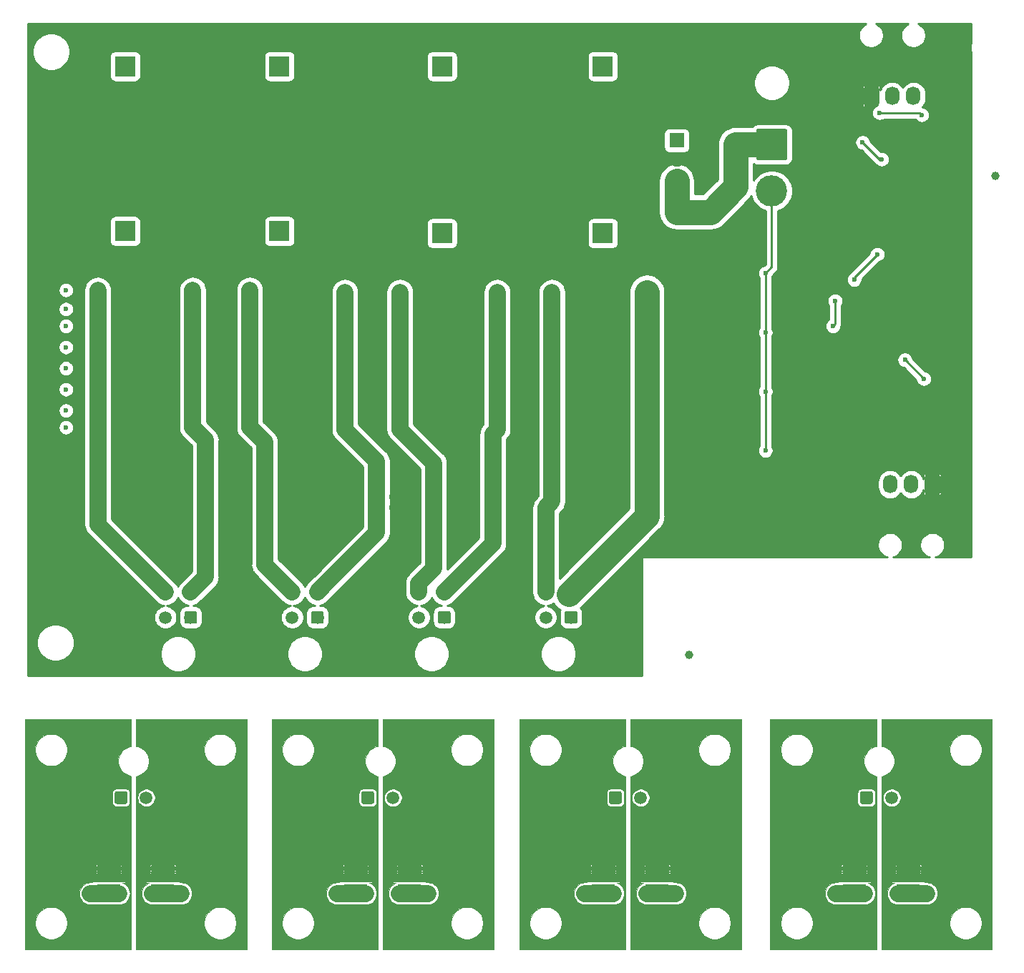
<source format=gbr>
G04 #@! TF.GenerationSoftware,KiCad,Pcbnew,5.1.3-ffb9f22~84~ubuntu18.04.1*
G04 #@! TF.CreationDate,2019-08-08T14:17:25+02:00*
G04 #@! TF.ProjectId,HiveCam,48697665-4361-46d2-9e6b-696361645f70,rev?*
G04 #@! TF.SameCoordinates,Original*
G04 #@! TF.FileFunction,Copper,L2,Bot*
G04 #@! TF.FilePolarity,Positive*
%FSLAX46Y46*%
G04 Gerber Fmt 4.6, Leading zero omitted, Abs format (unit mm)*
G04 Created by KiCad (PCBNEW 5.1.3-ffb9f22~84~ubuntu18.04.1) date 2019-08-08 14:17:25*
%MOMM*%
%LPD*%
G04 APERTURE LIST*
%ADD10C,1.000000*%
%ADD11R,2.800000X1.000000*%
%ADD12R,2.800000X0.550000*%
%ADD13C,1.500000*%
%ADD14C,0.100000*%
%ADD15C,1.700000*%
%ADD16O,1.700000X2.200000*%
%ADD17C,2.400000*%
%ADD18R,2.400000X2.400000*%
%ADD19C,3.700000*%
%ADD20R,1.800000X1.717500*%
%ADD21O,1.800000X1.717500*%
%ADD22C,0.600000*%
%ADD23C,2.000000*%
%ADD24C,3.000000*%
%ADD25C,0.250000*%
%ADD26C,0.254000*%
G04 APERTURE END LIST*
D10*
X131748000Y-37065000D03*
X95498000Y-93815000D03*
D11*
X121398000Y-120165000D03*
D12*
X121398000Y-121265000D03*
X121398000Y-119065000D03*
D13*
X119448000Y-113715000D03*
X116448000Y-113715000D03*
X119448000Y-110715000D03*
D14*
G36*
X116972053Y-109966206D02*
G01*
X116996370Y-109969813D01*
X117020216Y-109975786D01*
X117043362Y-109984068D01*
X117065585Y-109994579D01*
X117086670Y-110007217D01*
X117106416Y-110021861D01*
X117124630Y-110038370D01*
X117141139Y-110056584D01*
X117155783Y-110076330D01*
X117168421Y-110097415D01*
X117178932Y-110119638D01*
X117187214Y-110142784D01*
X117193187Y-110166630D01*
X117196794Y-110190947D01*
X117198000Y-110215500D01*
X117198000Y-111214500D01*
X117196794Y-111239053D01*
X117193187Y-111263370D01*
X117187214Y-111287216D01*
X117178932Y-111310362D01*
X117168421Y-111332585D01*
X117155783Y-111353670D01*
X117141139Y-111373416D01*
X117124630Y-111391630D01*
X117106416Y-111408139D01*
X117086670Y-111422783D01*
X117065585Y-111435421D01*
X117043362Y-111445932D01*
X117020216Y-111454214D01*
X116996370Y-111460187D01*
X116972053Y-111463794D01*
X116947500Y-111465000D01*
X115948500Y-111465000D01*
X115923947Y-111463794D01*
X115899630Y-111460187D01*
X115875784Y-111454214D01*
X115852638Y-111445932D01*
X115830415Y-111435421D01*
X115809330Y-111422783D01*
X115789584Y-111408139D01*
X115771370Y-111391630D01*
X115754861Y-111373416D01*
X115740217Y-111353670D01*
X115727579Y-111332585D01*
X115717068Y-111310362D01*
X115708786Y-111287216D01*
X115702813Y-111263370D01*
X115699206Y-111239053D01*
X115698000Y-111214500D01*
X115698000Y-110215500D01*
X115699206Y-110190947D01*
X115702813Y-110166630D01*
X115708786Y-110142784D01*
X115717068Y-110119638D01*
X115727579Y-110097415D01*
X115740217Y-110076330D01*
X115754861Y-110056584D01*
X115771370Y-110038370D01*
X115789584Y-110021861D01*
X115809330Y-110007217D01*
X115830415Y-109994579D01*
X115852638Y-109984068D01*
X115875784Y-109975786D01*
X115899630Y-109969813D01*
X115923947Y-109966206D01*
X115948500Y-109965000D01*
X116947500Y-109965000D01*
X116972053Y-109966206D01*
X116972053Y-109966206D01*
G37*
D13*
X116448000Y-110715000D03*
D11*
X114998000Y-120165000D03*
D12*
X114998000Y-121265000D03*
X114998000Y-119065000D03*
D11*
X91698000Y-120165000D03*
D12*
X91698000Y-121265000D03*
X91698000Y-119065000D03*
D13*
X89748000Y-113715000D03*
X86748000Y-113715000D03*
X89748000Y-110715000D03*
D14*
G36*
X87272053Y-109966206D02*
G01*
X87296370Y-109969813D01*
X87320216Y-109975786D01*
X87343362Y-109984068D01*
X87365585Y-109994579D01*
X87386670Y-110007217D01*
X87406416Y-110021861D01*
X87424630Y-110038370D01*
X87441139Y-110056584D01*
X87455783Y-110076330D01*
X87468421Y-110097415D01*
X87478932Y-110119638D01*
X87487214Y-110142784D01*
X87493187Y-110166630D01*
X87496794Y-110190947D01*
X87498000Y-110215500D01*
X87498000Y-111214500D01*
X87496794Y-111239053D01*
X87493187Y-111263370D01*
X87487214Y-111287216D01*
X87478932Y-111310362D01*
X87468421Y-111332585D01*
X87455783Y-111353670D01*
X87441139Y-111373416D01*
X87424630Y-111391630D01*
X87406416Y-111408139D01*
X87386670Y-111422783D01*
X87365585Y-111435421D01*
X87343362Y-111445932D01*
X87320216Y-111454214D01*
X87296370Y-111460187D01*
X87272053Y-111463794D01*
X87247500Y-111465000D01*
X86248500Y-111465000D01*
X86223947Y-111463794D01*
X86199630Y-111460187D01*
X86175784Y-111454214D01*
X86152638Y-111445932D01*
X86130415Y-111435421D01*
X86109330Y-111422783D01*
X86089584Y-111408139D01*
X86071370Y-111391630D01*
X86054861Y-111373416D01*
X86040217Y-111353670D01*
X86027579Y-111332585D01*
X86017068Y-111310362D01*
X86008786Y-111287216D01*
X86002813Y-111263370D01*
X85999206Y-111239053D01*
X85998000Y-111214500D01*
X85998000Y-110215500D01*
X85999206Y-110190947D01*
X86002813Y-110166630D01*
X86008786Y-110142784D01*
X86017068Y-110119638D01*
X86027579Y-110097415D01*
X86040217Y-110076330D01*
X86054861Y-110056584D01*
X86071370Y-110038370D01*
X86089584Y-110021861D01*
X86109330Y-110007217D01*
X86130415Y-109994579D01*
X86152638Y-109984068D01*
X86175784Y-109975786D01*
X86199630Y-109969813D01*
X86223947Y-109966206D01*
X86248500Y-109965000D01*
X87247500Y-109965000D01*
X87272053Y-109966206D01*
X87272053Y-109966206D01*
G37*
D13*
X86748000Y-110715000D03*
D11*
X85298000Y-120165000D03*
D12*
X85298000Y-121265000D03*
X85298000Y-119065000D03*
D11*
X62398000Y-120165000D03*
D12*
X62398000Y-121265000D03*
X62398000Y-119065000D03*
D13*
X60448000Y-113715000D03*
X57448000Y-113715000D03*
X60448000Y-110715000D03*
D14*
G36*
X57972053Y-109966206D02*
G01*
X57996370Y-109969813D01*
X58020216Y-109975786D01*
X58043362Y-109984068D01*
X58065585Y-109994579D01*
X58086670Y-110007217D01*
X58106416Y-110021861D01*
X58124630Y-110038370D01*
X58141139Y-110056584D01*
X58155783Y-110076330D01*
X58168421Y-110097415D01*
X58178932Y-110119638D01*
X58187214Y-110142784D01*
X58193187Y-110166630D01*
X58196794Y-110190947D01*
X58198000Y-110215500D01*
X58198000Y-111214500D01*
X58196794Y-111239053D01*
X58193187Y-111263370D01*
X58187214Y-111287216D01*
X58178932Y-111310362D01*
X58168421Y-111332585D01*
X58155783Y-111353670D01*
X58141139Y-111373416D01*
X58124630Y-111391630D01*
X58106416Y-111408139D01*
X58086670Y-111422783D01*
X58065585Y-111435421D01*
X58043362Y-111445932D01*
X58020216Y-111454214D01*
X57996370Y-111460187D01*
X57972053Y-111463794D01*
X57947500Y-111465000D01*
X56948500Y-111465000D01*
X56923947Y-111463794D01*
X56899630Y-111460187D01*
X56875784Y-111454214D01*
X56852638Y-111445932D01*
X56830415Y-111435421D01*
X56809330Y-111422783D01*
X56789584Y-111408139D01*
X56771370Y-111391630D01*
X56754861Y-111373416D01*
X56740217Y-111353670D01*
X56727579Y-111332585D01*
X56717068Y-111310362D01*
X56708786Y-111287216D01*
X56702813Y-111263370D01*
X56699206Y-111239053D01*
X56698000Y-111214500D01*
X56698000Y-110215500D01*
X56699206Y-110190947D01*
X56702813Y-110166630D01*
X56708786Y-110142784D01*
X56717068Y-110119638D01*
X56727579Y-110097415D01*
X56740217Y-110076330D01*
X56754861Y-110056584D01*
X56771370Y-110038370D01*
X56789584Y-110021861D01*
X56809330Y-110007217D01*
X56830415Y-109994579D01*
X56852638Y-109984068D01*
X56875784Y-109975786D01*
X56899630Y-109969813D01*
X56923947Y-109966206D01*
X56948500Y-109965000D01*
X57947500Y-109965000D01*
X57972053Y-109966206D01*
X57972053Y-109966206D01*
G37*
D13*
X57448000Y-110715000D03*
D11*
X55998000Y-120165000D03*
D12*
X55998000Y-121265000D03*
X55998000Y-119065000D03*
D14*
G36*
X28772053Y-109966206D02*
G01*
X28796370Y-109969813D01*
X28820216Y-109975786D01*
X28843362Y-109984068D01*
X28865585Y-109994579D01*
X28886670Y-110007217D01*
X28906416Y-110021861D01*
X28924630Y-110038370D01*
X28941139Y-110056584D01*
X28955783Y-110076330D01*
X28968421Y-110097415D01*
X28978932Y-110119638D01*
X28987214Y-110142784D01*
X28993187Y-110166630D01*
X28996794Y-110190947D01*
X28998000Y-110215500D01*
X28998000Y-111214500D01*
X28996794Y-111239053D01*
X28993187Y-111263370D01*
X28987214Y-111287216D01*
X28978932Y-111310362D01*
X28968421Y-111332585D01*
X28955783Y-111353670D01*
X28941139Y-111373416D01*
X28924630Y-111391630D01*
X28906416Y-111408139D01*
X28886670Y-111422783D01*
X28865585Y-111435421D01*
X28843362Y-111445932D01*
X28820216Y-111454214D01*
X28796370Y-111460187D01*
X28772053Y-111463794D01*
X28747500Y-111465000D01*
X27748500Y-111465000D01*
X27723947Y-111463794D01*
X27699630Y-111460187D01*
X27675784Y-111454214D01*
X27652638Y-111445932D01*
X27630415Y-111435421D01*
X27609330Y-111422783D01*
X27589584Y-111408139D01*
X27571370Y-111391630D01*
X27554861Y-111373416D01*
X27540217Y-111353670D01*
X27527579Y-111332585D01*
X27517068Y-111310362D01*
X27508786Y-111287216D01*
X27502813Y-111263370D01*
X27499206Y-111239053D01*
X27498000Y-111214500D01*
X27498000Y-110215500D01*
X27499206Y-110190947D01*
X27502813Y-110166630D01*
X27508786Y-110142784D01*
X27517068Y-110119638D01*
X27527579Y-110097415D01*
X27540217Y-110076330D01*
X27554861Y-110056584D01*
X27571370Y-110038370D01*
X27589584Y-110021861D01*
X27609330Y-110007217D01*
X27630415Y-109994579D01*
X27652638Y-109984068D01*
X27675784Y-109975786D01*
X27699630Y-109969813D01*
X27723947Y-109966206D01*
X27748500Y-109965000D01*
X28747500Y-109965000D01*
X28772053Y-109966206D01*
X28772053Y-109966206D01*
G37*
D13*
X28248000Y-110715000D03*
X31248000Y-110715000D03*
X28248000Y-113715000D03*
X31248000Y-113715000D03*
D14*
G36*
X82022053Y-88616206D02*
G01*
X82046370Y-88619813D01*
X82070216Y-88625786D01*
X82093362Y-88634068D01*
X82115585Y-88644579D01*
X82136670Y-88657217D01*
X82156416Y-88671861D01*
X82174630Y-88688370D01*
X82191139Y-88706584D01*
X82205783Y-88726330D01*
X82218421Y-88747415D01*
X82228932Y-88769638D01*
X82237214Y-88792784D01*
X82243187Y-88816630D01*
X82246794Y-88840947D01*
X82248000Y-88865500D01*
X82248000Y-89864500D01*
X82246794Y-89889053D01*
X82243187Y-89913370D01*
X82237214Y-89937216D01*
X82228932Y-89960362D01*
X82218421Y-89982585D01*
X82205783Y-90003670D01*
X82191139Y-90023416D01*
X82174630Y-90041630D01*
X82156416Y-90058139D01*
X82136670Y-90072783D01*
X82115585Y-90085421D01*
X82093362Y-90095932D01*
X82070216Y-90104214D01*
X82046370Y-90110187D01*
X82022053Y-90113794D01*
X81997500Y-90115000D01*
X80998500Y-90115000D01*
X80973947Y-90113794D01*
X80949630Y-90110187D01*
X80925784Y-90104214D01*
X80902638Y-90095932D01*
X80880415Y-90085421D01*
X80859330Y-90072783D01*
X80839584Y-90058139D01*
X80821370Y-90041630D01*
X80804861Y-90023416D01*
X80790217Y-90003670D01*
X80777579Y-89982585D01*
X80767068Y-89960362D01*
X80758786Y-89937216D01*
X80752813Y-89913370D01*
X80749206Y-89889053D01*
X80748000Y-89864500D01*
X80748000Y-88865500D01*
X80749206Y-88840947D01*
X80752813Y-88816630D01*
X80758786Y-88792784D01*
X80767068Y-88769638D01*
X80777579Y-88747415D01*
X80790217Y-88726330D01*
X80804861Y-88706584D01*
X80821370Y-88688370D01*
X80839584Y-88671861D01*
X80859330Y-88657217D01*
X80880415Y-88644579D01*
X80902638Y-88634068D01*
X80925784Y-88625786D01*
X80949630Y-88619813D01*
X80973947Y-88616206D01*
X80998500Y-88615000D01*
X81997500Y-88615000D01*
X82022053Y-88616206D01*
X82022053Y-88616206D01*
G37*
D13*
X81498000Y-89365000D03*
X78498000Y-89365000D03*
X81498000Y-86365000D03*
X78498000Y-86365000D03*
D14*
G36*
X67022053Y-88616206D02*
G01*
X67046370Y-88619813D01*
X67070216Y-88625786D01*
X67093362Y-88634068D01*
X67115585Y-88644579D01*
X67136670Y-88657217D01*
X67156416Y-88671861D01*
X67174630Y-88688370D01*
X67191139Y-88706584D01*
X67205783Y-88726330D01*
X67218421Y-88747415D01*
X67228932Y-88769638D01*
X67237214Y-88792784D01*
X67243187Y-88816630D01*
X67246794Y-88840947D01*
X67248000Y-88865500D01*
X67248000Y-89864500D01*
X67246794Y-89889053D01*
X67243187Y-89913370D01*
X67237214Y-89937216D01*
X67228932Y-89960362D01*
X67218421Y-89982585D01*
X67205783Y-90003670D01*
X67191139Y-90023416D01*
X67174630Y-90041630D01*
X67156416Y-90058139D01*
X67136670Y-90072783D01*
X67115585Y-90085421D01*
X67093362Y-90095932D01*
X67070216Y-90104214D01*
X67046370Y-90110187D01*
X67022053Y-90113794D01*
X66997500Y-90115000D01*
X65998500Y-90115000D01*
X65973947Y-90113794D01*
X65949630Y-90110187D01*
X65925784Y-90104214D01*
X65902638Y-90095932D01*
X65880415Y-90085421D01*
X65859330Y-90072783D01*
X65839584Y-90058139D01*
X65821370Y-90041630D01*
X65804861Y-90023416D01*
X65790217Y-90003670D01*
X65777579Y-89982585D01*
X65767068Y-89960362D01*
X65758786Y-89937216D01*
X65752813Y-89913370D01*
X65749206Y-89889053D01*
X65748000Y-89864500D01*
X65748000Y-88865500D01*
X65749206Y-88840947D01*
X65752813Y-88816630D01*
X65758786Y-88792784D01*
X65767068Y-88769638D01*
X65777579Y-88747415D01*
X65790217Y-88726330D01*
X65804861Y-88706584D01*
X65821370Y-88688370D01*
X65839584Y-88671861D01*
X65859330Y-88657217D01*
X65880415Y-88644579D01*
X65902638Y-88634068D01*
X65925784Y-88625786D01*
X65949630Y-88619813D01*
X65973947Y-88616206D01*
X65998500Y-88615000D01*
X66997500Y-88615000D01*
X67022053Y-88616206D01*
X67022053Y-88616206D01*
G37*
D13*
X66498000Y-89365000D03*
X63498000Y-89365000D03*
X66498000Y-86365000D03*
X63498000Y-86365000D03*
D14*
G36*
X52022053Y-88616206D02*
G01*
X52046370Y-88619813D01*
X52070216Y-88625786D01*
X52093362Y-88634068D01*
X52115585Y-88644579D01*
X52136670Y-88657217D01*
X52156416Y-88671861D01*
X52174630Y-88688370D01*
X52191139Y-88706584D01*
X52205783Y-88726330D01*
X52218421Y-88747415D01*
X52228932Y-88769638D01*
X52237214Y-88792784D01*
X52243187Y-88816630D01*
X52246794Y-88840947D01*
X52248000Y-88865500D01*
X52248000Y-89864500D01*
X52246794Y-89889053D01*
X52243187Y-89913370D01*
X52237214Y-89937216D01*
X52228932Y-89960362D01*
X52218421Y-89982585D01*
X52205783Y-90003670D01*
X52191139Y-90023416D01*
X52174630Y-90041630D01*
X52156416Y-90058139D01*
X52136670Y-90072783D01*
X52115585Y-90085421D01*
X52093362Y-90095932D01*
X52070216Y-90104214D01*
X52046370Y-90110187D01*
X52022053Y-90113794D01*
X51997500Y-90115000D01*
X50998500Y-90115000D01*
X50973947Y-90113794D01*
X50949630Y-90110187D01*
X50925784Y-90104214D01*
X50902638Y-90095932D01*
X50880415Y-90085421D01*
X50859330Y-90072783D01*
X50839584Y-90058139D01*
X50821370Y-90041630D01*
X50804861Y-90023416D01*
X50790217Y-90003670D01*
X50777579Y-89982585D01*
X50767068Y-89960362D01*
X50758786Y-89937216D01*
X50752813Y-89913370D01*
X50749206Y-89889053D01*
X50748000Y-89864500D01*
X50748000Y-88865500D01*
X50749206Y-88840947D01*
X50752813Y-88816630D01*
X50758786Y-88792784D01*
X50767068Y-88769638D01*
X50777579Y-88747415D01*
X50790217Y-88726330D01*
X50804861Y-88706584D01*
X50821370Y-88688370D01*
X50839584Y-88671861D01*
X50859330Y-88657217D01*
X50880415Y-88644579D01*
X50902638Y-88634068D01*
X50925784Y-88625786D01*
X50949630Y-88619813D01*
X50973947Y-88616206D01*
X50998500Y-88615000D01*
X51997500Y-88615000D01*
X52022053Y-88616206D01*
X52022053Y-88616206D01*
G37*
D13*
X51498000Y-89365000D03*
X48498000Y-89365000D03*
X51498000Y-86365000D03*
X48498000Y-86365000D03*
X33498000Y-86365000D03*
X36498000Y-86365000D03*
X33498000Y-89365000D03*
D14*
G36*
X37022053Y-88616206D02*
G01*
X37046370Y-88619813D01*
X37070216Y-88625786D01*
X37093362Y-88634068D01*
X37115585Y-88644579D01*
X37136670Y-88657217D01*
X37156416Y-88671861D01*
X37174630Y-88688370D01*
X37191139Y-88706584D01*
X37205783Y-88726330D01*
X37218421Y-88747415D01*
X37228932Y-88769638D01*
X37237214Y-88792784D01*
X37243187Y-88816630D01*
X37246794Y-88840947D01*
X37248000Y-88865500D01*
X37248000Y-89864500D01*
X37246794Y-89889053D01*
X37243187Y-89913370D01*
X37237214Y-89937216D01*
X37228932Y-89960362D01*
X37218421Y-89982585D01*
X37205783Y-90003670D01*
X37191139Y-90023416D01*
X37174630Y-90041630D01*
X37156416Y-90058139D01*
X37136670Y-90072783D01*
X37115585Y-90085421D01*
X37093362Y-90095932D01*
X37070216Y-90104214D01*
X37046370Y-90110187D01*
X37022053Y-90113794D01*
X36997500Y-90115000D01*
X35998500Y-90115000D01*
X35973947Y-90113794D01*
X35949630Y-90110187D01*
X35925784Y-90104214D01*
X35902638Y-90095932D01*
X35880415Y-90085421D01*
X35859330Y-90072783D01*
X35839584Y-90058139D01*
X35821370Y-90041630D01*
X35804861Y-90023416D01*
X35790217Y-90003670D01*
X35777579Y-89982585D01*
X35767068Y-89960362D01*
X35758786Y-89937216D01*
X35752813Y-89913370D01*
X35749206Y-89889053D01*
X35748000Y-89864500D01*
X35748000Y-88865500D01*
X35749206Y-88840947D01*
X35752813Y-88816630D01*
X35758786Y-88792784D01*
X35767068Y-88769638D01*
X35777579Y-88747415D01*
X35790217Y-88726330D01*
X35804861Y-88706584D01*
X35821370Y-88688370D01*
X35839584Y-88671861D01*
X35859330Y-88657217D01*
X35880415Y-88644579D01*
X35902638Y-88634068D01*
X35925784Y-88625786D01*
X35949630Y-88619813D01*
X35973947Y-88616206D01*
X35998500Y-88615000D01*
X36997500Y-88615000D01*
X37022053Y-88616206D01*
X37022053Y-88616206D01*
G37*
D13*
X36498000Y-89365000D03*
D14*
G36*
X124872594Y-72516203D02*
G01*
X124896853Y-72519802D01*
X124920642Y-72525761D01*
X124943733Y-72534023D01*
X124965902Y-72544508D01*
X124986937Y-72557116D01*
X125006635Y-72571725D01*
X125024806Y-72588194D01*
X125041275Y-72606365D01*
X125055884Y-72626063D01*
X125068492Y-72647098D01*
X125078977Y-72669267D01*
X125087239Y-72692358D01*
X125093198Y-72716147D01*
X125096797Y-72740406D01*
X125098000Y-72764900D01*
X125098000Y-74465100D01*
X125096797Y-74489594D01*
X125093198Y-74513853D01*
X125087239Y-74537642D01*
X125078977Y-74560733D01*
X125068492Y-74582902D01*
X125055884Y-74603937D01*
X125041275Y-74623635D01*
X125024806Y-74641806D01*
X125006635Y-74658275D01*
X124986937Y-74672884D01*
X124965902Y-74685492D01*
X124943733Y-74695977D01*
X124920642Y-74704239D01*
X124896853Y-74710198D01*
X124872594Y-74713797D01*
X124848100Y-74715000D01*
X123647900Y-74715000D01*
X123623406Y-74713797D01*
X123599147Y-74710198D01*
X123575358Y-74704239D01*
X123552267Y-74695977D01*
X123530098Y-74685492D01*
X123509063Y-74672884D01*
X123489365Y-74658275D01*
X123471194Y-74641806D01*
X123454725Y-74623635D01*
X123440116Y-74603937D01*
X123427508Y-74582902D01*
X123417023Y-74560733D01*
X123408761Y-74537642D01*
X123402802Y-74513853D01*
X123399203Y-74489594D01*
X123398000Y-74465100D01*
X123398000Y-72764900D01*
X123399203Y-72740406D01*
X123402802Y-72716147D01*
X123408761Y-72692358D01*
X123417023Y-72669267D01*
X123427508Y-72647098D01*
X123440116Y-72626063D01*
X123454725Y-72606365D01*
X123471194Y-72588194D01*
X123489365Y-72571725D01*
X123509063Y-72557116D01*
X123530098Y-72544508D01*
X123552267Y-72534023D01*
X123575358Y-72525761D01*
X123599147Y-72519802D01*
X123623406Y-72516203D01*
X123647900Y-72515000D01*
X124848100Y-72515000D01*
X124872594Y-72516203D01*
X124872594Y-72516203D01*
G37*
D15*
X124248000Y-73615000D03*
D16*
X121748000Y-73615000D03*
X119248000Y-73615000D03*
X121998000Y-27615000D03*
X119498000Y-27615000D03*
D14*
G36*
X117622594Y-26516203D02*
G01*
X117646853Y-26519802D01*
X117670642Y-26525761D01*
X117693733Y-26534023D01*
X117715902Y-26544508D01*
X117736937Y-26557116D01*
X117756635Y-26571725D01*
X117774806Y-26588194D01*
X117791275Y-26606365D01*
X117805884Y-26626063D01*
X117818492Y-26647098D01*
X117828977Y-26669267D01*
X117837239Y-26692358D01*
X117843198Y-26716147D01*
X117846797Y-26740406D01*
X117848000Y-26764900D01*
X117848000Y-28465100D01*
X117846797Y-28489594D01*
X117843198Y-28513853D01*
X117837239Y-28537642D01*
X117828977Y-28560733D01*
X117818492Y-28582902D01*
X117805884Y-28603937D01*
X117791275Y-28623635D01*
X117774806Y-28641806D01*
X117756635Y-28658275D01*
X117736937Y-28672884D01*
X117715902Y-28685492D01*
X117693733Y-28695977D01*
X117670642Y-28704239D01*
X117646853Y-28710198D01*
X117622594Y-28713797D01*
X117598100Y-28715000D01*
X116397900Y-28715000D01*
X116373406Y-28713797D01*
X116349147Y-28710198D01*
X116325358Y-28704239D01*
X116302267Y-28695977D01*
X116280098Y-28685492D01*
X116259063Y-28672884D01*
X116239365Y-28658275D01*
X116221194Y-28641806D01*
X116204725Y-28623635D01*
X116190116Y-28603937D01*
X116177508Y-28582902D01*
X116167023Y-28560733D01*
X116158761Y-28537642D01*
X116152802Y-28513853D01*
X116149203Y-28489594D01*
X116148000Y-28465100D01*
X116148000Y-26764900D01*
X116149203Y-26740406D01*
X116152802Y-26716147D01*
X116158761Y-26692358D01*
X116167023Y-26669267D01*
X116177508Y-26647098D01*
X116190116Y-26626063D01*
X116204725Y-26606365D01*
X116221194Y-26588194D01*
X116239365Y-26571725D01*
X116259063Y-26557116D01*
X116280098Y-26544508D01*
X116302267Y-26534023D01*
X116325358Y-26525761D01*
X116349147Y-26519802D01*
X116373406Y-26516203D01*
X116397900Y-26515000D01*
X117598100Y-26515000D01*
X117622594Y-26516203D01*
X117622594Y-26516203D01*
G37*
D15*
X116998000Y-27615000D03*
D12*
X33198000Y-119065000D03*
X33198000Y-121265000D03*
D11*
X33198000Y-120165000D03*
D12*
X26798000Y-119065000D03*
X26798000Y-121265000D03*
D11*
X26798000Y-120165000D03*
D17*
X46998000Y-38615000D03*
D18*
X46998000Y-43615000D03*
D17*
X28748000Y-29115000D03*
D18*
X28748000Y-24115000D03*
D17*
X46998000Y-29115000D03*
D18*
X46998000Y-24115000D03*
D17*
X28748000Y-38615000D03*
D18*
X28748000Y-43615000D03*
D17*
X66248000Y-38865000D03*
D18*
X66248000Y-43865000D03*
D17*
X66248000Y-29115000D03*
D18*
X66248000Y-24115000D03*
D19*
X105248000Y-38865000D03*
D14*
G36*
X106871061Y-31516212D02*
G01*
X106895485Y-31519834D01*
X106919436Y-31525834D01*
X106942683Y-31534152D01*
X106965003Y-31544709D01*
X106986181Y-31557402D01*
X107006013Y-31572111D01*
X107024308Y-31588692D01*
X107040889Y-31606987D01*
X107055598Y-31626819D01*
X107068291Y-31647997D01*
X107078848Y-31670317D01*
X107087166Y-31693564D01*
X107093166Y-31717515D01*
X107096788Y-31741939D01*
X107098000Y-31766600D01*
X107098000Y-34963400D01*
X107096788Y-34988061D01*
X107093166Y-35012485D01*
X107087166Y-35036436D01*
X107078848Y-35059683D01*
X107068291Y-35082003D01*
X107055598Y-35103181D01*
X107040889Y-35123013D01*
X107024308Y-35141308D01*
X107006013Y-35157889D01*
X106986181Y-35172598D01*
X106965003Y-35185291D01*
X106942683Y-35195848D01*
X106919436Y-35204166D01*
X106895485Y-35210166D01*
X106871061Y-35213788D01*
X106846400Y-35215000D01*
X103649600Y-35215000D01*
X103624939Y-35213788D01*
X103600515Y-35210166D01*
X103576564Y-35204166D01*
X103553317Y-35195848D01*
X103530997Y-35185291D01*
X103509819Y-35172598D01*
X103489987Y-35157889D01*
X103471692Y-35141308D01*
X103455111Y-35123013D01*
X103440402Y-35103181D01*
X103427709Y-35082003D01*
X103417152Y-35059683D01*
X103408834Y-35036436D01*
X103402834Y-35012485D01*
X103399212Y-34988061D01*
X103398000Y-34963400D01*
X103398000Y-31766600D01*
X103399212Y-31741939D01*
X103402834Y-31717515D01*
X103408834Y-31693564D01*
X103417152Y-31670317D01*
X103427709Y-31647997D01*
X103440402Y-31626819D01*
X103455111Y-31606987D01*
X103471692Y-31588692D01*
X103489987Y-31572111D01*
X103509819Y-31557402D01*
X103530997Y-31544709D01*
X103553317Y-31534152D01*
X103576564Y-31525834D01*
X103600515Y-31519834D01*
X103624939Y-31516212D01*
X103649600Y-31515000D01*
X106846400Y-31515000D01*
X106871061Y-31516212D01*
X106871061Y-31516212D01*
G37*
D19*
X105248000Y-33365000D03*
D17*
X85248000Y-38865000D03*
D18*
X85248000Y-43865000D03*
D17*
X85248000Y-29115000D03*
D18*
X85248000Y-24115000D03*
D20*
X93998000Y-32865000D03*
D21*
X93998000Y-35155000D03*
X93998000Y-37445000D03*
D22*
X53837998Y-122065000D03*
X56498000Y-122065000D03*
X55498000Y-122065000D03*
X57198000Y-122065000D03*
X54998000Y-122065000D03*
X55998000Y-122065000D03*
X54398000Y-122065000D03*
X63898000Y-122065000D03*
X62398000Y-122065000D03*
X64598000Y-122065000D03*
X63398000Y-122065000D03*
X62898000Y-122065000D03*
X61237998Y-122065000D03*
X61798000Y-122065000D03*
X83137998Y-122065000D03*
X85798000Y-122065000D03*
X84798000Y-122065000D03*
X86498000Y-122065000D03*
X84298000Y-122065000D03*
X85298000Y-122065000D03*
X83698000Y-122065000D03*
X93198000Y-122065000D03*
X91698000Y-122065000D03*
X93898000Y-122065000D03*
X92698000Y-122065000D03*
X92198000Y-122065000D03*
X90537998Y-122065000D03*
X91098000Y-122065000D03*
X112837998Y-122065000D03*
X115498000Y-122065000D03*
X114498000Y-122065000D03*
X116198000Y-122065000D03*
X113998000Y-122065000D03*
X114998000Y-122065000D03*
X113398000Y-122065000D03*
X122898000Y-122065000D03*
X121398000Y-122065000D03*
X123598000Y-122065000D03*
X122398000Y-122065000D03*
X121898000Y-122065000D03*
X120237998Y-122065000D03*
X120798000Y-122065000D03*
X90498000Y-53115000D03*
X90498000Y-55115000D03*
X90498000Y-60115000D03*
X90498000Y-65115000D03*
X90498000Y-67115000D03*
X90498000Y-57615000D03*
X90498000Y-50865000D03*
X90498000Y-62615000D03*
X24637998Y-122065000D03*
X25198000Y-122065000D03*
X25798000Y-122065000D03*
X26298000Y-122065000D03*
X26798000Y-122065000D03*
X27298000Y-122065000D03*
X27998000Y-122065000D03*
X79248000Y-53115000D03*
X79248000Y-55115000D03*
X79248000Y-60115000D03*
X79248000Y-65115000D03*
X79248000Y-67115000D03*
X79248000Y-57615000D03*
X79248000Y-50865000D03*
X79248000Y-62615000D03*
X32037998Y-122065000D03*
X34698000Y-122065000D03*
X33698000Y-122065000D03*
X35398000Y-122065000D03*
X33198000Y-122065000D03*
X34198000Y-122065000D03*
X32598000Y-122065000D03*
X104498000Y-69615000D03*
X104498000Y-62615000D03*
X104498000Y-55615000D03*
X104498000Y-48615000D03*
X72748000Y-53115000D03*
X72748000Y-55115000D03*
X72748000Y-60115000D03*
X72748000Y-65115000D03*
X72748000Y-67115000D03*
X72748000Y-57615000D03*
X72748000Y-50865000D03*
X72748000Y-62615000D03*
X61248000Y-53115000D03*
X61248000Y-55115000D03*
X61248000Y-60115000D03*
X61248000Y-65115000D03*
X61248000Y-67115000D03*
X61248000Y-57615000D03*
X61248000Y-50865000D03*
X61248000Y-62615000D03*
X36748000Y-52865000D03*
X36748000Y-54865000D03*
X36748000Y-59865000D03*
X36748000Y-64865000D03*
X36748000Y-66865000D03*
X36748000Y-57365000D03*
X36748000Y-50615000D03*
X36748000Y-62365000D03*
X54748000Y-53115000D03*
X54748000Y-55115000D03*
X54748000Y-60115000D03*
X54748000Y-65115000D03*
X54748000Y-67115000D03*
X54748000Y-57615000D03*
X54748000Y-50865000D03*
X54748000Y-62615000D03*
X25498000Y-52865000D03*
X25498000Y-54865000D03*
X25498000Y-59865000D03*
X25498000Y-64865000D03*
X25498000Y-66865000D03*
X25498000Y-57365000D03*
X25498000Y-50615000D03*
X25498000Y-62365000D03*
X21748000Y-50615000D03*
X21748000Y-52865000D03*
X21748000Y-54865000D03*
X21748000Y-57365000D03*
X21748000Y-59865000D03*
X21748000Y-62365000D03*
X21748000Y-64865000D03*
X21748000Y-66865000D03*
X43498000Y-52865000D03*
X43498000Y-54865000D03*
X43498000Y-59865000D03*
X43498000Y-64865000D03*
X43498000Y-66865000D03*
X43498000Y-57365000D03*
X43498000Y-50615000D03*
X43498000Y-62365000D03*
X117748000Y-46365000D03*
X118248000Y-35115000D03*
X112498000Y-54865000D03*
X112748000Y-51865000D03*
X114998000Y-49365000D03*
X115998000Y-33115000D03*
X122998000Y-29865000D03*
X117998000Y-29615000D03*
X120998000Y-58865000D03*
X123248000Y-61115000D03*
X122248000Y-51115000D03*
X39998000Y-74865000D03*
X42998000Y-74865000D03*
X39998000Y-73615000D03*
X41498000Y-73615000D03*
X42998000Y-73615000D03*
X41498000Y-74865000D03*
X43498000Y-71865000D03*
X49748000Y-75365000D03*
X48248000Y-74115000D03*
X49748000Y-74115000D03*
X48248000Y-75365000D03*
X50248000Y-72365000D03*
X53498000Y-75865000D03*
X56498000Y-75865000D03*
X53498000Y-74615000D03*
X54998000Y-74615000D03*
X56498000Y-74615000D03*
X54998000Y-75865000D03*
X60248000Y-76365000D03*
X63248000Y-76365000D03*
X60248000Y-75115000D03*
X61748000Y-75115000D03*
X63248000Y-75115000D03*
X61748000Y-76365000D03*
X66998000Y-76865000D03*
X69998000Y-76865000D03*
X66998000Y-75615000D03*
X68498000Y-75615000D03*
X69998000Y-75615000D03*
X68498000Y-76865000D03*
X70498000Y-73865000D03*
X76748000Y-77365000D03*
X75248000Y-76115000D03*
X76748000Y-76115000D03*
X75248000Y-77365000D03*
X77248000Y-74365000D03*
X80498000Y-77865000D03*
X83498000Y-77865000D03*
X81998000Y-76615000D03*
X83498000Y-76615000D03*
X81998000Y-77865000D03*
X83998000Y-74865000D03*
X42248000Y-74365000D03*
X40748000Y-74365000D03*
X48998000Y-74865000D03*
X47498000Y-74865000D03*
X55748000Y-75365000D03*
X54248000Y-75365000D03*
X62498000Y-75865000D03*
X60998000Y-75865000D03*
X69248000Y-76365000D03*
X67748000Y-76365000D03*
X75998000Y-76865000D03*
X74498000Y-76865000D03*
X82748000Y-77365000D03*
X81248000Y-77365000D03*
X25748000Y-37365000D03*
X25748000Y-32365000D03*
X25748000Y-40115000D03*
X25748000Y-29865000D03*
X25748000Y-27365000D03*
X25748000Y-34865000D03*
X31498000Y-37365000D03*
X31498000Y-32365000D03*
X31498000Y-40115000D03*
X31498000Y-29865000D03*
X31498000Y-27365000D03*
X31498000Y-34865000D03*
X33998000Y-37365000D03*
X33998000Y-32365000D03*
X33998000Y-40115000D03*
X33998000Y-29865000D03*
X33998000Y-27365000D03*
X33998000Y-34865000D03*
X36248000Y-37365000D03*
X36248000Y-32365000D03*
X36248000Y-40115000D03*
X36248000Y-29865000D03*
X36248000Y-27365000D03*
X36248000Y-34865000D03*
X38748000Y-37365000D03*
X38748000Y-32365000D03*
X38748000Y-40115000D03*
X38748000Y-29865000D03*
X38748000Y-27365000D03*
X38748000Y-34865000D03*
X41248000Y-37365000D03*
X41248000Y-32365000D03*
X41248000Y-40115000D03*
X41248000Y-29865000D03*
X41248000Y-27365000D03*
X41248000Y-34865000D03*
X43498000Y-37365000D03*
X43498000Y-32365000D03*
X43498000Y-40115000D03*
X43498000Y-29865000D03*
X43498000Y-27365000D03*
X43498000Y-34865000D03*
X49498000Y-37365000D03*
X49498000Y-32365000D03*
X49498000Y-40115000D03*
X49498000Y-29865000D03*
X49498000Y-27365000D03*
X49498000Y-34865000D03*
X51998000Y-37365000D03*
X51998000Y-32365000D03*
X51998000Y-40115000D03*
X51998000Y-29865000D03*
X51998000Y-27365000D03*
X51998000Y-34865000D03*
X54748000Y-37365000D03*
X54748000Y-32365000D03*
X54748000Y-40115000D03*
X54748000Y-29865000D03*
X54748000Y-27365000D03*
X54748000Y-34865000D03*
X57748000Y-37365000D03*
X57748000Y-32365000D03*
X57748000Y-40115000D03*
X57748000Y-29865000D03*
X57748000Y-27365000D03*
X57748000Y-34865000D03*
X60748000Y-37365000D03*
X60748000Y-32365000D03*
X60748000Y-40115000D03*
X60748000Y-29865000D03*
X60748000Y-27365000D03*
X60748000Y-34865000D03*
X63748000Y-37365000D03*
X63748000Y-32365000D03*
X63748000Y-40115000D03*
X63748000Y-29865000D03*
X63748000Y-27365000D03*
X63748000Y-34865000D03*
X68248000Y-37365000D03*
X68248000Y-32365000D03*
X68248000Y-40115000D03*
X68248000Y-29865000D03*
X68248000Y-27365000D03*
X68248000Y-34865000D03*
X71498000Y-37365000D03*
X71498000Y-32365000D03*
X71498000Y-40115000D03*
X71498000Y-29865000D03*
X71498000Y-27365000D03*
X71498000Y-34865000D03*
X74748000Y-37365000D03*
X74748000Y-32365000D03*
X74748000Y-40115000D03*
X74748000Y-29865000D03*
X74748000Y-27365000D03*
X74748000Y-34865000D03*
X77748000Y-37365000D03*
X77748000Y-32365000D03*
X77748000Y-40115000D03*
X77748000Y-29865000D03*
X77748000Y-27365000D03*
X77748000Y-34865000D03*
X80748000Y-37365000D03*
X80748000Y-32365000D03*
X80748000Y-40115000D03*
X80748000Y-29865000D03*
X80748000Y-27365000D03*
X80748000Y-34865000D03*
X87248000Y-37365000D03*
X87248000Y-32365000D03*
X87248000Y-40115000D03*
X87248000Y-29865000D03*
X87248000Y-27365000D03*
X87248000Y-34865000D03*
X90248000Y-37365000D03*
X90248000Y-32365000D03*
X90248000Y-40115000D03*
X90248000Y-29865000D03*
X90248000Y-27365000D03*
X90248000Y-34865000D03*
X124248000Y-32365000D03*
X117748000Y-39615000D03*
X119763000Y-46600000D03*
X120248000Y-51865000D03*
X118248000Y-51865000D03*
X123998000Y-54365000D03*
X116998000Y-59865000D03*
X119498000Y-62865000D03*
X121763000Y-68130000D03*
X126013000Y-69100000D03*
X23248000Y-27365000D03*
X23248000Y-29865000D03*
X23248000Y-32365000D03*
X23248000Y-34865000D03*
X23248000Y-37365000D03*
X23248000Y-40115000D03*
X33248000Y-73115000D03*
X34748000Y-73115000D03*
X36248000Y-73115000D03*
X36248000Y-74365000D03*
X34748000Y-74365000D03*
X33248000Y-74365000D03*
X33998000Y-73865000D03*
X35498000Y-73865000D03*
X107973000Y-65140000D03*
X107973000Y-58140000D03*
X107973000Y-51140000D03*
X109903000Y-45210000D03*
X99248000Y-47115000D03*
X99248000Y-54115000D03*
X99248000Y-61115000D03*
X99248000Y-68115000D03*
D23*
X54998000Y-122065000D02*
X55498000Y-122065000D01*
X54698000Y-122065000D02*
X54998000Y-122065000D01*
X57198000Y-122065000D02*
X57198000Y-122065000D01*
X55698000Y-122065000D02*
X55998000Y-122065000D01*
X54398000Y-122065000D02*
X54698000Y-122065000D01*
X56998000Y-122065000D02*
X57198000Y-122065000D01*
X56498000Y-122065000D02*
X56998000Y-122065000D01*
X53837998Y-122065000D02*
X54398000Y-122065000D01*
X53837998Y-122065000D02*
X53837998Y-122065000D01*
X55998000Y-122065000D02*
X56448000Y-122065000D01*
X57198000Y-122065000D02*
X57198000Y-122065000D01*
X55498000Y-122065000D02*
X55698000Y-122065000D01*
X56448000Y-122065000D02*
X56498000Y-122065000D01*
X63698000Y-122065000D02*
X62948000Y-122065000D01*
X64558002Y-122065000D02*
X63698000Y-122065000D01*
X61198000Y-122065000D02*
X61198000Y-122065000D01*
X61948000Y-122065000D02*
X61198000Y-122065000D01*
X62948000Y-122065000D02*
X61948000Y-122065000D01*
X64558002Y-122065000D02*
X64558002Y-122065000D01*
X84298000Y-122065000D02*
X84798000Y-122065000D01*
X83998000Y-122065000D02*
X84298000Y-122065000D01*
X86498000Y-122065000D02*
X86498000Y-122065000D01*
X84998000Y-122065000D02*
X85298000Y-122065000D01*
X83698000Y-122065000D02*
X83998000Y-122065000D01*
X86298000Y-122065000D02*
X86498000Y-122065000D01*
X85798000Y-122065000D02*
X86298000Y-122065000D01*
X83137998Y-122065000D02*
X83698000Y-122065000D01*
X83137998Y-122065000D02*
X83137998Y-122065000D01*
X85298000Y-122065000D02*
X85748000Y-122065000D01*
X86498000Y-122065000D02*
X86498000Y-122065000D01*
X84798000Y-122065000D02*
X84998000Y-122065000D01*
X85748000Y-122065000D02*
X85798000Y-122065000D01*
X92998000Y-122065000D02*
X92248000Y-122065000D01*
X93858002Y-122065000D02*
X92998000Y-122065000D01*
X90498000Y-122065000D02*
X90498000Y-122065000D01*
X91248000Y-122065000D02*
X90498000Y-122065000D01*
X92248000Y-122065000D02*
X91248000Y-122065000D01*
X93858002Y-122065000D02*
X93858002Y-122065000D01*
X113998000Y-122065000D02*
X114498000Y-122065000D01*
X113698000Y-122065000D02*
X113998000Y-122065000D01*
X116198000Y-122065000D02*
X116198000Y-122065000D01*
X114698000Y-122065000D02*
X114998000Y-122065000D01*
X113398000Y-122065000D02*
X113698000Y-122065000D01*
X115998000Y-122065000D02*
X116198000Y-122065000D01*
X115498000Y-122065000D02*
X115998000Y-122065000D01*
X112837998Y-122065000D02*
X113398000Y-122065000D01*
X112837998Y-122065000D02*
X112837998Y-122065000D01*
X114998000Y-122065000D02*
X115448000Y-122065000D01*
X116198000Y-122065000D02*
X116198000Y-122065000D01*
X114498000Y-122065000D02*
X114698000Y-122065000D01*
X115448000Y-122065000D02*
X115498000Y-122065000D01*
X122698000Y-122065000D02*
X121948000Y-122065000D01*
X123558002Y-122065000D02*
X122698000Y-122065000D01*
X120198000Y-122065000D02*
X120198000Y-122065000D01*
X120948000Y-122065000D02*
X120198000Y-122065000D01*
X121948000Y-122065000D02*
X120948000Y-122065000D01*
X123558002Y-122065000D02*
X123558002Y-122065000D01*
D24*
X97998000Y-41365000D02*
X93998000Y-41365000D01*
X93998000Y-41365000D02*
X93998000Y-37713760D01*
X100998000Y-38365000D02*
X97998000Y-41365000D01*
X105248000Y-33365000D02*
X100998000Y-33365000D01*
X100998000Y-33365000D02*
X100998000Y-38365000D01*
X90498000Y-50865000D02*
X90498000Y-67115000D01*
X90498000Y-77365000D02*
X81248000Y-86615000D01*
X90498000Y-67115000D02*
X90498000Y-77365000D01*
D25*
X81248000Y-86615000D02*
X81498000Y-86365000D01*
D23*
X24637998Y-122065000D02*
X24637998Y-122065000D01*
X24637998Y-122065000D02*
X25198000Y-122065000D01*
X27998000Y-122065000D02*
X27998000Y-122065000D01*
X27248000Y-122065000D02*
X27298000Y-122065000D01*
X26498000Y-122065000D02*
X26798000Y-122065000D01*
X25498000Y-122065000D02*
X25798000Y-122065000D01*
X25198000Y-122065000D02*
X25498000Y-122065000D01*
X25798000Y-122065000D02*
X26298000Y-122065000D01*
X26298000Y-122065000D02*
X26498000Y-122065000D01*
X26798000Y-122065000D02*
X27248000Y-122065000D01*
X27298000Y-122065000D02*
X27798000Y-122065000D01*
X27798000Y-122065000D02*
X27998000Y-122065000D01*
X27998000Y-122065000D02*
X27998000Y-122065000D01*
X79248000Y-50865000D02*
X79248000Y-67115000D01*
X78498000Y-85304340D02*
X78498000Y-86365000D01*
X78498000Y-76394998D02*
X78498000Y-85304340D01*
X79248000Y-75644998D02*
X78498000Y-76394998D01*
X79248000Y-67115000D02*
X79248000Y-75644998D01*
X35358002Y-122065000D02*
X35358002Y-122065000D01*
X31998000Y-122065000D02*
X31998000Y-122065000D01*
X35358002Y-122065000D02*
X34498000Y-122065000D01*
X34498000Y-122065000D02*
X33748000Y-122065000D01*
X33748000Y-122065000D02*
X32748000Y-122065000D01*
X32748000Y-122065000D02*
X31998000Y-122065000D01*
D25*
X105248000Y-47865000D02*
X104498000Y-48615000D01*
X105248000Y-38865000D02*
X105248000Y-47865000D01*
X104498000Y-48615000D02*
X104498000Y-55615000D01*
X104498000Y-55615000D02*
X104498000Y-62615000D01*
X104498000Y-69615000D02*
X104498000Y-62615000D01*
D23*
X72748000Y-50865000D02*
X72748000Y-67115000D01*
X67247999Y-85615001D02*
X66498000Y-86365000D01*
X72247999Y-67615001D02*
X72247999Y-80615001D01*
X72247999Y-80615001D02*
X67247999Y-85615001D01*
X72748000Y-67115000D02*
X72247999Y-67615001D01*
X61248000Y-50865000D02*
X61248000Y-67115000D01*
X63498000Y-85304340D02*
X63498000Y-86365000D01*
X65248001Y-83554339D02*
X63498000Y-85304340D01*
X65248001Y-71115001D02*
X65248001Y-83554339D01*
X61248000Y-67115000D02*
X65248001Y-71115001D01*
X36748000Y-50615000D02*
X36748000Y-66865000D01*
X37247999Y-85615001D02*
X36498000Y-86365000D01*
X38248001Y-84614999D02*
X37247999Y-85615001D01*
X38248001Y-68365001D02*
X38248001Y-84614999D01*
X36748000Y-66865000D02*
X38248001Y-68365001D01*
X54748000Y-50865000D02*
X54748000Y-67115000D01*
X52247999Y-85615001D02*
X51498000Y-86365000D01*
X58498001Y-79364999D02*
X52247999Y-85615001D01*
X58498001Y-70865001D02*
X58498001Y-79364999D01*
X54748000Y-67115000D02*
X58498001Y-70865001D01*
X25498000Y-50615000D02*
X25498000Y-66865000D01*
X25498000Y-78365000D02*
X33498000Y-86365000D01*
X25498000Y-66865000D02*
X25498000Y-78365000D01*
X43498000Y-50615000D02*
X43498000Y-66865000D01*
X47748001Y-85615001D02*
X48498000Y-86365000D01*
X45247999Y-83114999D02*
X47748001Y-85615001D01*
X45247999Y-68614999D02*
X45247999Y-83114999D01*
X43498000Y-66865000D02*
X45247999Y-68614999D01*
D25*
X122748000Y-29615000D02*
X122998000Y-29865000D01*
X117998000Y-29615000D02*
X122748000Y-29615000D01*
X117998000Y-35115000D02*
X118248000Y-35115000D01*
X115998000Y-33115000D02*
X117998000Y-35115000D01*
X114998000Y-49115000D02*
X114998000Y-49365000D01*
X117748000Y-46365000D02*
X114998000Y-49115000D01*
X112748000Y-54615000D02*
X112498000Y-54865000D01*
X112748000Y-51865000D02*
X112748000Y-54615000D01*
X120998000Y-58865000D02*
X123248000Y-61115000D01*
D26*
G36*
X116294589Y-19119010D02*
G01*
X116051368Y-19281525D01*
X115844525Y-19488368D01*
X115682010Y-19731589D01*
X115570068Y-20001842D01*
X115513000Y-20288740D01*
X115513000Y-20581260D01*
X115570068Y-20868158D01*
X115682010Y-21138411D01*
X115844525Y-21381632D01*
X116051368Y-21588475D01*
X116294589Y-21750990D01*
X116564842Y-21862932D01*
X116851740Y-21920000D01*
X117144260Y-21920000D01*
X117431158Y-21862932D01*
X117701411Y-21750990D01*
X117944632Y-21588475D01*
X118151475Y-21381632D01*
X118313990Y-21138411D01*
X118425932Y-20868158D01*
X118483000Y-20581260D01*
X118483000Y-20288740D01*
X118425932Y-20001842D01*
X118313990Y-19731589D01*
X118151475Y-19488368D01*
X117944632Y-19281525D01*
X117701411Y-19119010D01*
X117595161Y-19075000D01*
X121400839Y-19075000D01*
X121294589Y-19119010D01*
X121051368Y-19281525D01*
X120844525Y-19488368D01*
X120682010Y-19731589D01*
X120570068Y-20001842D01*
X120513000Y-20288740D01*
X120513000Y-20581260D01*
X120570068Y-20868158D01*
X120682010Y-21138411D01*
X120844525Y-21381632D01*
X121051368Y-21588475D01*
X121294589Y-21750990D01*
X121564842Y-21862932D01*
X121851740Y-21920000D01*
X122144260Y-21920000D01*
X122431158Y-21862932D01*
X122701411Y-21750990D01*
X122944632Y-21588475D01*
X123151475Y-21381632D01*
X123313990Y-21138411D01*
X123425932Y-20868158D01*
X123483000Y-20581260D01*
X123483000Y-20288740D01*
X123425932Y-20001842D01*
X123313990Y-19731589D01*
X123151475Y-19488368D01*
X122944632Y-19281525D01*
X122701411Y-19119010D01*
X122595161Y-19075000D01*
X128871000Y-19075000D01*
X128871000Y-21159697D01*
X128848890Y-21213075D01*
X128763000Y-21644872D01*
X128763000Y-22085128D01*
X128848890Y-22516925D01*
X128871000Y-22570303D01*
X128871000Y-82238000D01*
X124605407Y-82238000D01*
X124681158Y-82222932D01*
X124951411Y-82110990D01*
X125194632Y-81948475D01*
X125401475Y-81741632D01*
X125563990Y-81498411D01*
X125675932Y-81228158D01*
X125733000Y-80941260D01*
X125733000Y-80648740D01*
X125675932Y-80361842D01*
X125563990Y-80091589D01*
X125401475Y-79848368D01*
X125194632Y-79641525D01*
X124951411Y-79479010D01*
X124681158Y-79367068D01*
X124394260Y-79310000D01*
X124101740Y-79310000D01*
X123814842Y-79367068D01*
X123544589Y-79479010D01*
X123301368Y-79641525D01*
X123094525Y-79848368D01*
X122932010Y-80091589D01*
X122820068Y-80361842D01*
X122763000Y-80648740D01*
X122763000Y-80941260D01*
X122820068Y-81228158D01*
X122932010Y-81498411D01*
X123094525Y-81741632D01*
X123301368Y-81948475D01*
X123544589Y-82110990D01*
X123814842Y-82222932D01*
X123890593Y-82238000D01*
X119605407Y-82238000D01*
X119681158Y-82222932D01*
X119951411Y-82110990D01*
X120194632Y-81948475D01*
X120401475Y-81741632D01*
X120563990Y-81498411D01*
X120675932Y-81228158D01*
X120733000Y-80941260D01*
X120733000Y-80648740D01*
X120675932Y-80361842D01*
X120563990Y-80091589D01*
X120401475Y-79848368D01*
X120194632Y-79641525D01*
X119951411Y-79479010D01*
X119681158Y-79367068D01*
X119394260Y-79310000D01*
X119101740Y-79310000D01*
X118814842Y-79367068D01*
X118544589Y-79479010D01*
X118301368Y-79641525D01*
X118094525Y-79848368D01*
X117932010Y-80091589D01*
X117820068Y-80361842D01*
X117763000Y-80648740D01*
X117763000Y-80941260D01*
X117820068Y-81228158D01*
X117932010Y-81498411D01*
X118094525Y-81741632D01*
X118301368Y-81948475D01*
X118544589Y-82110990D01*
X118814842Y-82222932D01*
X118890593Y-82238000D01*
X89998000Y-82238000D01*
X89973224Y-82240440D01*
X89949399Y-82247667D01*
X89927443Y-82259403D01*
X89908197Y-82275197D01*
X89892403Y-82294443D01*
X89880667Y-82316399D01*
X89873440Y-82340224D01*
X89871000Y-82365000D01*
X89871000Y-96238000D01*
X17208000Y-96238000D01*
X17208000Y-92144872D01*
X18263000Y-92144872D01*
X18263000Y-92585128D01*
X18348890Y-93016925D01*
X18517369Y-93423669D01*
X18761962Y-93789729D01*
X19073271Y-94101038D01*
X19439331Y-94345631D01*
X19846075Y-94514110D01*
X20277872Y-94600000D01*
X20718128Y-94600000D01*
X21149925Y-94514110D01*
X21556669Y-94345631D01*
X21922729Y-94101038D01*
X22234038Y-93789729D01*
X22444519Y-93474721D01*
X32863000Y-93474721D01*
X32863000Y-93895279D01*
X32945047Y-94307756D01*
X33105988Y-94696302D01*
X33339637Y-95045983D01*
X33637017Y-95343363D01*
X33986698Y-95577012D01*
X34375244Y-95737953D01*
X34787721Y-95820000D01*
X35208279Y-95820000D01*
X35620756Y-95737953D01*
X36009302Y-95577012D01*
X36358983Y-95343363D01*
X36656363Y-95045983D01*
X36890012Y-94696302D01*
X37050953Y-94307756D01*
X37133000Y-93895279D01*
X37133000Y-93474721D01*
X47863000Y-93474721D01*
X47863000Y-93895279D01*
X47945047Y-94307756D01*
X48105988Y-94696302D01*
X48339637Y-95045983D01*
X48637017Y-95343363D01*
X48986698Y-95577012D01*
X49375244Y-95737953D01*
X49787721Y-95820000D01*
X50208279Y-95820000D01*
X50620756Y-95737953D01*
X51009302Y-95577012D01*
X51358983Y-95343363D01*
X51656363Y-95045983D01*
X51890012Y-94696302D01*
X52050953Y-94307756D01*
X52133000Y-93895279D01*
X52133000Y-93474721D01*
X62863000Y-93474721D01*
X62863000Y-93895279D01*
X62945047Y-94307756D01*
X63105988Y-94696302D01*
X63339637Y-95045983D01*
X63637017Y-95343363D01*
X63986698Y-95577012D01*
X64375244Y-95737953D01*
X64787721Y-95820000D01*
X65208279Y-95820000D01*
X65620756Y-95737953D01*
X66009302Y-95577012D01*
X66358983Y-95343363D01*
X66656363Y-95045983D01*
X66890012Y-94696302D01*
X67050953Y-94307756D01*
X67133000Y-93895279D01*
X67133000Y-93474721D01*
X77863000Y-93474721D01*
X77863000Y-93895279D01*
X77945047Y-94307756D01*
X78105988Y-94696302D01*
X78339637Y-95045983D01*
X78637017Y-95343363D01*
X78986698Y-95577012D01*
X79375244Y-95737953D01*
X79787721Y-95820000D01*
X80208279Y-95820000D01*
X80620756Y-95737953D01*
X81009302Y-95577012D01*
X81358983Y-95343363D01*
X81656363Y-95045983D01*
X81890012Y-94696302D01*
X82050953Y-94307756D01*
X82133000Y-93895279D01*
X82133000Y-93474721D01*
X82050953Y-93062244D01*
X81890012Y-92673698D01*
X81656363Y-92324017D01*
X81358983Y-92026637D01*
X81009302Y-91792988D01*
X80620756Y-91632047D01*
X80208279Y-91550000D01*
X79787721Y-91550000D01*
X79375244Y-91632047D01*
X78986698Y-91792988D01*
X78637017Y-92026637D01*
X78339637Y-92324017D01*
X78105988Y-92673698D01*
X77945047Y-93062244D01*
X77863000Y-93474721D01*
X67133000Y-93474721D01*
X67050953Y-93062244D01*
X66890012Y-92673698D01*
X66656363Y-92324017D01*
X66358983Y-92026637D01*
X66009302Y-91792988D01*
X65620756Y-91632047D01*
X65208279Y-91550000D01*
X64787721Y-91550000D01*
X64375244Y-91632047D01*
X63986698Y-91792988D01*
X63637017Y-92026637D01*
X63339637Y-92324017D01*
X63105988Y-92673698D01*
X62945047Y-93062244D01*
X62863000Y-93474721D01*
X52133000Y-93474721D01*
X52050953Y-93062244D01*
X51890012Y-92673698D01*
X51656363Y-92324017D01*
X51358983Y-92026637D01*
X51009302Y-91792988D01*
X50620756Y-91632047D01*
X50208279Y-91550000D01*
X49787721Y-91550000D01*
X49375244Y-91632047D01*
X48986698Y-91792988D01*
X48637017Y-92026637D01*
X48339637Y-92324017D01*
X48105988Y-92673698D01*
X47945047Y-93062244D01*
X47863000Y-93474721D01*
X37133000Y-93474721D01*
X37050953Y-93062244D01*
X36890012Y-92673698D01*
X36656363Y-92324017D01*
X36358983Y-92026637D01*
X36009302Y-91792988D01*
X35620756Y-91632047D01*
X35208279Y-91550000D01*
X34787721Y-91550000D01*
X34375244Y-91632047D01*
X33986698Y-91792988D01*
X33637017Y-92026637D01*
X33339637Y-92324017D01*
X33105988Y-92673698D01*
X32945047Y-93062244D01*
X32863000Y-93474721D01*
X22444519Y-93474721D01*
X22478631Y-93423669D01*
X22647110Y-93016925D01*
X22733000Y-92585128D01*
X22733000Y-92144872D01*
X22647110Y-91713075D01*
X22478631Y-91306331D01*
X22234038Y-90940271D01*
X21922729Y-90628962D01*
X21556669Y-90384369D01*
X21149925Y-90215890D01*
X20718128Y-90130000D01*
X20277872Y-90130000D01*
X19846075Y-90215890D01*
X19439331Y-90384369D01*
X19073271Y-90628962D01*
X18761962Y-90940271D01*
X18517369Y-91306331D01*
X18348890Y-91713075D01*
X18263000Y-92144872D01*
X17208000Y-92144872D01*
X17208000Y-78365000D01*
X23855089Y-78365000D01*
X23886658Y-78685516D01*
X23980148Y-78993714D01*
X24063031Y-79148777D01*
X24131970Y-79277752D01*
X24336287Y-79526714D01*
X24398682Y-79577920D01*
X32398676Y-87577915D01*
X32585247Y-87731030D01*
X32869284Y-87882851D01*
X33177482Y-87976342D01*
X33312917Y-87989682D01*
X33094011Y-88033225D01*
X32841957Y-88137629D01*
X32615114Y-88289201D01*
X32422201Y-88482114D01*
X32270629Y-88708957D01*
X32166225Y-88961011D01*
X32113000Y-89228589D01*
X32113000Y-89501411D01*
X32166225Y-89768989D01*
X32270629Y-90021043D01*
X32422201Y-90247886D01*
X32615114Y-90440799D01*
X32841957Y-90592371D01*
X33094011Y-90696775D01*
X33361589Y-90750000D01*
X33634411Y-90750000D01*
X33901989Y-90696775D01*
X34154043Y-90592371D01*
X34380886Y-90440799D01*
X34573799Y-90247886D01*
X34725371Y-90021043D01*
X34829775Y-89768989D01*
X34883000Y-89501411D01*
X34883000Y-89228589D01*
X34829775Y-88961011D01*
X34725371Y-88708957D01*
X34573799Y-88482114D01*
X34380886Y-88289201D01*
X34154043Y-88137629D01*
X33901989Y-88033225D01*
X33683082Y-87989681D01*
X33818516Y-87976342D01*
X34126714Y-87882851D01*
X34410752Y-87731030D01*
X34659713Y-87526713D01*
X34864030Y-87277752D01*
X34998000Y-87027112D01*
X35131970Y-87277752D01*
X35336287Y-87526713D01*
X35585248Y-87731030D01*
X35869286Y-87882852D01*
X36177484Y-87976342D01*
X36183434Y-87976928D01*
X35998500Y-87976928D01*
X35825148Y-87994002D01*
X35658458Y-88044567D01*
X35504836Y-88126679D01*
X35370185Y-88237185D01*
X35259679Y-88371836D01*
X35177567Y-88525458D01*
X35127002Y-88692148D01*
X35109928Y-88865500D01*
X35109928Y-89864500D01*
X35127002Y-90037852D01*
X35177567Y-90204542D01*
X35259679Y-90358164D01*
X35370185Y-90492815D01*
X35504836Y-90603321D01*
X35658458Y-90685433D01*
X35825148Y-90735998D01*
X35998500Y-90753072D01*
X36997500Y-90753072D01*
X37170852Y-90735998D01*
X37337542Y-90685433D01*
X37491164Y-90603321D01*
X37625815Y-90492815D01*
X37736321Y-90358164D01*
X37818433Y-90204542D01*
X37868998Y-90037852D01*
X37886072Y-89864500D01*
X37886072Y-88865500D01*
X37868998Y-88692148D01*
X37818433Y-88525458D01*
X37736321Y-88371836D01*
X37625815Y-88237185D01*
X37491164Y-88126679D01*
X37337542Y-88044567D01*
X37170852Y-87994002D01*
X36997500Y-87976928D01*
X36812566Y-87976928D01*
X36818516Y-87976342D01*
X37126714Y-87882852D01*
X37410752Y-87731030D01*
X37597323Y-87577915D01*
X39347314Y-85827924D01*
X39409715Y-85776713D01*
X39614032Y-85527751D01*
X39765853Y-85243714D01*
X39859344Y-84935515D01*
X39883001Y-84695321D01*
X39883001Y-84695319D01*
X39890912Y-84615000D01*
X39883001Y-84534680D01*
X39883001Y-68445323D01*
X39890912Y-68365001D01*
X39859344Y-68044484D01*
X39765853Y-67736286D01*
X39688336Y-67591262D01*
X39614032Y-67452249D01*
X39409715Y-67203287D01*
X39347321Y-67152082D01*
X39060239Y-66865000D01*
X41855089Y-66865000D01*
X41886658Y-67185516D01*
X41980148Y-67493714D01*
X42086982Y-67693586D01*
X42131970Y-67777752D01*
X42336287Y-68026714D01*
X42398682Y-68077920D01*
X43612999Y-69292238D01*
X43613000Y-83034670D01*
X43605088Y-83114999D01*
X43636657Y-83435515D01*
X43730147Y-83743713D01*
X43859805Y-83986285D01*
X43881969Y-84027751D01*
X44086286Y-84276713D01*
X44148681Y-84327919D01*
X46648677Y-86827917D01*
X46648688Y-86827926D01*
X47398677Y-87577915D01*
X47585248Y-87731030D01*
X47869285Y-87882852D01*
X48177483Y-87976343D01*
X48312915Y-87989682D01*
X48094011Y-88033225D01*
X47841957Y-88137629D01*
X47615114Y-88289201D01*
X47422201Y-88482114D01*
X47270629Y-88708957D01*
X47166225Y-88961011D01*
X47113000Y-89228589D01*
X47113000Y-89501411D01*
X47166225Y-89768989D01*
X47270629Y-90021043D01*
X47422201Y-90247886D01*
X47615114Y-90440799D01*
X47841957Y-90592371D01*
X48094011Y-90696775D01*
X48361589Y-90750000D01*
X48634411Y-90750000D01*
X48901989Y-90696775D01*
X49154043Y-90592371D01*
X49380886Y-90440799D01*
X49573799Y-90247886D01*
X49725371Y-90021043D01*
X49829775Y-89768989D01*
X49883000Y-89501411D01*
X49883000Y-89228589D01*
X49829775Y-88961011D01*
X49725371Y-88708957D01*
X49573799Y-88482114D01*
X49380886Y-88289201D01*
X49154043Y-88137629D01*
X48901989Y-88033225D01*
X48683084Y-87989682D01*
X48818516Y-87976343D01*
X49126714Y-87882852D01*
X49410752Y-87731030D01*
X49659713Y-87526713D01*
X49864030Y-87277752D01*
X49998000Y-87027113D01*
X50131970Y-87277752D01*
X50336287Y-87526713D01*
X50585248Y-87731030D01*
X50869286Y-87882852D01*
X51177484Y-87976342D01*
X51183434Y-87976928D01*
X50998500Y-87976928D01*
X50825148Y-87994002D01*
X50658458Y-88044567D01*
X50504836Y-88126679D01*
X50370185Y-88237185D01*
X50259679Y-88371836D01*
X50177567Y-88525458D01*
X50127002Y-88692148D01*
X50109928Y-88865500D01*
X50109928Y-89864500D01*
X50127002Y-90037852D01*
X50177567Y-90204542D01*
X50259679Y-90358164D01*
X50370185Y-90492815D01*
X50504836Y-90603321D01*
X50658458Y-90685433D01*
X50825148Y-90735998D01*
X50998500Y-90753072D01*
X51997500Y-90753072D01*
X52170852Y-90735998D01*
X52337542Y-90685433D01*
X52491164Y-90603321D01*
X52625815Y-90492815D01*
X52736321Y-90358164D01*
X52818433Y-90204542D01*
X52868998Y-90037852D01*
X52886072Y-89864500D01*
X52886072Y-88865500D01*
X52868998Y-88692148D01*
X52818433Y-88525458D01*
X52736321Y-88371836D01*
X52625815Y-88237185D01*
X52491164Y-88126679D01*
X52337542Y-88044567D01*
X52170852Y-87994002D01*
X51997500Y-87976928D01*
X51812566Y-87976928D01*
X51818516Y-87976342D01*
X52126714Y-87882852D01*
X52410752Y-87731030D01*
X52597323Y-87577915D01*
X53460914Y-86714324D01*
X59597325Y-80577915D01*
X59659715Y-80526713D01*
X59864032Y-80277751D01*
X60015853Y-79993714D01*
X60109344Y-79685515D01*
X60133001Y-79445321D01*
X60140912Y-79364999D01*
X60133001Y-79284677D01*
X60133001Y-70945320D01*
X60140912Y-70865000D01*
X60133001Y-70784679D01*
X60109344Y-70544485D01*
X60015853Y-70236286D01*
X59864032Y-69952249D01*
X59659715Y-69703287D01*
X59597321Y-69652082D01*
X57060239Y-67115000D01*
X59605089Y-67115000D01*
X59636658Y-67435516D01*
X59730148Y-67743714D01*
X59748342Y-67777752D01*
X59881970Y-68027752D01*
X60086287Y-68276714D01*
X60148682Y-68327920D01*
X63613001Y-71792241D01*
X63613002Y-82877099D01*
X62398686Y-84091415D01*
X62336286Y-84142626D01*
X62131969Y-84391589D01*
X61980148Y-84675626D01*
X61886657Y-84983825D01*
X61886415Y-84986287D01*
X61855089Y-85304340D01*
X61863000Y-85384659D01*
X61863000Y-86445322D01*
X61886657Y-86685516D01*
X61980148Y-86993715D01*
X62131970Y-87277752D01*
X62336287Y-87526714D01*
X62585249Y-87731031D01*
X62869286Y-87882852D01*
X63177485Y-87976343D01*
X63312916Y-87989682D01*
X63094011Y-88033225D01*
X62841957Y-88137629D01*
X62615114Y-88289201D01*
X62422201Y-88482114D01*
X62270629Y-88708957D01*
X62166225Y-88961011D01*
X62113000Y-89228589D01*
X62113000Y-89501411D01*
X62166225Y-89768989D01*
X62270629Y-90021043D01*
X62422201Y-90247886D01*
X62615114Y-90440799D01*
X62841957Y-90592371D01*
X63094011Y-90696775D01*
X63361589Y-90750000D01*
X63634411Y-90750000D01*
X63901989Y-90696775D01*
X64154043Y-90592371D01*
X64380886Y-90440799D01*
X64573799Y-90247886D01*
X64725371Y-90021043D01*
X64829775Y-89768989D01*
X64883000Y-89501411D01*
X64883000Y-89228589D01*
X64829775Y-88961011D01*
X64725371Y-88708957D01*
X64573799Y-88482114D01*
X64380886Y-88289201D01*
X64154043Y-88137629D01*
X63901989Y-88033225D01*
X63683084Y-87989682D01*
X63818516Y-87976343D01*
X64126715Y-87882852D01*
X64410752Y-87731031D01*
X64659714Y-87526714D01*
X64864031Y-87277752D01*
X64998000Y-87027113D01*
X65131970Y-87277752D01*
X65336287Y-87526713D01*
X65585248Y-87731030D01*
X65869286Y-87882852D01*
X66177484Y-87976342D01*
X66183434Y-87976928D01*
X65998500Y-87976928D01*
X65825148Y-87994002D01*
X65658458Y-88044567D01*
X65504836Y-88126679D01*
X65370185Y-88237185D01*
X65259679Y-88371836D01*
X65177567Y-88525458D01*
X65127002Y-88692148D01*
X65109928Y-88865500D01*
X65109928Y-89864500D01*
X65127002Y-90037852D01*
X65177567Y-90204542D01*
X65259679Y-90358164D01*
X65370185Y-90492815D01*
X65504836Y-90603321D01*
X65658458Y-90685433D01*
X65825148Y-90735998D01*
X65998500Y-90753072D01*
X66997500Y-90753072D01*
X67170852Y-90735998D01*
X67337542Y-90685433D01*
X67491164Y-90603321D01*
X67625815Y-90492815D01*
X67736321Y-90358164D01*
X67818433Y-90204542D01*
X67868998Y-90037852D01*
X67886072Y-89864500D01*
X67886072Y-88865500D01*
X67868998Y-88692148D01*
X67818433Y-88525458D01*
X67736321Y-88371836D01*
X67625815Y-88237185D01*
X67491164Y-88126679D01*
X67337542Y-88044567D01*
X67170852Y-87994002D01*
X66997500Y-87976928D01*
X66812566Y-87976928D01*
X66818516Y-87976342D01*
X67126714Y-87882852D01*
X67410752Y-87731030D01*
X67597323Y-87577915D01*
X68460914Y-86714324D01*
X73347318Y-81827921D01*
X73409713Y-81776715D01*
X73614030Y-81527753D01*
X73765851Y-81243716D01*
X73859342Y-80935517D01*
X73882999Y-80695323D01*
X73890910Y-80615001D01*
X73882999Y-80534679D01*
X73882999Y-76394998D01*
X76855089Y-76394998D01*
X76863000Y-76475318D01*
X76863001Y-85224009D01*
X76863000Y-85224019D01*
X76863000Y-86445322D01*
X76886657Y-86685516D01*
X76980148Y-86993715D01*
X77131970Y-87277752D01*
X77336287Y-87526714D01*
X77585249Y-87731031D01*
X77869286Y-87882852D01*
X78177485Y-87976343D01*
X78312916Y-87989682D01*
X78094011Y-88033225D01*
X77841957Y-88137629D01*
X77615114Y-88289201D01*
X77422201Y-88482114D01*
X77270629Y-88708957D01*
X77166225Y-88961011D01*
X77113000Y-89228589D01*
X77113000Y-89501411D01*
X77166225Y-89768989D01*
X77270629Y-90021043D01*
X77422201Y-90247886D01*
X77615114Y-90440799D01*
X77841957Y-90592371D01*
X78094011Y-90696775D01*
X78361589Y-90750000D01*
X78634411Y-90750000D01*
X78901989Y-90696775D01*
X79154043Y-90592371D01*
X79380886Y-90440799D01*
X79573799Y-90247886D01*
X79725371Y-90021043D01*
X79829775Y-89768989D01*
X79883000Y-89501411D01*
X79883000Y-89228589D01*
X79829775Y-88961011D01*
X79725371Y-88708957D01*
X79573799Y-88482114D01*
X79380886Y-88289201D01*
X79154043Y-88137629D01*
X78901989Y-88033225D01*
X78683084Y-87989682D01*
X78818516Y-87976343D01*
X79126715Y-87882852D01*
X79410752Y-87731031D01*
X79419739Y-87723655D01*
X79464224Y-87806881D01*
X79731023Y-88131977D01*
X80056119Y-88398776D01*
X80203246Y-88477417D01*
X80177567Y-88525458D01*
X80127002Y-88692148D01*
X80109928Y-88865500D01*
X80109928Y-89864500D01*
X80127002Y-90037852D01*
X80177567Y-90204542D01*
X80259679Y-90358164D01*
X80370185Y-90492815D01*
X80504836Y-90603321D01*
X80658458Y-90685433D01*
X80825148Y-90735998D01*
X80998500Y-90753072D01*
X81997500Y-90753072D01*
X82170852Y-90735998D01*
X82337542Y-90685433D01*
X82491164Y-90603321D01*
X82625815Y-90492815D01*
X82736321Y-90358164D01*
X82818433Y-90204542D01*
X82868998Y-90037852D01*
X82886072Y-89864500D01*
X82886072Y-88865500D01*
X82868998Y-88692148D01*
X82818433Y-88525458D01*
X82736321Y-88371836D01*
X82630228Y-88242562D01*
X82683510Y-88198835D01*
X91933513Y-78948833D01*
X92014977Y-78881977D01*
X92134545Y-78736284D01*
X92281776Y-78556882D01*
X92281777Y-78556881D01*
X92480026Y-78185982D01*
X92602108Y-77783533D01*
X92633000Y-77469882D01*
X92633000Y-77469873D01*
X92643329Y-77365001D01*
X92633000Y-77260129D01*
X92633000Y-73292050D01*
X117763000Y-73292050D01*
X117763000Y-73937949D01*
X117784487Y-74156110D01*
X117869401Y-74436033D01*
X118007294Y-74694013D01*
X118192866Y-74920134D01*
X118418986Y-75105706D01*
X118676966Y-75243599D01*
X118956889Y-75328513D01*
X119248000Y-75357185D01*
X119539110Y-75328513D01*
X119819033Y-75243599D01*
X120077013Y-75105706D01*
X120303134Y-74920134D01*
X120488706Y-74694014D01*
X120498000Y-74676626D01*
X120507294Y-74694013D01*
X120692866Y-74920134D01*
X120918986Y-75105706D01*
X121176966Y-75243599D01*
X121456889Y-75328513D01*
X121748000Y-75357185D01*
X122039110Y-75328513D01*
X122319033Y-75243599D01*
X122577013Y-75105706D01*
X122803134Y-74920134D01*
X122988706Y-74694014D01*
X123126599Y-74436034D01*
X123171000Y-74289664D01*
X123171000Y-74488002D01*
X123227748Y-74488002D01*
X123171000Y-74544750D01*
X123169902Y-74715000D01*
X123174285Y-74759500D01*
X123187265Y-74802289D01*
X123208343Y-74841724D01*
X123236710Y-74876290D01*
X123271276Y-74904657D01*
X123310711Y-74925735D01*
X123353500Y-74938715D01*
X123398000Y-74943098D01*
X123468250Y-74942000D01*
X123525000Y-74885250D01*
X123525000Y-74488000D01*
X124971000Y-74488000D01*
X124971000Y-74885250D01*
X125027750Y-74942000D01*
X125098000Y-74943098D01*
X125142500Y-74938715D01*
X125185289Y-74925735D01*
X125224724Y-74904657D01*
X125259290Y-74876290D01*
X125287657Y-74841724D01*
X125308735Y-74802289D01*
X125321715Y-74759500D01*
X125326098Y-74715000D01*
X125325000Y-74544750D01*
X125268250Y-74488000D01*
X124971000Y-74488000D01*
X123525000Y-74488000D01*
X123398000Y-74488000D01*
X123398000Y-72742000D01*
X123525000Y-72742000D01*
X123525000Y-72344750D01*
X124971000Y-72344750D01*
X124971000Y-72742000D01*
X125268250Y-72742000D01*
X125325000Y-72685250D01*
X125326098Y-72515000D01*
X125321715Y-72470500D01*
X125308735Y-72427711D01*
X125287657Y-72388276D01*
X125259290Y-72353710D01*
X125224724Y-72325343D01*
X125185289Y-72304265D01*
X125142500Y-72291285D01*
X125098000Y-72286902D01*
X125027750Y-72288000D01*
X124971000Y-72344750D01*
X123525000Y-72344750D01*
X123468250Y-72288000D01*
X123398000Y-72286902D01*
X123353500Y-72291285D01*
X123310711Y-72304265D01*
X123271276Y-72325343D01*
X123236710Y-72353710D01*
X123208343Y-72388276D01*
X123187265Y-72427711D01*
X123174285Y-72470500D01*
X123169902Y-72515000D01*
X123171000Y-72685250D01*
X123227748Y-72741998D01*
X123171000Y-72741998D01*
X123171000Y-72940337D01*
X123126599Y-72793966D01*
X122988706Y-72535986D01*
X122803134Y-72309866D01*
X122577014Y-72124294D01*
X122319034Y-71986401D01*
X122039111Y-71901487D01*
X121748000Y-71872815D01*
X121456890Y-71901487D01*
X121176967Y-71986401D01*
X120918987Y-72124294D01*
X120692866Y-72309866D01*
X120507294Y-72535986D01*
X120498000Y-72553374D01*
X120488706Y-72535986D01*
X120303134Y-72309866D01*
X120077014Y-72124294D01*
X119819034Y-71986401D01*
X119539111Y-71901487D01*
X119248000Y-71872815D01*
X118956890Y-71901487D01*
X118676967Y-71986401D01*
X118418987Y-72124294D01*
X118192866Y-72309866D01*
X118007294Y-72535986D01*
X117869401Y-72793966D01*
X117784487Y-73073889D01*
X117763000Y-73292050D01*
X92633000Y-73292050D01*
X92633000Y-50760118D01*
X92602108Y-50446467D01*
X92480026Y-50044018D01*
X92281777Y-49673119D01*
X92014977Y-49348023D01*
X91689881Y-49081223D01*
X91318981Y-48882974D01*
X90916532Y-48760892D01*
X90498000Y-48719670D01*
X90079467Y-48760892D01*
X89677018Y-48882974D01*
X89306119Y-49081223D01*
X88981023Y-49348023D01*
X88714223Y-49673119D01*
X88515974Y-50044019D01*
X88393892Y-50446468D01*
X88363000Y-50760119D01*
X88363001Y-67010109D01*
X88363000Y-67010119D01*
X88363001Y-76480653D01*
X80133000Y-84710655D01*
X80133000Y-77072236D01*
X80347313Y-76857923D01*
X80409714Y-76806712D01*
X80614031Y-76557750D01*
X80765852Y-76273713D01*
X80859343Y-75965514D01*
X80883000Y-75725320D01*
X80883000Y-75725318D01*
X80890911Y-75644999D01*
X80883000Y-75564679D01*
X80883000Y-50784678D01*
X80859343Y-50544484D01*
X80765852Y-50236285D01*
X80614031Y-49952248D01*
X80409714Y-49703286D01*
X80160751Y-49498969D01*
X79876714Y-49347148D01*
X79568515Y-49253657D01*
X79248000Y-49222089D01*
X78927484Y-49253657D01*
X78619285Y-49347148D01*
X78335248Y-49498969D01*
X78086286Y-49703286D01*
X77881969Y-49952249D01*
X77730148Y-50236286D01*
X77636657Y-50544485D01*
X77613000Y-50784679D01*
X77613001Y-67034669D01*
X77613000Y-67034679D01*
X77613001Y-74967759D01*
X77398687Y-75182073D01*
X77336286Y-75233284D01*
X77131969Y-75482247D01*
X76980148Y-75766284D01*
X76886657Y-76074483D01*
X76867035Y-76273713D01*
X76855089Y-76394998D01*
X73882999Y-76394998D01*
X73882999Y-68298638D01*
X73909714Y-68276714D01*
X74114031Y-68027752D01*
X74265852Y-67743715D01*
X74359343Y-67435516D01*
X74383000Y-67195322D01*
X74383000Y-67195320D01*
X74390911Y-67115001D01*
X74383000Y-67034678D01*
X74383000Y-50784678D01*
X74359343Y-50544484D01*
X74265852Y-50236285D01*
X74114031Y-49952248D01*
X73909714Y-49703286D01*
X73660751Y-49498969D01*
X73376714Y-49347148D01*
X73068515Y-49253657D01*
X72748000Y-49222089D01*
X72427484Y-49253657D01*
X72119285Y-49347148D01*
X71835248Y-49498969D01*
X71586286Y-49703286D01*
X71381969Y-49952249D01*
X71230148Y-50236286D01*
X71136657Y-50544485D01*
X71113000Y-50784679D01*
X71113001Y-66431362D01*
X71086285Y-66453287D01*
X70881968Y-66702250D01*
X70730147Y-66986287D01*
X70636656Y-67294486D01*
X70622766Y-67435516D01*
X70605088Y-67615001D01*
X70612999Y-67695320D01*
X70613000Y-79937761D01*
X66879385Y-83671377D01*
X66883001Y-83634661D01*
X66883001Y-83634659D01*
X66890912Y-83554340D01*
X66883001Y-83474020D01*
X66883001Y-71195323D01*
X66890912Y-71115001D01*
X66859344Y-70794484D01*
X66765853Y-70486286D01*
X66643783Y-70257910D01*
X66614032Y-70202249D01*
X66409715Y-69953287D01*
X66347326Y-69902086D01*
X62883000Y-66437762D01*
X62883000Y-50784678D01*
X62859343Y-50544484D01*
X62765852Y-50236285D01*
X62614031Y-49952248D01*
X62409714Y-49703286D01*
X62160751Y-49498969D01*
X61876714Y-49347148D01*
X61568515Y-49253657D01*
X61248000Y-49222089D01*
X60927484Y-49253657D01*
X60619285Y-49347148D01*
X60335248Y-49498969D01*
X60086286Y-49703286D01*
X59881969Y-49952249D01*
X59730148Y-50236286D01*
X59636657Y-50544485D01*
X59613000Y-50784679D01*
X59613001Y-67034671D01*
X59605089Y-67115000D01*
X57060239Y-67115000D01*
X56383000Y-66437762D01*
X56383000Y-50784678D01*
X56359343Y-50544484D01*
X56265852Y-50236285D01*
X56114031Y-49952248D01*
X55909714Y-49703286D01*
X55660751Y-49498969D01*
X55376714Y-49347148D01*
X55068515Y-49253657D01*
X54748000Y-49222089D01*
X54427484Y-49253657D01*
X54119285Y-49347148D01*
X53835248Y-49498969D01*
X53586286Y-49703286D01*
X53381969Y-49952249D01*
X53230148Y-50236286D01*
X53136657Y-50544485D01*
X53113000Y-50784679D01*
X53113001Y-67034671D01*
X53105089Y-67115000D01*
X53136658Y-67435516D01*
X53230148Y-67743714D01*
X53248342Y-67777752D01*
X53381970Y-68027752D01*
X53586287Y-68276714D01*
X53648682Y-68327920D01*
X56863001Y-71542240D01*
X56863002Y-78687758D01*
X51148676Y-84402086D01*
X50285085Y-85265677D01*
X50131970Y-85452248D01*
X49998000Y-85702887D01*
X49864030Y-85452248D01*
X49710915Y-85265677D01*
X48960926Y-84515688D01*
X48960917Y-84515677D01*
X46882999Y-82437761D01*
X46882999Y-68695318D01*
X46890910Y-68614998D01*
X46877715Y-68481031D01*
X46859342Y-68294483D01*
X46765851Y-67986284D01*
X46614030Y-67702247D01*
X46409713Y-67453285D01*
X46347319Y-67402080D01*
X45133000Y-66187762D01*
X45133000Y-50534678D01*
X45109343Y-50294484D01*
X45015852Y-49986285D01*
X44864031Y-49702248D01*
X44659714Y-49453286D01*
X44410751Y-49248969D01*
X44126714Y-49097148D01*
X43818515Y-49003657D01*
X43498000Y-48972089D01*
X43177484Y-49003657D01*
X42869285Y-49097148D01*
X42585248Y-49248969D01*
X42336286Y-49453286D01*
X42131969Y-49702249D01*
X41980148Y-49986286D01*
X41886657Y-50294485D01*
X41863000Y-50534679D01*
X41863001Y-66784671D01*
X41855089Y-66865000D01*
X39060239Y-66865000D01*
X38383000Y-66187762D01*
X38383000Y-50534678D01*
X38359343Y-50294484D01*
X38265852Y-49986285D01*
X38114031Y-49702248D01*
X37909714Y-49453286D01*
X37660751Y-49248969D01*
X37376714Y-49097148D01*
X37068515Y-49003657D01*
X36748000Y-48972089D01*
X36427484Y-49003657D01*
X36119285Y-49097148D01*
X35835248Y-49248969D01*
X35586286Y-49453286D01*
X35381969Y-49702249D01*
X35230148Y-49986286D01*
X35136657Y-50294485D01*
X35113000Y-50534679D01*
X35113001Y-66784671D01*
X35105089Y-66865000D01*
X35136658Y-67185516D01*
X35230148Y-67493714D01*
X35336982Y-67693586D01*
X35381970Y-67777752D01*
X35586287Y-68026714D01*
X35648682Y-68077920D01*
X36613001Y-69042240D01*
X36613002Y-83937760D01*
X35285085Y-85265677D01*
X35131970Y-85452248D01*
X34998000Y-85702887D01*
X34864030Y-85452247D01*
X34710915Y-85265676D01*
X27133000Y-77687762D01*
X27133000Y-50534678D01*
X27109343Y-50294484D01*
X27015852Y-49986285D01*
X26864031Y-49702248D01*
X26659714Y-49453286D01*
X26410751Y-49248969D01*
X26126714Y-49097148D01*
X25818515Y-49003657D01*
X25498000Y-48972089D01*
X25177484Y-49003657D01*
X24869285Y-49097148D01*
X24585248Y-49248969D01*
X24336286Y-49453286D01*
X24131969Y-49702249D01*
X23980148Y-49986286D01*
X23886657Y-50294485D01*
X23863000Y-50534679D01*
X23863001Y-66784669D01*
X23863000Y-66784679D01*
X23863001Y-78284671D01*
X23855089Y-78365000D01*
X17208000Y-78365000D01*
X17208000Y-66772911D01*
X20813000Y-66772911D01*
X20813000Y-66957089D01*
X20848932Y-67137729D01*
X20919414Y-67307889D01*
X21021738Y-67461028D01*
X21151972Y-67591262D01*
X21305111Y-67693586D01*
X21475271Y-67764068D01*
X21655911Y-67800000D01*
X21840089Y-67800000D01*
X22020729Y-67764068D01*
X22190889Y-67693586D01*
X22344028Y-67591262D01*
X22474262Y-67461028D01*
X22576586Y-67307889D01*
X22647068Y-67137729D01*
X22683000Y-66957089D01*
X22683000Y-66772911D01*
X22647068Y-66592271D01*
X22576586Y-66422111D01*
X22474262Y-66268972D01*
X22344028Y-66138738D01*
X22190889Y-66036414D01*
X22020729Y-65965932D01*
X21840089Y-65930000D01*
X21655911Y-65930000D01*
X21475271Y-65965932D01*
X21305111Y-66036414D01*
X21151972Y-66138738D01*
X21021738Y-66268972D01*
X20919414Y-66422111D01*
X20848932Y-66592271D01*
X20813000Y-66772911D01*
X17208000Y-66772911D01*
X17208000Y-64772911D01*
X20813000Y-64772911D01*
X20813000Y-64957089D01*
X20848932Y-65137729D01*
X20919414Y-65307889D01*
X21021738Y-65461028D01*
X21151972Y-65591262D01*
X21305111Y-65693586D01*
X21475271Y-65764068D01*
X21655911Y-65800000D01*
X21840089Y-65800000D01*
X22020729Y-65764068D01*
X22190889Y-65693586D01*
X22344028Y-65591262D01*
X22474262Y-65461028D01*
X22576586Y-65307889D01*
X22647068Y-65137729D01*
X22683000Y-64957089D01*
X22683000Y-64772911D01*
X22647068Y-64592271D01*
X22576586Y-64422111D01*
X22474262Y-64268972D01*
X22344028Y-64138738D01*
X22190889Y-64036414D01*
X22020729Y-63965932D01*
X21840089Y-63930000D01*
X21655911Y-63930000D01*
X21475271Y-63965932D01*
X21305111Y-64036414D01*
X21151972Y-64138738D01*
X21021738Y-64268972D01*
X20919414Y-64422111D01*
X20848932Y-64592271D01*
X20813000Y-64772911D01*
X17208000Y-64772911D01*
X17208000Y-62272911D01*
X20813000Y-62272911D01*
X20813000Y-62457089D01*
X20848932Y-62637729D01*
X20919414Y-62807889D01*
X21021738Y-62961028D01*
X21151972Y-63091262D01*
X21305111Y-63193586D01*
X21475271Y-63264068D01*
X21655911Y-63300000D01*
X21840089Y-63300000D01*
X22020729Y-63264068D01*
X22190889Y-63193586D01*
X22344028Y-63091262D01*
X22474262Y-62961028D01*
X22576586Y-62807889D01*
X22647068Y-62637729D01*
X22683000Y-62457089D01*
X22683000Y-62272911D01*
X22647068Y-62092271D01*
X22576586Y-61922111D01*
X22474262Y-61768972D01*
X22344028Y-61638738D01*
X22190889Y-61536414D01*
X22020729Y-61465932D01*
X21840089Y-61430000D01*
X21655911Y-61430000D01*
X21475271Y-61465932D01*
X21305111Y-61536414D01*
X21151972Y-61638738D01*
X21021738Y-61768972D01*
X20919414Y-61922111D01*
X20848932Y-62092271D01*
X20813000Y-62272911D01*
X17208000Y-62272911D01*
X17208000Y-59772911D01*
X20813000Y-59772911D01*
X20813000Y-59957089D01*
X20848932Y-60137729D01*
X20919414Y-60307889D01*
X21021738Y-60461028D01*
X21151972Y-60591262D01*
X21305111Y-60693586D01*
X21475271Y-60764068D01*
X21655911Y-60800000D01*
X21840089Y-60800000D01*
X22020729Y-60764068D01*
X22190889Y-60693586D01*
X22344028Y-60591262D01*
X22474262Y-60461028D01*
X22576586Y-60307889D01*
X22647068Y-60137729D01*
X22683000Y-59957089D01*
X22683000Y-59772911D01*
X22647068Y-59592271D01*
X22576586Y-59422111D01*
X22474262Y-59268972D01*
X22344028Y-59138738D01*
X22190889Y-59036414D01*
X22020729Y-58965932D01*
X21840089Y-58930000D01*
X21655911Y-58930000D01*
X21475271Y-58965932D01*
X21305111Y-59036414D01*
X21151972Y-59138738D01*
X21021738Y-59268972D01*
X20919414Y-59422111D01*
X20848932Y-59592271D01*
X20813000Y-59772911D01*
X17208000Y-59772911D01*
X17208000Y-57272911D01*
X20813000Y-57272911D01*
X20813000Y-57457089D01*
X20848932Y-57637729D01*
X20919414Y-57807889D01*
X21021738Y-57961028D01*
X21151972Y-58091262D01*
X21305111Y-58193586D01*
X21475271Y-58264068D01*
X21655911Y-58300000D01*
X21840089Y-58300000D01*
X22020729Y-58264068D01*
X22190889Y-58193586D01*
X22344028Y-58091262D01*
X22474262Y-57961028D01*
X22576586Y-57807889D01*
X22647068Y-57637729D01*
X22683000Y-57457089D01*
X22683000Y-57272911D01*
X22647068Y-57092271D01*
X22576586Y-56922111D01*
X22474262Y-56768972D01*
X22344028Y-56638738D01*
X22190889Y-56536414D01*
X22020729Y-56465932D01*
X21840089Y-56430000D01*
X21655911Y-56430000D01*
X21475271Y-56465932D01*
X21305111Y-56536414D01*
X21151972Y-56638738D01*
X21021738Y-56768972D01*
X20919414Y-56922111D01*
X20848932Y-57092271D01*
X20813000Y-57272911D01*
X17208000Y-57272911D01*
X17208000Y-54772911D01*
X20813000Y-54772911D01*
X20813000Y-54957089D01*
X20848932Y-55137729D01*
X20919414Y-55307889D01*
X21021738Y-55461028D01*
X21151972Y-55591262D01*
X21305111Y-55693586D01*
X21475271Y-55764068D01*
X21655911Y-55800000D01*
X21840089Y-55800000D01*
X22020729Y-55764068D01*
X22190889Y-55693586D01*
X22344028Y-55591262D01*
X22474262Y-55461028D01*
X22576586Y-55307889D01*
X22647068Y-55137729D01*
X22683000Y-54957089D01*
X22683000Y-54772911D01*
X22647068Y-54592271D01*
X22576586Y-54422111D01*
X22474262Y-54268972D01*
X22344028Y-54138738D01*
X22190889Y-54036414D01*
X22020729Y-53965932D01*
X21840089Y-53930000D01*
X21655911Y-53930000D01*
X21475271Y-53965932D01*
X21305111Y-54036414D01*
X21151972Y-54138738D01*
X21021738Y-54268972D01*
X20919414Y-54422111D01*
X20848932Y-54592271D01*
X20813000Y-54772911D01*
X17208000Y-54772911D01*
X17208000Y-52772911D01*
X20813000Y-52772911D01*
X20813000Y-52957089D01*
X20848932Y-53137729D01*
X20919414Y-53307889D01*
X21021738Y-53461028D01*
X21151972Y-53591262D01*
X21305111Y-53693586D01*
X21475271Y-53764068D01*
X21655911Y-53800000D01*
X21840089Y-53800000D01*
X22020729Y-53764068D01*
X22190889Y-53693586D01*
X22344028Y-53591262D01*
X22474262Y-53461028D01*
X22576586Y-53307889D01*
X22647068Y-53137729D01*
X22683000Y-52957089D01*
X22683000Y-52772911D01*
X22647068Y-52592271D01*
X22576586Y-52422111D01*
X22474262Y-52268972D01*
X22344028Y-52138738D01*
X22190889Y-52036414D01*
X22020729Y-51965932D01*
X21840089Y-51930000D01*
X21655911Y-51930000D01*
X21475271Y-51965932D01*
X21305111Y-52036414D01*
X21151972Y-52138738D01*
X21021738Y-52268972D01*
X20919414Y-52422111D01*
X20848932Y-52592271D01*
X20813000Y-52772911D01*
X17208000Y-52772911D01*
X17208000Y-50522911D01*
X20813000Y-50522911D01*
X20813000Y-50707089D01*
X20848932Y-50887729D01*
X20919414Y-51057889D01*
X21021738Y-51211028D01*
X21151972Y-51341262D01*
X21305111Y-51443586D01*
X21475271Y-51514068D01*
X21655911Y-51550000D01*
X21840089Y-51550000D01*
X22020729Y-51514068D01*
X22190889Y-51443586D01*
X22344028Y-51341262D01*
X22474262Y-51211028D01*
X22576586Y-51057889D01*
X22647068Y-50887729D01*
X22683000Y-50707089D01*
X22683000Y-50522911D01*
X22647068Y-50342271D01*
X22576586Y-50172111D01*
X22474262Y-50018972D01*
X22344028Y-49888738D01*
X22190889Y-49786414D01*
X22020729Y-49715932D01*
X21840089Y-49680000D01*
X21655911Y-49680000D01*
X21475271Y-49715932D01*
X21305111Y-49786414D01*
X21151972Y-49888738D01*
X21021738Y-50018972D01*
X20919414Y-50172111D01*
X20848932Y-50342271D01*
X20813000Y-50522911D01*
X17208000Y-50522911D01*
X17208000Y-42415000D01*
X26909928Y-42415000D01*
X26909928Y-44815000D01*
X26922188Y-44939482D01*
X26958498Y-45059180D01*
X27017463Y-45169494D01*
X27096815Y-45266185D01*
X27193506Y-45345537D01*
X27303820Y-45404502D01*
X27423518Y-45440812D01*
X27548000Y-45453072D01*
X29948000Y-45453072D01*
X30072482Y-45440812D01*
X30192180Y-45404502D01*
X30302494Y-45345537D01*
X30399185Y-45266185D01*
X30478537Y-45169494D01*
X30537502Y-45059180D01*
X30573812Y-44939482D01*
X30586072Y-44815000D01*
X30586072Y-42415000D01*
X45159928Y-42415000D01*
X45159928Y-44815000D01*
X45172188Y-44939482D01*
X45208498Y-45059180D01*
X45267463Y-45169494D01*
X45346815Y-45266185D01*
X45443506Y-45345537D01*
X45553820Y-45404502D01*
X45673518Y-45440812D01*
X45798000Y-45453072D01*
X48198000Y-45453072D01*
X48322482Y-45440812D01*
X48442180Y-45404502D01*
X48552494Y-45345537D01*
X48649185Y-45266185D01*
X48728537Y-45169494D01*
X48787502Y-45059180D01*
X48823812Y-44939482D01*
X48836072Y-44815000D01*
X48836072Y-42665000D01*
X64409928Y-42665000D01*
X64409928Y-45065000D01*
X64422188Y-45189482D01*
X64458498Y-45309180D01*
X64517463Y-45419494D01*
X64596815Y-45516185D01*
X64693506Y-45595537D01*
X64803820Y-45654502D01*
X64923518Y-45690812D01*
X65048000Y-45703072D01*
X67448000Y-45703072D01*
X67572482Y-45690812D01*
X67692180Y-45654502D01*
X67802494Y-45595537D01*
X67899185Y-45516185D01*
X67978537Y-45419494D01*
X68037502Y-45309180D01*
X68073812Y-45189482D01*
X68086072Y-45065000D01*
X68086072Y-42665000D01*
X83409928Y-42665000D01*
X83409928Y-45065000D01*
X83422188Y-45189482D01*
X83458498Y-45309180D01*
X83517463Y-45419494D01*
X83596815Y-45516185D01*
X83693506Y-45595537D01*
X83803820Y-45654502D01*
X83923518Y-45690812D01*
X84048000Y-45703072D01*
X86448000Y-45703072D01*
X86572482Y-45690812D01*
X86692180Y-45654502D01*
X86802494Y-45595537D01*
X86899185Y-45516185D01*
X86978537Y-45419494D01*
X87037502Y-45309180D01*
X87073812Y-45189482D01*
X87086072Y-45065000D01*
X87086072Y-42665000D01*
X87073812Y-42540518D01*
X87037502Y-42420820D01*
X86978537Y-42310506D01*
X86899185Y-42213815D01*
X86802494Y-42134463D01*
X86692180Y-42075498D01*
X86572482Y-42039188D01*
X86448000Y-42026928D01*
X84048000Y-42026928D01*
X83923518Y-42039188D01*
X83803820Y-42075498D01*
X83693506Y-42134463D01*
X83596815Y-42213815D01*
X83517463Y-42310506D01*
X83458498Y-42420820D01*
X83422188Y-42540518D01*
X83409928Y-42665000D01*
X68086072Y-42665000D01*
X68073812Y-42540518D01*
X68037502Y-42420820D01*
X67978537Y-42310506D01*
X67899185Y-42213815D01*
X67802494Y-42134463D01*
X67692180Y-42075498D01*
X67572482Y-42039188D01*
X67448000Y-42026928D01*
X65048000Y-42026928D01*
X64923518Y-42039188D01*
X64803820Y-42075498D01*
X64693506Y-42134463D01*
X64596815Y-42213815D01*
X64517463Y-42310506D01*
X64458498Y-42420820D01*
X64422188Y-42540518D01*
X64409928Y-42665000D01*
X48836072Y-42665000D01*
X48836072Y-42415000D01*
X48823812Y-42290518D01*
X48787502Y-42170820D01*
X48728537Y-42060506D01*
X48649185Y-41963815D01*
X48552494Y-41884463D01*
X48442180Y-41825498D01*
X48322482Y-41789188D01*
X48198000Y-41776928D01*
X45798000Y-41776928D01*
X45673518Y-41789188D01*
X45553820Y-41825498D01*
X45443506Y-41884463D01*
X45346815Y-41963815D01*
X45267463Y-42060506D01*
X45208498Y-42170820D01*
X45172188Y-42290518D01*
X45159928Y-42415000D01*
X30586072Y-42415000D01*
X30573812Y-42290518D01*
X30537502Y-42170820D01*
X30478537Y-42060506D01*
X30399185Y-41963815D01*
X30302494Y-41884463D01*
X30192180Y-41825498D01*
X30072482Y-41789188D01*
X29948000Y-41776928D01*
X27548000Y-41776928D01*
X27423518Y-41789188D01*
X27303820Y-41825498D01*
X27193506Y-41884463D01*
X27096815Y-41963815D01*
X27017463Y-42060506D01*
X26958498Y-42170820D01*
X26922188Y-42290518D01*
X26909928Y-42415000D01*
X17208000Y-42415000D01*
X17208000Y-41365000D01*
X91852670Y-41365000D01*
X91893892Y-41783533D01*
X92015974Y-42185982D01*
X92138386Y-42415000D01*
X92214223Y-42556881D01*
X92481023Y-42881977D01*
X92806119Y-43148777D01*
X93177018Y-43347026D01*
X93579467Y-43469108D01*
X93998000Y-43510330D01*
X94102882Y-43500000D01*
X97893128Y-43500000D01*
X97998000Y-43510329D01*
X98102872Y-43500000D01*
X98102882Y-43500000D01*
X98416533Y-43469108D01*
X98818982Y-43347026D01*
X99189881Y-43148777D01*
X99514977Y-42881977D01*
X99581837Y-42800508D01*
X102433508Y-39948837D01*
X102514977Y-39881977D01*
X102781777Y-39556881D01*
X102832911Y-39461216D01*
X102858497Y-39589848D01*
X103045821Y-40042089D01*
X103317774Y-40449095D01*
X103663905Y-40795226D01*
X104070911Y-41067179D01*
X104488000Y-41239943D01*
X104488001Y-47550197D01*
X104346351Y-47691847D01*
X104225271Y-47715932D01*
X104055111Y-47786414D01*
X103901972Y-47888738D01*
X103771738Y-48018972D01*
X103669414Y-48172111D01*
X103598932Y-48342271D01*
X103563000Y-48522911D01*
X103563000Y-48707089D01*
X103598932Y-48887729D01*
X103669414Y-49057889D01*
X103738000Y-49160536D01*
X103738001Y-55069463D01*
X103669414Y-55172111D01*
X103598932Y-55342271D01*
X103563000Y-55522911D01*
X103563000Y-55707089D01*
X103598932Y-55887729D01*
X103669414Y-56057889D01*
X103738000Y-56160536D01*
X103738001Y-62069463D01*
X103669414Y-62172111D01*
X103598932Y-62342271D01*
X103563000Y-62522911D01*
X103563000Y-62707089D01*
X103598932Y-62887729D01*
X103669414Y-63057889D01*
X103738001Y-63160537D01*
X103738000Y-69069464D01*
X103669414Y-69172111D01*
X103598932Y-69342271D01*
X103563000Y-69522911D01*
X103563000Y-69707089D01*
X103598932Y-69887729D01*
X103669414Y-70057889D01*
X103771738Y-70211028D01*
X103901972Y-70341262D01*
X104055111Y-70443586D01*
X104225271Y-70514068D01*
X104405911Y-70550000D01*
X104590089Y-70550000D01*
X104770729Y-70514068D01*
X104940889Y-70443586D01*
X105094028Y-70341262D01*
X105224262Y-70211028D01*
X105326586Y-70057889D01*
X105397068Y-69887729D01*
X105433000Y-69707089D01*
X105433000Y-69522911D01*
X105397068Y-69342271D01*
X105326586Y-69172111D01*
X105258000Y-69069465D01*
X105258000Y-63160535D01*
X105326586Y-63057889D01*
X105397068Y-62887729D01*
X105433000Y-62707089D01*
X105433000Y-62522911D01*
X105397068Y-62342271D01*
X105326586Y-62172111D01*
X105258000Y-62069465D01*
X105258000Y-58772911D01*
X120063000Y-58772911D01*
X120063000Y-58957089D01*
X120098932Y-59137729D01*
X120169414Y-59307889D01*
X120271738Y-59461028D01*
X120401972Y-59591262D01*
X120555111Y-59693586D01*
X120725271Y-59764068D01*
X120846352Y-59788153D01*
X122324847Y-61266649D01*
X122348932Y-61387729D01*
X122419414Y-61557889D01*
X122521738Y-61711028D01*
X122651972Y-61841262D01*
X122805111Y-61943586D01*
X122975271Y-62014068D01*
X123155911Y-62050000D01*
X123340089Y-62050000D01*
X123520729Y-62014068D01*
X123690889Y-61943586D01*
X123844028Y-61841262D01*
X123974262Y-61711028D01*
X124076586Y-61557889D01*
X124147068Y-61387729D01*
X124183000Y-61207089D01*
X124183000Y-61022911D01*
X124147068Y-60842271D01*
X124076586Y-60672111D01*
X123974262Y-60518972D01*
X123844028Y-60388738D01*
X123690889Y-60286414D01*
X123520729Y-60215932D01*
X123399649Y-60191847D01*
X121921153Y-58713352D01*
X121897068Y-58592271D01*
X121826586Y-58422111D01*
X121724262Y-58268972D01*
X121594028Y-58138738D01*
X121440889Y-58036414D01*
X121270729Y-57965932D01*
X121090089Y-57930000D01*
X120905911Y-57930000D01*
X120725271Y-57965932D01*
X120555111Y-58036414D01*
X120401972Y-58138738D01*
X120271738Y-58268972D01*
X120169414Y-58422111D01*
X120098932Y-58592271D01*
X120063000Y-58772911D01*
X105258000Y-58772911D01*
X105258000Y-56160535D01*
X105326586Y-56057889D01*
X105397068Y-55887729D01*
X105433000Y-55707089D01*
X105433000Y-55522911D01*
X105397068Y-55342271D01*
X105326586Y-55172111D01*
X105258000Y-55069465D01*
X105258000Y-54772911D01*
X111563000Y-54772911D01*
X111563000Y-54957089D01*
X111598932Y-55137729D01*
X111669414Y-55307889D01*
X111771738Y-55461028D01*
X111901972Y-55591262D01*
X112055111Y-55693586D01*
X112225271Y-55764068D01*
X112405911Y-55800000D01*
X112590089Y-55800000D01*
X112770729Y-55764068D01*
X112940889Y-55693586D01*
X113094028Y-55591262D01*
X113224262Y-55461028D01*
X113326586Y-55307889D01*
X113397068Y-55137729D01*
X113433000Y-54957089D01*
X113433000Y-54945685D01*
X113453546Y-54907247D01*
X113497003Y-54763986D01*
X113508000Y-54652333D01*
X113508000Y-54652324D01*
X113511676Y-54615001D01*
X113508000Y-54577678D01*
X113508000Y-52410535D01*
X113576586Y-52307889D01*
X113647068Y-52137729D01*
X113683000Y-51957089D01*
X113683000Y-51772911D01*
X113647068Y-51592271D01*
X113576586Y-51422111D01*
X113474262Y-51268972D01*
X113344028Y-51138738D01*
X113190889Y-51036414D01*
X113020729Y-50965932D01*
X112840089Y-50930000D01*
X112655911Y-50930000D01*
X112475271Y-50965932D01*
X112305111Y-51036414D01*
X112151972Y-51138738D01*
X112021738Y-51268972D01*
X111919414Y-51422111D01*
X111848932Y-51592271D01*
X111813000Y-51772911D01*
X111813000Y-51957089D01*
X111848932Y-52137729D01*
X111919414Y-52307889D01*
X111988000Y-52410536D01*
X111988001Y-54081256D01*
X111901972Y-54138738D01*
X111771738Y-54268972D01*
X111669414Y-54422111D01*
X111598932Y-54592271D01*
X111563000Y-54772911D01*
X105258000Y-54772911D01*
X105258000Y-49272911D01*
X114063000Y-49272911D01*
X114063000Y-49457089D01*
X114098932Y-49637729D01*
X114169414Y-49807889D01*
X114271738Y-49961028D01*
X114401972Y-50091262D01*
X114555111Y-50193586D01*
X114725271Y-50264068D01*
X114905911Y-50300000D01*
X115090089Y-50300000D01*
X115270729Y-50264068D01*
X115440889Y-50193586D01*
X115594028Y-50091262D01*
X115724262Y-49961028D01*
X115826586Y-49807889D01*
X115897068Y-49637729D01*
X115933000Y-49457089D01*
X115933000Y-49272911D01*
X115929995Y-49257806D01*
X117899649Y-47288153D01*
X118020729Y-47264068D01*
X118190889Y-47193586D01*
X118344028Y-47091262D01*
X118474262Y-46961028D01*
X118576586Y-46807889D01*
X118647068Y-46637729D01*
X118683000Y-46457089D01*
X118683000Y-46272911D01*
X118647068Y-46092271D01*
X118576586Y-45922111D01*
X118474262Y-45768972D01*
X118344028Y-45638738D01*
X118190889Y-45536414D01*
X118020729Y-45465932D01*
X117840089Y-45430000D01*
X117655911Y-45430000D01*
X117475271Y-45465932D01*
X117305111Y-45536414D01*
X117151972Y-45638738D01*
X117021738Y-45768972D01*
X116919414Y-45922111D01*
X116848932Y-46092271D01*
X116824847Y-46213351D01*
X114487003Y-48551196D01*
X114457999Y-48574999D01*
X114413947Y-48628677D01*
X114410205Y-48633237D01*
X114401972Y-48638738D01*
X114271738Y-48768972D01*
X114169414Y-48922111D01*
X114098932Y-49092271D01*
X114063000Y-49272911D01*
X105258000Y-49272911D01*
X105258000Y-49160535D01*
X105326586Y-49057889D01*
X105397068Y-48887729D01*
X105421153Y-48766649D01*
X105759002Y-48428799D01*
X105788001Y-48405001D01*
X105882974Y-48289276D01*
X105953546Y-48157247D01*
X105997003Y-48013986D01*
X106008000Y-47902333D01*
X106008000Y-47902324D01*
X106011676Y-47865001D01*
X106008000Y-47827678D01*
X106008000Y-41239943D01*
X106425089Y-41067179D01*
X106832095Y-40795226D01*
X107178226Y-40449095D01*
X107450179Y-40042089D01*
X107637503Y-39589848D01*
X107733000Y-39109751D01*
X107733000Y-38620249D01*
X107637503Y-38140152D01*
X107450179Y-37687911D01*
X107178226Y-37280905D01*
X106832095Y-36934774D01*
X106425089Y-36662821D01*
X105972848Y-36475497D01*
X105492751Y-36380000D01*
X105003249Y-36380000D01*
X104523152Y-36475497D01*
X104070911Y-36662821D01*
X103663905Y-36934774D01*
X103317774Y-37280905D01*
X103133000Y-37557439D01*
X103133000Y-35684813D01*
X103155325Y-35703135D01*
X103309137Y-35785350D01*
X103476034Y-35835977D01*
X103649600Y-35853072D01*
X106846400Y-35853072D01*
X107019966Y-35835977D01*
X107186863Y-35785350D01*
X107340675Y-35703135D01*
X107475493Y-35592493D01*
X107586135Y-35457675D01*
X107668350Y-35303863D01*
X107718977Y-35136966D01*
X107736072Y-34963400D01*
X107736072Y-33022911D01*
X115063000Y-33022911D01*
X115063000Y-33207089D01*
X115098932Y-33387729D01*
X115169414Y-33557889D01*
X115271738Y-33711028D01*
X115401972Y-33841262D01*
X115555111Y-33943586D01*
X115725271Y-34014068D01*
X115846352Y-34038153D01*
X117434201Y-35626003D01*
X117457999Y-35655001D01*
X117486997Y-35678799D01*
X117516238Y-35702797D01*
X117521738Y-35711028D01*
X117651972Y-35841262D01*
X117805111Y-35943586D01*
X117975271Y-36014068D01*
X118155911Y-36050000D01*
X118340089Y-36050000D01*
X118520729Y-36014068D01*
X118690889Y-35943586D01*
X118844028Y-35841262D01*
X118974262Y-35711028D01*
X119076586Y-35557889D01*
X119147068Y-35387729D01*
X119183000Y-35207089D01*
X119183000Y-35022911D01*
X119147068Y-34842271D01*
X119076586Y-34672111D01*
X118974262Y-34518972D01*
X118844028Y-34388738D01*
X118690889Y-34286414D01*
X118520729Y-34215932D01*
X118340089Y-34180000D01*
X118155911Y-34180000D01*
X118140806Y-34183005D01*
X116921153Y-32963352D01*
X116897068Y-32842271D01*
X116826586Y-32672111D01*
X116724262Y-32518972D01*
X116594028Y-32388738D01*
X116440889Y-32286414D01*
X116270729Y-32215932D01*
X116090089Y-32180000D01*
X115905911Y-32180000D01*
X115725271Y-32215932D01*
X115555111Y-32286414D01*
X115401972Y-32388738D01*
X115271738Y-32518972D01*
X115169414Y-32672111D01*
X115098932Y-32842271D01*
X115063000Y-33022911D01*
X107736072Y-33022911D01*
X107736072Y-31766600D01*
X107718977Y-31593034D01*
X107668350Y-31426137D01*
X107586135Y-31272325D01*
X107475493Y-31137507D01*
X107340675Y-31026865D01*
X107186863Y-30944650D01*
X107019966Y-30894023D01*
X106846400Y-30876928D01*
X103649600Y-30876928D01*
X103476034Y-30894023D01*
X103309137Y-30944650D01*
X103155325Y-31026865D01*
X103020507Y-31137507D01*
X102944600Y-31230000D01*
X101102882Y-31230000D01*
X100998000Y-31219670D01*
X100893118Y-31230000D01*
X100579467Y-31260892D01*
X100177018Y-31382974D01*
X99806119Y-31581223D01*
X99481023Y-31848023D01*
X99214223Y-32173119D01*
X99015974Y-32544018D01*
X98893892Y-32946467D01*
X98852670Y-33365000D01*
X98863000Y-33469882D01*
X98863001Y-37480654D01*
X97113655Y-39230000D01*
X96133000Y-39230000D01*
X96133000Y-37608878D01*
X96102108Y-37295227D01*
X95980026Y-36892778D01*
X95781777Y-36521879D01*
X95514977Y-36196783D01*
X95189881Y-35929983D01*
X94818982Y-35731734D01*
X94416533Y-35609652D01*
X93998000Y-35568430D01*
X93579468Y-35609652D01*
X93177019Y-35731734D01*
X92806120Y-35929983D01*
X92481024Y-36196783D01*
X92214224Y-36521879D01*
X92015975Y-36892778D01*
X91893893Y-37295227D01*
X91863000Y-37608878D01*
X91863000Y-41260118D01*
X91852670Y-41365000D01*
X17208000Y-41365000D01*
X17208000Y-40235440D01*
X66112168Y-40235440D01*
X66210347Y-40298410D01*
X66383832Y-40235440D01*
X85112168Y-40235440D01*
X85210347Y-40298410D01*
X85383832Y-40235440D01*
X85248000Y-40099608D01*
X85112168Y-40235440D01*
X66383832Y-40235440D01*
X66248000Y-40099608D01*
X66112168Y-40235440D01*
X17208000Y-40235440D01*
X17208000Y-39985440D01*
X28612168Y-39985440D01*
X28710347Y-40048410D01*
X28883832Y-39985440D01*
X46862168Y-39985440D01*
X46960347Y-40048410D01*
X47133832Y-39985440D01*
X46998000Y-39849608D01*
X46862168Y-39985440D01*
X28883832Y-39985440D01*
X28748000Y-39849608D01*
X28612168Y-39985440D01*
X17208000Y-39985440D01*
X17208000Y-38827347D01*
X64814590Y-38827347D01*
X64877560Y-39000832D01*
X65013392Y-38865000D01*
X67482608Y-38865000D01*
X67618440Y-39000832D01*
X67681410Y-38902653D01*
X67654077Y-38827347D01*
X83814590Y-38827347D01*
X83877560Y-39000832D01*
X84013392Y-38865000D01*
X86482608Y-38865000D01*
X86618440Y-39000832D01*
X86681410Y-38902653D01*
X86618440Y-38729168D01*
X86482608Y-38865000D01*
X84013392Y-38865000D01*
X83877560Y-38729168D01*
X83814590Y-38827347D01*
X67654077Y-38827347D01*
X67618440Y-38729168D01*
X67482608Y-38865000D01*
X65013392Y-38865000D01*
X64877560Y-38729168D01*
X64814590Y-38827347D01*
X17208000Y-38827347D01*
X17208000Y-38577347D01*
X27314590Y-38577347D01*
X27377560Y-38750832D01*
X27513392Y-38615000D01*
X29982608Y-38615000D01*
X30118440Y-38750832D01*
X30181410Y-38652653D01*
X30154077Y-38577347D01*
X45564590Y-38577347D01*
X45627560Y-38750832D01*
X45763392Y-38615000D01*
X48232608Y-38615000D01*
X48368440Y-38750832D01*
X48431410Y-38652653D01*
X48368440Y-38479168D01*
X48232608Y-38615000D01*
X45763392Y-38615000D01*
X45627560Y-38479168D01*
X45564590Y-38577347D01*
X30154077Y-38577347D01*
X30118440Y-38479168D01*
X29982608Y-38615000D01*
X27513392Y-38615000D01*
X27377560Y-38479168D01*
X27314590Y-38577347D01*
X17208000Y-38577347D01*
X17208000Y-37494560D01*
X66112168Y-37494560D01*
X66248000Y-37630392D01*
X66383832Y-37494560D01*
X85112168Y-37494560D01*
X85248000Y-37630392D01*
X85383832Y-37494560D01*
X85285653Y-37431590D01*
X85112168Y-37494560D01*
X66383832Y-37494560D01*
X66285653Y-37431590D01*
X66112168Y-37494560D01*
X17208000Y-37494560D01*
X17208000Y-37244560D01*
X28612168Y-37244560D01*
X28748000Y-37380392D01*
X28883832Y-37244560D01*
X46862168Y-37244560D01*
X46998000Y-37380392D01*
X47133832Y-37244560D01*
X47035653Y-37181590D01*
X46862168Y-37244560D01*
X28883832Y-37244560D01*
X28785653Y-37181590D01*
X28612168Y-37244560D01*
X17208000Y-37244560D01*
X17208000Y-34423250D01*
X93225000Y-34423250D01*
X93225000Y-34428620D01*
X93227379Y-34423250D01*
X93225000Y-34423250D01*
X17208000Y-34423250D01*
X17208000Y-32006250D01*
X92459928Y-32006250D01*
X92459928Y-33723750D01*
X92472188Y-33848232D01*
X92508498Y-33967930D01*
X92567463Y-34078244D01*
X92646815Y-34174935D01*
X92743506Y-34254287D01*
X92853820Y-34313252D01*
X92973518Y-34349562D01*
X93098000Y-34361822D01*
X93254593Y-34361822D01*
X93227379Y-34423250D01*
X93233298Y-34423250D01*
X93257390Y-34361822D01*
X94738610Y-34361822D01*
X94762702Y-34423250D01*
X94768621Y-34423250D01*
X94771000Y-34428620D01*
X94771000Y-34423250D01*
X94768621Y-34423250D01*
X94741407Y-34361822D01*
X94898000Y-34361822D01*
X95022482Y-34349562D01*
X95142180Y-34313252D01*
X95252494Y-34254287D01*
X95349185Y-34174935D01*
X95428537Y-34078244D01*
X95487502Y-33967930D01*
X95523812Y-33848232D01*
X95536072Y-33723750D01*
X95536072Y-32006250D01*
X95523812Y-31881768D01*
X95487502Y-31762070D01*
X95428537Y-31651756D01*
X95349185Y-31555065D01*
X95252494Y-31475713D01*
X95142180Y-31416748D01*
X95022482Y-31380438D01*
X94898000Y-31368178D01*
X93098000Y-31368178D01*
X92973518Y-31380438D01*
X92853820Y-31416748D01*
X92743506Y-31475713D01*
X92646815Y-31555065D01*
X92567463Y-31651756D01*
X92508498Y-31762070D01*
X92472188Y-31881768D01*
X92459928Y-32006250D01*
X17208000Y-32006250D01*
X17208000Y-30485440D01*
X28612168Y-30485440D01*
X28710347Y-30548410D01*
X28883832Y-30485440D01*
X46862168Y-30485440D01*
X46960347Y-30548410D01*
X47133832Y-30485440D01*
X66112168Y-30485440D01*
X66210347Y-30548410D01*
X66383832Y-30485440D01*
X85112168Y-30485440D01*
X85210347Y-30548410D01*
X85383832Y-30485440D01*
X85248000Y-30349608D01*
X85112168Y-30485440D01*
X66383832Y-30485440D01*
X66248000Y-30349608D01*
X66112168Y-30485440D01*
X47133832Y-30485440D01*
X46998000Y-30349608D01*
X46862168Y-30485440D01*
X28883832Y-30485440D01*
X28748000Y-30349608D01*
X28612168Y-30485440D01*
X17208000Y-30485440D01*
X17208000Y-29522911D01*
X117063000Y-29522911D01*
X117063000Y-29707089D01*
X117098932Y-29887729D01*
X117169414Y-30057889D01*
X117271738Y-30211028D01*
X117401972Y-30341262D01*
X117555111Y-30443586D01*
X117725271Y-30514068D01*
X117905911Y-30550000D01*
X118090089Y-30550000D01*
X118270729Y-30514068D01*
X118440889Y-30443586D01*
X118543535Y-30375000D01*
X122214256Y-30375000D01*
X122271738Y-30461028D01*
X122401972Y-30591262D01*
X122555111Y-30693586D01*
X122725271Y-30764068D01*
X122905911Y-30800000D01*
X123090089Y-30800000D01*
X123270729Y-30764068D01*
X123440889Y-30693586D01*
X123594028Y-30591262D01*
X123724262Y-30461028D01*
X123826586Y-30307889D01*
X123897068Y-30137729D01*
X123933000Y-29957089D01*
X123933000Y-29772911D01*
X123897068Y-29592271D01*
X123826586Y-29422111D01*
X123724262Y-29268972D01*
X123594028Y-29138738D01*
X123440889Y-29036414D01*
X123270729Y-28965932D01*
X123090089Y-28930000D01*
X123078685Y-28930000D01*
X123055297Y-28917498D01*
X123238706Y-28694014D01*
X123376599Y-28436034D01*
X123461513Y-28156110D01*
X123483000Y-27937949D01*
X123483000Y-27292050D01*
X123461513Y-27073889D01*
X123376599Y-26793966D01*
X123238706Y-26535986D01*
X123053134Y-26309866D01*
X122827013Y-26124294D01*
X122569033Y-25986401D01*
X122289110Y-25901487D01*
X121998000Y-25872815D01*
X121706889Y-25901487D01*
X121426966Y-25986401D01*
X121168986Y-26124294D01*
X120942866Y-26309866D01*
X120757294Y-26535987D01*
X120748000Y-26553374D01*
X120738706Y-26535986D01*
X120553134Y-26309866D01*
X120327013Y-26124294D01*
X120069033Y-25986401D01*
X119789110Y-25901487D01*
X119498000Y-25872815D01*
X119206889Y-25901487D01*
X118926966Y-25986401D01*
X118668986Y-26124294D01*
X118442866Y-26309866D01*
X118257294Y-26535987D01*
X118119401Y-26793967D01*
X118075000Y-26940337D01*
X118075000Y-26741998D01*
X118018252Y-26741998D01*
X118075000Y-26685250D01*
X118076098Y-26515000D01*
X118071715Y-26470500D01*
X118058735Y-26427711D01*
X118037657Y-26388276D01*
X118009290Y-26353710D01*
X117974724Y-26325343D01*
X117935289Y-26304265D01*
X117892500Y-26291285D01*
X117848000Y-26286902D01*
X117777750Y-26288000D01*
X117721000Y-26344750D01*
X117721000Y-26742000D01*
X117848000Y-26742000D01*
X117848000Y-28488000D01*
X117721000Y-28488000D01*
X117721000Y-28717701D01*
X117555111Y-28786414D01*
X117401972Y-28888738D01*
X117271738Y-29018972D01*
X117169414Y-29172111D01*
X117098932Y-29342271D01*
X117063000Y-29522911D01*
X17208000Y-29522911D01*
X17208000Y-29077347D01*
X27314590Y-29077347D01*
X27377560Y-29250832D01*
X27513392Y-29115000D01*
X29982608Y-29115000D01*
X30118440Y-29250832D01*
X30181410Y-29152653D01*
X30154077Y-29077347D01*
X45564590Y-29077347D01*
X45627560Y-29250832D01*
X45763392Y-29115000D01*
X48232608Y-29115000D01*
X48368440Y-29250832D01*
X48431410Y-29152653D01*
X48404077Y-29077347D01*
X64814590Y-29077347D01*
X64877560Y-29250832D01*
X65013392Y-29115000D01*
X67482608Y-29115000D01*
X67618440Y-29250832D01*
X67681410Y-29152653D01*
X67654077Y-29077347D01*
X83814590Y-29077347D01*
X83877560Y-29250832D01*
X84013392Y-29115000D01*
X86482608Y-29115000D01*
X86618440Y-29250832D01*
X86681410Y-29152653D01*
X86618440Y-28979168D01*
X86482608Y-29115000D01*
X84013392Y-29115000D01*
X83877560Y-28979168D01*
X83814590Y-29077347D01*
X67654077Y-29077347D01*
X67618440Y-28979168D01*
X67482608Y-29115000D01*
X65013392Y-29115000D01*
X64877560Y-28979168D01*
X64814590Y-29077347D01*
X48404077Y-29077347D01*
X48368440Y-28979168D01*
X48232608Y-29115000D01*
X45763392Y-29115000D01*
X45627560Y-28979168D01*
X45564590Y-29077347D01*
X30154077Y-29077347D01*
X30118440Y-28979168D01*
X29982608Y-29115000D01*
X27513392Y-29115000D01*
X27377560Y-28979168D01*
X27314590Y-29077347D01*
X17208000Y-29077347D01*
X17208000Y-28715000D01*
X115919902Y-28715000D01*
X115924285Y-28759500D01*
X115937265Y-28802289D01*
X115958343Y-28841724D01*
X115986710Y-28876290D01*
X116021276Y-28904657D01*
X116060711Y-28925735D01*
X116103500Y-28938715D01*
X116148000Y-28943098D01*
X116218250Y-28942000D01*
X116275000Y-28885250D01*
X116275000Y-28488000D01*
X115977750Y-28488000D01*
X115921000Y-28544750D01*
X115919902Y-28715000D01*
X17208000Y-28715000D01*
X17208000Y-27744560D01*
X28612168Y-27744560D01*
X28748000Y-27880392D01*
X28883832Y-27744560D01*
X46862168Y-27744560D01*
X46998000Y-27880392D01*
X47133832Y-27744560D01*
X66112168Y-27744560D01*
X66248000Y-27880392D01*
X66383832Y-27744560D01*
X85112168Y-27744560D01*
X85248000Y-27880392D01*
X85383832Y-27744560D01*
X85285653Y-27681590D01*
X85112168Y-27744560D01*
X66383832Y-27744560D01*
X66285653Y-27681590D01*
X66112168Y-27744560D01*
X47133832Y-27744560D01*
X47035653Y-27681590D01*
X46862168Y-27744560D01*
X28883832Y-27744560D01*
X28785653Y-27681590D01*
X28612168Y-27744560D01*
X17208000Y-27744560D01*
X17208000Y-22144872D01*
X17763000Y-22144872D01*
X17763000Y-22585128D01*
X17848890Y-23016925D01*
X18017369Y-23423669D01*
X18261962Y-23789729D01*
X18573271Y-24101038D01*
X18939331Y-24345631D01*
X19346075Y-24514110D01*
X19777872Y-24600000D01*
X20218128Y-24600000D01*
X20649925Y-24514110D01*
X21056669Y-24345631D01*
X21422729Y-24101038D01*
X21734038Y-23789729D01*
X21978631Y-23423669D01*
X22147110Y-23016925D01*
X22167384Y-22915000D01*
X26909928Y-22915000D01*
X26909928Y-25315000D01*
X26922188Y-25439482D01*
X26958498Y-25559180D01*
X27017463Y-25669494D01*
X27096815Y-25766185D01*
X27193506Y-25845537D01*
X27303820Y-25904502D01*
X27423518Y-25940812D01*
X27548000Y-25953072D01*
X29948000Y-25953072D01*
X30072482Y-25940812D01*
X30192180Y-25904502D01*
X30302494Y-25845537D01*
X30399185Y-25766185D01*
X30478537Y-25669494D01*
X30537502Y-25559180D01*
X30573812Y-25439482D01*
X30586072Y-25315000D01*
X30586072Y-22915000D01*
X45159928Y-22915000D01*
X45159928Y-25315000D01*
X45172188Y-25439482D01*
X45208498Y-25559180D01*
X45267463Y-25669494D01*
X45346815Y-25766185D01*
X45443506Y-25845537D01*
X45553820Y-25904502D01*
X45673518Y-25940812D01*
X45798000Y-25953072D01*
X48198000Y-25953072D01*
X48322482Y-25940812D01*
X48442180Y-25904502D01*
X48552494Y-25845537D01*
X48649185Y-25766185D01*
X48728537Y-25669494D01*
X48787502Y-25559180D01*
X48823812Y-25439482D01*
X48836072Y-25315000D01*
X48836072Y-22915000D01*
X64409928Y-22915000D01*
X64409928Y-25315000D01*
X64422188Y-25439482D01*
X64458498Y-25559180D01*
X64517463Y-25669494D01*
X64596815Y-25766185D01*
X64693506Y-25845537D01*
X64803820Y-25904502D01*
X64923518Y-25940812D01*
X65048000Y-25953072D01*
X67448000Y-25953072D01*
X67572482Y-25940812D01*
X67692180Y-25904502D01*
X67802494Y-25845537D01*
X67899185Y-25766185D01*
X67978537Y-25669494D01*
X68037502Y-25559180D01*
X68073812Y-25439482D01*
X68086072Y-25315000D01*
X68086072Y-22915000D01*
X83409928Y-22915000D01*
X83409928Y-25315000D01*
X83422188Y-25439482D01*
X83458498Y-25559180D01*
X83517463Y-25669494D01*
X83596815Y-25766185D01*
X83693506Y-25845537D01*
X83803820Y-25904502D01*
X83923518Y-25940812D01*
X84048000Y-25953072D01*
X86448000Y-25953072D01*
X86572482Y-25940812D01*
X86692180Y-25904502D01*
X86785312Y-25854721D01*
X103113000Y-25854721D01*
X103113000Y-26275279D01*
X103195047Y-26687756D01*
X103355988Y-27076302D01*
X103589637Y-27425983D01*
X103887017Y-27723363D01*
X104236698Y-27957012D01*
X104625244Y-28117953D01*
X105037721Y-28200000D01*
X105458279Y-28200000D01*
X105870756Y-28117953D01*
X106259302Y-27957012D01*
X106608983Y-27723363D01*
X106906363Y-27425983D01*
X107140012Y-27076302D01*
X107300953Y-26687756D01*
X107335316Y-26515000D01*
X115919902Y-26515000D01*
X115921000Y-26685250D01*
X115977750Y-26742000D01*
X116275000Y-26742000D01*
X116275000Y-26344750D01*
X116218250Y-26288000D01*
X116148000Y-26286902D01*
X116103500Y-26291285D01*
X116060711Y-26304265D01*
X116021276Y-26325343D01*
X115986710Y-26353710D01*
X115958343Y-26388276D01*
X115937265Y-26427711D01*
X115924285Y-26470500D01*
X115919902Y-26515000D01*
X107335316Y-26515000D01*
X107383000Y-26275279D01*
X107383000Y-25854721D01*
X107300953Y-25442244D01*
X107140012Y-25053698D01*
X106906363Y-24704017D01*
X106608983Y-24406637D01*
X106259302Y-24172988D01*
X105870756Y-24012047D01*
X105458279Y-23930000D01*
X105037721Y-23930000D01*
X104625244Y-24012047D01*
X104236698Y-24172988D01*
X103887017Y-24406637D01*
X103589637Y-24704017D01*
X103355988Y-25053698D01*
X103195047Y-25442244D01*
X103113000Y-25854721D01*
X86785312Y-25854721D01*
X86802494Y-25845537D01*
X86899185Y-25766185D01*
X86978537Y-25669494D01*
X87037502Y-25559180D01*
X87073812Y-25439482D01*
X87086072Y-25315000D01*
X87086072Y-22915000D01*
X87073812Y-22790518D01*
X87037502Y-22670820D01*
X86978537Y-22560506D01*
X86899185Y-22463815D01*
X86802494Y-22384463D01*
X86692180Y-22325498D01*
X86572482Y-22289188D01*
X86448000Y-22276928D01*
X84048000Y-22276928D01*
X83923518Y-22289188D01*
X83803820Y-22325498D01*
X83693506Y-22384463D01*
X83596815Y-22463815D01*
X83517463Y-22560506D01*
X83458498Y-22670820D01*
X83422188Y-22790518D01*
X83409928Y-22915000D01*
X68086072Y-22915000D01*
X68073812Y-22790518D01*
X68037502Y-22670820D01*
X67978537Y-22560506D01*
X67899185Y-22463815D01*
X67802494Y-22384463D01*
X67692180Y-22325498D01*
X67572482Y-22289188D01*
X67448000Y-22276928D01*
X65048000Y-22276928D01*
X64923518Y-22289188D01*
X64803820Y-22325498D01*
X64693506Y-22384463D01*
X64596815Y-22463815D01*
X64517463Y-22560506D01*
X64458498Y-22670820D01*
X64422188Y-22790518D01*
X64409928Y-22915000D01*
X48836072Y-22915000D01*
X48823812Y-22790518D01*
X48787502Y-22670820D01*
X48728537Y-22560506D01*
X48649185Y-22463815D01*
X48552494Y-22384463D01*
X48442180Y-22325498D01*
X48322482Y-22289188D01*
X48198000Y-22276928D01*
X45798000Y-22276928D01*
X45673518Y-22289188D01*
X45553820Y-22325498D01*
X45443506Y-22384463D01*
X45346815Y-22463815D01*
X45267463Y-22560506D01*
X45208498Y-22670820D01*
X45172188Y-22790518D01*
X45159928Y-22915000D01*
X30586072Y-22915000D01*
X30573812Y-22790518D01*
X30537502Y-22670820D01*
X30478537Y-22560506D01*
X30399185Y-22463815D01*
X30302494Y-22384463D01*
X30192180Y-22325498D01*
X30072482Y-22289188D01*
X29948000Y-22276928D01*
X27548000Y-22276928D01*
X27423518Y-22289188D01*
X27303820Y-22325498D01*
X27193506Y-22384463D01*
X27096815Y-22463815D01*
X27017463Y-22560506D01*
X26958498Y-22670820D01*
X26922188Y-22790518D01*
X26909928Y-22915000D01*
X22167384Y-22915000D01*
X22233000Y-22585128D01*
X22233000Y-22144872D01*
X22147110Y-21713075D01*
X21978631Y-21306331D01*
X21734038Y-20940271D01*
X21422729Y-20628962D01*
X21056669Y-20384369D01*
X20649925Y-20215890D01*
X20218128Y-20130000D01*
X19777872Y-20130000D01*
X19346075Y-20215890D01*
X18939331Y-20384369D01*
X18573271Y-20628962D01*
X18261962Y-20940271D01*
X18017369Y-21306331D01*
X17848890Y-21713075D01*
X17763000Y-22144872D01*
X17208000Y-22144872D01*
X17208000Y-19075000D01*
X116400839Y-19075000D01*
X116294589Y-19119010D01*
X116294589Y-19119010D01*
G37*
X116294589Y-19119010D02*
X116051368Y-19281525D01*
X115844525Y-19488368D01*
X115682010Y-19731589D01*
X115570068Y-20001842D01*
X115513000Y-20288740D01*
X115513000Y-20581260D01*
X115570068Y-20868158D01*
X115682010Y-21138411D01*
X115844525Y-21381632D01*
X116051368Y-21588475D01*
X116294589Y-21750990D01*
X116564842Y-21862932D01*
X116851740Y-21920000D01*
X117144260Y-21920000D01*
X117431158Y-21862932D01*
X117701411Y-21750990D01*
X117944632Y-21588475D01*
X118151475Y-21381632D01*
X118313990Y-21138411D01*
X118425932Y-20868158D01*
X118483000Y-20581260D01*
X118483000Y-20288740D01*
X118425932Y-20001842D01*
X118313990Y-19731589D01*
X118151475Y-19488368D01*
X117944632Y-19281525D01*
X117701411Y-19119010D01*
X117595161Y-19075000D01*
X121400839Y-19075000D01*
X121294589Y-19119010D01*
X121051368Y-19281525D01*
X120844525Y-19488368D01*
X120682010Y-19731589D01*
X120570068Y-20001842D01*
X120513000Y-20288740D01*
X120513000Y-20581260D01*
X120570068Y-20868158D01*
X120682010Y-21138411D01*
X120844525Y-21381632D01*
X121051368Y-21588475D01*
X121294589Y-21750990D01*
X121564842Y-21862932D01*
X121851740Y-21920000D01*
X122144260Y-21920000D01*
X122431158Y-21862932D01*
X122701411Y-21750990D01*
X122944632Y-21588475D01*
X123151475Y-21381632D01*
X123313990Y-21138411D01*
X123425932Y-20868158D01*
X123483000Y-20581260D01*
X123483000Y-20288740D01*
X123425932Y-20001842D01*
X123313990Y-19731589D01*
X123151475Y-19488368D01*
X122944632Y-19281525D01*
X122701411Y-19119010D01*
X122595161Y-19075000D01*
X128871000Y-19075000D01*
X128871000Y-21159697D01*
X128848890Y-21213075D01*
X128763000Y-21644872D01*
X128763000Y-22085128D01*
X128848890Y-22516925D01*
X128871000Y-22570303D01*
X128871000Y-82238000D01*
X124605407Y-82238000D01*
X124681158Y-82222932D01*
X124951411Y-82110990D01*
X125194632Y-81948475D01*
X125401475Y-81741632D01*
X125563990Y-81498411D01*
X125675932Y-81228158D01*
X125733000Y-80941260D01*
X125733000Y-80648740D01*
X125675932Y-80361842D01*
X125563990Y-80091589D01*
X125401475Y-79848368D01*
X125194632Y-79641525D01*
X124951411Y-79479010D01*
X124681158Y-79367068D01*
X124394260Y-79310000D01*
X124101740Y-79310000D01*
X123814842Y-79367068D01*
X123544589Y-79479010D01*
X123301368Y-79641525D01*
X123094525Y-79848368D01*
X122932010Y-80091589D01*
X122820068Y-80361842D01*
X122763000Y-80648740D01*
X122763000Y-80941260D01*
X122820068Y-81228158D01*
X122932010Y-81498411D01*
X123094525Y-81741632D01*
X123301368Y-81948475D01*
X123544589Y-82110990D01*
X123814842Y-82222932D01*
X123890593Y-82238000D01*
X119605407Y-82238000D01*
X119681158Y-82222932D01*
X119951411Y-82110990D01*
X120194632Y-81948475D01*
X120401475Y-81741632D01*
X120563990Y-81498411D01*
X120675932Y-81228158D01*
X120733000Y-80941260D01*
X120733000Y-80648740D01*
X120675932Y-80361842D01*
X120563990Y-80091589D01*
X120401475Y-79848368D01*
X120194632Y-79641525D01*
X119951411Y-79479010D01*
X119681158Y-79367068D01*
X119394260Y-79310000D01*
X119101740Y-79310000D01*
X118814842Y-79367068D01*
X118544589Y-79479010D01*
X118301368Y-79641525D01*
X118094525Y-79848368D01*
X117932010Y-80091589D01*
X117820068Y-80361842D01*
X117763000Y-80648740D01*
X117763000Y-80941260D01*
X117820068Y-81228158D01*
X117932010Y-81498411D01*
X118094525Y-81741632D01*
X118301368Y-81948475D01*
X118544589Y-82110990D01*
X118814842Y-82222932D01*
X118890593Y-82238000D01*
X89998000Y-82238000D01*
X89973224Y-82240440D01*
X89949399Y-82247667D01*
X89927443Y-82259403D01*
X89908197Y-82275197D01*
X89892403Y-82294443D01*
X89880667Y-82316399D01*
X89873440Y-82340224D01*
X89871000Y-82365000D01*
X89871000Y-96238000D01*
X17208000Y-96238000D01*
X17208000Y-92144872D01*
X18263000Y-92144872D01*
X18263000Y-92585128D01*
X18348890Y-93016925D01*
X18517369Y-93423669D01*
X18761962Y-93789729D01*
X19073271Y-94101038D01*
X19439331Y-94345631D01*
X19846075Y-94514110D01*
X20277872Y-94600000D01*
X20718128Y-94600000D01*
X21149925Y-94514110D01*
X21556669Y-94345631D01*
X21922729Y-94101038D01*
X22234038Y-93789729D01*
X22444519Y-93474721D01*
X32863000Y-93474721D01*
X32863000Y-93895279D01*
X32945047Y-94307756D01*
X33105988Y-94696302D01*
X33339637Y-95045983D01*
X33637017Y-95343363D01*
X33986698Y-95577012D01*
X34375244Y-95737953D01*
X34787721Y-95820000D01*
X35208279Y-95820000D01*
X35620756Y-95737953D01*
X36009302Y-95577012D01*
X36358983Y-95343363D01*
X36656363Y-95045983D01*
X36890012Y-94696302D01*
X37050953Y-94307756D01*
X37133000Y-93895279D01*
X37133000Y-93474721D01*
X47863000Y-93474721D01*
X47863000Y-93895279D01*
X47945047Y-94307756D01*
X48105988Y-94696302D01*
X48339637Y-95045983D01*
X48637017Y-95343363D01*
X48986698Y-95577012D01*
X49375244Y-95737953D01*
X49787721Y-95820000D01*
X50208279Y-95820000D01*
X50620756Y-95737953D01*
X51009302Y-95577012D01*
X51358983Y-95343363D01*
X51656363Y-95045983D01*
X51890012Y-94696302D01*
X52050953Y-94307756D01*
X52133000Y-93895279D01*
X52133000Y-93474721D01*
X62863000Y-93474721D01*
X62863000Y-93895279D01*
X62945047Y-94307756D01*
X63105988Y-94696302D01*
X63339637Y-95045983D01*
X63637017Y-95343363D01*
X63986698Y-95577012D01*
X64375244Y-95737953D01*
X64787721Y-95820000D01*
X65208279Y-95820000D01*
X65620756Y-95737953D01*
X66009302Y-95577012D01*
X66358983Y-95343363D01*
X66656363Y-95045983D01*
X66890012Y-94696302D01*
X67050953Y-94307756D01*
X67133000Y-93895279D01*
X67133000Y-93474721D01*
X77863000Y-93474721D01*
X77863000Y-93895279D01*
X77945047Y-94307756D01*
X78105988Y-94696302D01*
X78339637Y-95045983D01*
X78637017Y-95343363D01*
X78986698Y-95577012D01*
X79375244Y-95737953D01*
X79787721Y-95820000D01*
X80208279Y-95820000D01*
X80620756Y-95737953D01*
X81009302Y-95577012D01*
X81358983Y-95343363D01*
X81656363Y-95045983D01*
X81890012Y-94696302D01*
X82050953Y-94307756D01*
X82133000Y-93895279D01*
X82133000Y-93474721D01*
X82050953Y-93062244D01*
X81890012Y-92673698D01*
X81656363Y-92324017D01*
X81358983Y-92026637D01*
X81009302Y-91792988D01*
X80620756Y-91632047D01*
X80208279Y-91550000D01*
X79787721Y-91550000D01*
X79375244Y-91632047D01*
X78986698Y-91792988D01*
X78637017Y-92026637D01*
X78339637Y-92324017D01*
X78105988Y-92673698D01*
X77945047Y-93062244D01*
X77863000Y-93474721D01*
X67133000Y-93474721D01*
X67050953Y-93062244D01*
X66890012Y-92673698D01*
X66656363Y-92324017D01*
X66358983Y-92026637D01*
X66009302Y-91792988D01*
X65620756Y-91632047D01*
X65208279Y-91550000D01*
X64787721Y-91550000D01*
X64375244Y-91632047D01*
X63986698Y-91792988D01*
X63637017Y-92026637D01*
X63339637Y-92324017D01*
X63105988Y-92673698D01*
X62945047Y-93062244D01*
X62863000Y-93474721D01*
X52133000Y-93474721D01*
X52050953Y-93062244D01*
X51890012Y-92673698D01*
X51656363Y-92324017D01*
X51358983Y-92026637D01*
X51009302Y-91792988D01*
X50620756Y-91632047D01*
X50208279Y-91550000D01*
X49787721Y-91550000D01*
X49375244Y-91632047D01*
X48986698Y-91792988D01*
X48637017Y-92026637D01*
X48339637Y-92324017D01*
X48105988Y-92673698D01*
X47945047Y-93062244D01*
X47863000Y-93474721D01*
X37133000Y-93474721D01*
X37050953Y-93062244D01*
X36890012Y-92673698D01*
X36656363Y-92324017D01*
X36358983Y-92026637D01*
X36009302Y-91792988D01*
X35620756Y-91632047D01*
X35208279Y-91550000D01*
X34787721Y-91550000D01*
X34375244Y-91632047D01*
X33986698Y-91792988D01*
X33637017Y-92026637D01*
X33339637Y-92324017D01*
X33105988Y-92673698D01*
X32945047Y-93062244D01*
X32863000Y-93474721D01*
X22444519Y-93474721D01*
X22478631Y-93423669D01*
X22647110Y-93016925D01*
X22733000Y-92585128D01*
X22733000Y-92144872D01*
X22647110Y-91713075D01*
X22478631Y-91306331D01*
X22234038Y-90940271D01*
X21922729Y-90628962D01*
X21556669Y-90384369D01*
X21149925Y-90215890D01*
X20718128Y-90130000D01*
X20277872Y-90130000D01*
X19846075Y-90215890D01*
X19439331Y-90384369D01*
X19073271Y-90628962D01*
X18761962Y-90940271D01*
X18517369Y-91306331D01*
X18348890Y-91713075D01*
X18263000Y-92144872D01*
X17208000Y-92144872D01*
X17208000Y-78365000D01*
X23855089Y-78365000D01*
X23886658Y-78685516D01*
X23980148Y-78993714D01*
X24063031Y-79148777D01*
X24131970Y-79277752D01*
X24336287Y-79526714D01*
X24398682Y-79577920D01*
X32398676Y-87577915D01*
X32585247Y-87731030D01*
X32869284Y-87882851D01*
X33177482Y-87976342D01*
X33312917Y-87989682D01*
X33094011Y-88033225D01*
X32841957Y-88137629D01*
X32615114Y-88289201D01*
X32422201Y-88482114D01*
X32270629Y-88708957D01*
X32166225Y-88961011D01*
X32113000Y-89228589D01*
X32113000Y-89501411D01*
X32166225Y-89768989D01*
X32270629Y-90021043D01*
X32422201Y-90247886D01*
X32615114Y-90440799D01*
X32841957Y-90592371D01*
X33094011Y-90696775D01*
X33361589Y-90750000D01*
X33634411Y-90750000D01*
X33901989Y-90696775D01*
X34154043Y-90592371D01*
X34380886Y-90440799D01*
X34573799Y-90247886D01*
X34725371Y-90021043D01*
X34829775Y-89768989D01*
X34883000Y-89501411D01*
X34883000Y-89228589D01*
X34829775Y-88961011D01*
X34725371Y-88708957D01*
X34573799Y-88482114D01*
X34380886Y-88289201D01*
X34154043Y-88137629D01*
X33901989Y-88033225D01*
X33683082Y-87989681D01*
X33818516Y-87976342D01*
X34126714Y-87882851D01*
X34410752Y-87731030D01*
X34659713Y-87526713D01*
X34864030Y-87277752D01*
X34998000Y-87027112D01*
X35131970Y-87277752D01*
X35336287Y-87526713D01*
X35585248Y-87731030D01*
X35869286Y-87882852D01*
X36177484Y-87976342D01*
X36183434Y-87976928D01*
X35998500Y-87976928D01*
X35825148Y-87994002D01*
X35658458Y-88044567D01*
X35504836Y-88126679D01*
X35370185Y-88237185D01*
X35259679Y-88371836D01*
X35177567Y-88525458D01*
X35127002Y-88692148D01*
X35109928Y-88865500D01*
X35109928Y-89864500D01*
X35127002Y-90037852D01*
X35177567Y-90204542D01*
X35259679Y-90358164D01*
X35370185Y-90492815D01*
X35504836Y-90603321D01*
X35658458Y-90685433D01*
X35825148Y-90735998D01*
X35998500Y-90753072D01*
X36997500Y-90753072D01*
X37170852Y-90735998D01*
X37337542Y-90685433D01*
X37491164Y-90603321D01*
X37625815Y-90492815D01*
X37736321Y-90358164D01*
X37818433Y-90204542D01*
X37868998Y-90037852D01*
X37886072Y-89864500D01*
X37886072Y-88865500D01*
X37868998Y-88692148D01*
X37818433Y-88525458D01*
X37736321Y-88371836D01*
X37625815Y-88237185D01*
X37491164Y-88126679D01*
X37337542Y-88044567D01*
X37170852Y-87994002D01*
X36997500Y-87976928D01*
X36812566Y-87976928D01*
X36818516Y-87976342D01*
X37126714Y-87882852D01*
X37410752Y-87731030D01*
X37597323Y-87577915D01*
X39347314Y-85827924D01*
X39409715Y-85776713D01*
X39614032Y-85527751D01*
X39765853Y-85243714D01*
X39859344Y-84935515D01*
X39883001Y-84695321D01*
X39883001Y-84695319D01*
X39890912Y-84615000D01*
X39883001Y-84534680D01*
X39883001Y-68445323D01*
X39890912Y-68365001D01*
X39859344Y-68044484D01*
X39765853Y-67736286D01*
X39688336Y-67591262D01*
X39614032Y-67452249D01*
X39409715Y-67203287D01*
X39347321Y-67152082D01*
X39060239Y-66865000D01*
X41855089Y-66865000D01*
X41886658Y-67185516D01*
X41980148Y-67493714D01*
X42086982Y-67693586D01*
X42131970Y-67777752D01*
X42336287Y-68026714D01*
X42398682Y-68077920D01*
X43612999Y-69292238D01*
X43613000Y-83034670D01*
X43605088Y-83114999D01*
X43636657Y-83435515D01*
X43730147Y-83743713D01*
X43859805Y-83986285D01*
X43881969Y-84027751D01*
X44086286Y-84276713D01*
X44148681Y-84327919D01*
X46648677Y-86827917D01*
X46648688Y-86827926D01*
X47398677Y-87577915D01*
X47585248Y-87731030D01*
X47869285Y-87882852D01*
X48177483Y-87976343D01*
X48312915Y-87989682D01*
X48094011Y-88033225D01*
X47841957Y-88137629D01*
X47615114Y-88289201D01*
X47422201Y-88482114D01*
X47270629Y-88708957D01*
X47166225Y-88961011D01*
X47113000Y-89228589D01*
X47113000Y-89501411D01*
X47166225Y-89768989D01*
X47270629Y-90021043D01*
X47422201Y-90247886D01*
X47615114Y-90440799D01*
X47841957Y-90592371D01*
X48094011Y-90696775D01*
X48361589Y-90750000D01*
X48634411Y-90750000D01*
X48901989Y-90696775D01*
X49154043Y-90592371D01*
X49380886Y-90440799D01*
X49573799Y-90247886D01*
X49725371Y-90021043D01*
X49829775Y-89768989D01*
X49883000Y-89501411D01*
X49883000Y-89228589D01*
X49829775Y-88961011D01*
X49725371Y-88708957D01*
X49573799Y-88482114D01*
X49380886Y-88289201D01*
X49154043Y-88137629D01*
X48901989Y-88033225D01*
X48683084Y-87989682D01*
X48818516Y-87976343D01*
X49126714Y-87882852D01*
X49410752Y-87731030D01*
X49659713Y-87526713D01*
X49864030Y-87277752D01*
X49998000Y-87027113D01*
X50131970Y-87277752D01*
X50336287Y-87526713D01*
X50585248Y-87731030D01*
X50869286Y-87882852D01*
X51177484Y-87976342D01*
X51183434Y-87976928D01*
X50998500Y-87976928D01*
X50825148Y-87994002D01*
X50658458Y-88044567D01*
X50504836Y-88126679D01*
X50370185Y-88237185D01*
X50259679Y-88371836D01*
X50177567Y-88525458D01*
X50127002Y-88692148D01*
X50109928Y-88865500D01*
X50109928Y-89864500D01*
X50127002Y-90037852D01*
X50177567Y-90204542D01*
X50259679Y-90358164D01*
X50370185Y-90492815D01*
X50504836Y-90603321D01*
X50658458Y-90685433D01*
X50825148Y-90735998D01*
X50998500Y-90753072D01*
X51997500Y-90753072D01*
X52170852Y-90735998D01*
X52337542Y-90685433D01*
X52491164Y-90603321D01*
X52625815Y-90492815D01*
X52736321Y-90358164D01*
X52818433Y-90204542D01*
X52868998Y-90037852D01*
X52886072Y-89864500D01*
X52886072Y-88865500D01*
X52868998Y-88692148D01*
X52818433Y-88525458D01*
X52736321Y-88371836D01*
X52625815Y-88237185D01*
X52491164Y-88126679D01*
X52337542Y-88044567D01*
X52170852Y-87994002D01*
X51997500Y-87976928D01*
X51812566Y-87976928D01*
X51818516Y-87976342D01*
X52126714Y-87882852D01*
X52410752Y-87731030D01*
X52597323Y-87577915D01*
X53460914Y-86714324D01*
X59597325Y-80577915D01*
X59659715Y-80526713D01*
X59864032Y-80277751D01*
X60015853Y-79993714D01*
X60109344Y-79685515D01*
X60133001Y-79445321D01*
X60140912Y-79364999D01*
X60133001Y-79284677D01*
X60133001Y-70945320D01*
X60140912Y-70865000D01*
X60133001Y-70784679D01*
X60109344Y-70544485D01*
X60015853Y-70236286D01*
X59864032Y-69952249D01*
X59659715Y-69703287D01*
X59597321Y-69652082D01*
X57060239Y-67115000D01*
X59605089Y-67115000D01*
X59636658Y-67435516D01*
X59730148Y-67743714D01*
X59748342Y-67777752D01*
X59881970Y-68027752D01*
X60086287Y-68276714D01*
X60148682Y-68327920D01*
X63613001Y-71792241D01*
X63613002Y-82877099D01*
X62398686Y-84091415D01*
X62336286Y-84142626D01*
X62131969Y-84391589D01*
X61980148Y-84675626D01*
X61886657Y-84983825D01*
X61886415Y-84986287D01*
X61855089Y-85304340D01*
X61863000Y-85384659D01*
X61863000Y-86445322D01*
X61886657Y-86685516D01*
X61980148Y-86993715D01*
X62131970Y-87277752D01*
X62336287Y-87526714D01*
X62585249Y-87731031D01*
X62869286Y-87882852D01*
X63177485Y-87976343D01*
X63312916Y-87989682D01*
X63094011Y-88033225D01*
X62841957Y-88137629D01*
X62615114Y-88289201D01*
X62422201Y-88482114D01*
X62270629Y-88708957D01*
X62166225Y-88961011D01*
X62113000Y-89228589D01*
X62113000Y-89501411D01*
X62166225Y-89768989D01*
X62270629Y-90021043D01*
X62422201Y-90247886D01*
X62615114Y-90440799D01*
X62841957Y-90592371D01*
X63094011Y-90696775D01*
X63361589Y-90750000D01*
X63634411Y-90750000D01*
X63901989Y-90696775D01*
X64154043Y-90592371D01*
X64380886Y-90440799D01*
X64573799Y-90247886D01*
X64725371Y-90021043D01*
X64829775Y-89768989D01*
X64883000Y-89501411D01*
X64883000Y-89228589D01*
X64829775Y-88961011D01*
X64725371Y-88708957D01*
X64573799Y-88482114D01*
X64380886Y-88289201D01*
X64154043Y-88137629D01*
X63901989Y-88033225D01*
X63683084Y-87989682D01*
X63818516Y-87976343D01*
X64126715Y-87882852D01*
X64410752Y-87731031D01*
X64659714Y-87526714D01*
X64864031Y-87277752D01*
X64998000Y-87027113D01*
X65131970Y-87277752D01*
X65336287Y-87526713D01*
X65585248Y-87731030D01*
X65869286Y-87882852D01*
X66177484Y-87976342D01*
X66183434Y-87976928D01*
X65998500Y-87976928D01*
X65825148Y-87994002D01*
X65658458Y-88044567D01*
X65504836Y-88126679D01*
X65370185Y-88237185D01*
X65259679Y-88371836D01*
X65177567Y-88525458D01*
X65127002Y-88692148D01*
X65109928Y-88865500D01*
X65109928Y-89864500D01*
X65127002Y-90037852D01*
X65177567Y-90204542D01*
X65259679Y-90358164D01*
X65370185Y-90492815D01*
X65504836Y-90603321D01*
X65658458Y-90685433D01*
X65825148Y-90735998D01*
X65998500Y-90753072D01*
X66997500Y-90753072D01*
X67170852Y-90735998D01*
X67337542Y-90685433D01*
X67491164Y-90603321D01*
X67625815Y-90492815D01*
X67736321Y-90358164D01*
X67818433Y-90204542D01*
X67868998Y-90037852D01*
X67886072Y-89864500D01*
X67886072Y-88865500D01*
X67868998Y-88692148D01*
X67818433Y-88525458D01*
X67736321Y-88371836D01*
X67625815Y-88237185D01*
X67491164Y-88126679D01*
X67337542Y-88044567D01*
X67170852Y-87994002D01*
X66997500Y-87976928D01*
X66812566Y-87976928D01*
X66818516Y-87976342D01*
X67126714Y-87882852D01*
X67410752Y-87731030D01*
X67597323Y-87577915D01*
X68460914Y-86714324D01*
X73347318Y-81827921D01*
X73409713Y-81776715D01*
X73614030Y-81527753D01*
X73765851Y-81243716D01*
X73859342Y-80935517D01*
X73882999Y-80695323D01*
X73890910Y-80615001D01*
X73882999Y-80534679D01*
X73882999Y-76394998D01*
X76855089Y-76394998D01*
X76863000Y-76475318D01*
X76863001Y-85224009D01*
X76863000Y-85224019D01*
X76863000Y-86445322D01*
X76886657Y-86685516D01*
X76980148Y-86993715D01*
X77131970Y-87277752D01*
X77336287Y-87526714D01*
X77585249Y-87731031D01*
X77869286Y-87882852D01*
X78177485Y-87976343D01*
X78312916Y-87989682D01*
X78094011Y-88033225D01*
X77841957Y-88137629D01*
X77615114Y-88289201D01*
X77422201Y-88482114D01*
X77270629Y-88708957D01*
X77166225Y-88961011D01*
X77113000Y-89228589D01*
X77113000Y-89501411D01*
X77166225Y-89768989D01*
X77270629Y-90021043D01*
X77422201Y-90247886D01*
X77615114Y-90440799D01*
X77841957Y-90592371D01*
X78094011Y-90696775D01*
X78361589Y-90750000D01*
X78634411Y-90750000D01*
X78901989Y-90696775D01*
X79154043Y-90592371D01*
X79380886Y-90440799D01*
X79573799Y-90247886D01*
X79725371Y-90021043D01*
X79829775Y-89768989D01*
X79883000Y-89501411D01*
X79883000Y-89228589D01*
X79829775Y-88961011D01*
X79725371Y-88708957D01*
X79573799Y-88482114D01*
X79380886Y-88289201D01*
X79154043Y-88137629D01*
X78901989Y-88033225D01*
X78683084Y-87989682D01*
X78818516Y-87976343D01*
X79126715Y-87882852D01*
X79410752Y-87731031D01*
X79419739Y-87723655D01*
X79464224Y-87806881D01*
X79731023Y-88131977D01*
X80056119Y-88398776D01*
X80203246Y-88477417D01*
X80177567Y-88525458D01*
X80127002Y-88692148D01*
X80109928Y-88865500D01*
X80109928Y-89864500D01*
X80127002Y-90037852D01*
X80177567Y-90204542D01*
X80259679Y-90358164D01*
X80370185Y-90492815D01*
X80504836Y-90603321D01*
X80658458Y-90685433D01*
X80825148Y-90735998D01*
X80998500Y-90753072D01*
X81997500Y-90753072D01*
X82170852Y-90735998D01*
X82337542Y-90685433D01*
X82491164Y-90603321D01*
X82625815Y-90492815D01*
X82736321Y-90358164D01*
X82818433Y-90204542D01*
X82868998Y-90037852D01*
X82886072Y-89864500D01*
X82886072Y-88865500D01*
X82868998Y-88692148D01*
X82818433Y-88525458D01*
X82736321Y-88371836D01*
X82630228Y-88242562D01*
X82683510Y-88198835D01*
X91933513Y-78948833D01*
X92014977Y-78881977D01*
X92134545Y-78736284D01*
X92281776Y-78556882D01*
X92281777Y-78556881D01*
X92480026Y-78185982D01*
X92602108Y-77783533D01*
X92633000Y-77469882D01*
X92633000Y-77469873D01*
X92643329Y-77365001D01*
X92633000Y-77260129D01*
X92633000Y-73292050D01*
X117763000Y-73292050D01*
X117763000Y-73937949D01*
X117784487Y-74156110D01*
X117869401Y-74436033D01*
X118007294Y-74694013D01*
X118192866Y-74920134D01*
X118418986Y-75105706D01*
X118676966Y-75243599D01*
X118956889Y-75328513D01*
X119248000Y-75357185D01*
X119539110Y-75328513D01*
X119819033Y-75243599D01*
X120077013Y-75105706D01*
X120303134Y-74920134D01*
X120488706Y-74694014D01*
X120498000Y-74676626D01*
X120507294Y-74694013D01*
X120692866Y-74920134D01*
X120918986Y-75105706D01*
X121176966Y-75243599D01*
X121456889Y-75328513D01*
X121748000Y-75357185D01*
X122039110Y-75328513D01*
X122319033Y-75243599D01*
X122577013Y-75105706D01*
X122803134Y-74920134D01*
X122988706Y-74694014D01*
X123126599Y-74436034D01*
X123171000Y-74289664D01*
X123171000Y-74488002D01*
X123227748Y-74488002D01*
X123171000Y-74544750D01*
X123169902Y-74715000D01*
X123174285Y-74759500D01*
X123187265Y-74802289D01*
X123208343Y-74841724D01*
X123236710Y-74876290D01*
X123271276Y-74904657D01*
X123310711Y-74925735D01*
X123353500Y-74938715D01*
X123398000Y-74943098D01*
X123468250Y-74942000D01*
X123525000Y-74885250D01*
X123525000Y-74488000D01*
X124971000Y-74488000D01*
X124971000Y-74885250D01*
X125027750Y-74942000D01*
X125098000Y-74943098D01*
X125142500Y-74938715D01*
X125185289Y-74925735D01*
X125224724Y-74904657D01*
X125259290Y-74876290D01*
X125287657Y-74841724D01*
X125308735Y-74802289D01*
X125321715Y-74759500D01*
X125326098Y-74715000D01*
X125325000Y-74544750D01*
X125268250Y-74488000D01*
X124971000Y-74488000D01*
X123525000Y-74488000D01*
X123398000Y-74488000D01*
X123398000Y-72742000D01*
X123525000Y-72742000D01*
X123525000Y-72344750D01*
X124971000Y-72344750D01*
X124971000Y-72742000D01*
X125268250Y-72742000D01*
X125325000Y-72685250D01*
X125326098Y-72515000D01*
X125321715Y-72470500D01*
X125308735Y-72427711D01*
X125287657Y-72388276D01*
X125259290Y-72353710D01*
X125224724Y-72325343D01*
X125185289Y-72304265D01*
X125142500Y-72291285D01*
X125098000Y-72286902D01*
X125027750Y-72288000D01*
X124971000Y-72344750D01*
X123525000Y-72344750D01*
X123468250Y-72288000D01*
X123398000Y-72286902D01*
X123353500Y-72291285D01*
X123310711Y-72304265D01*
X123271276Y-72325343D01*
X123236710Y-72353710D01*
X123208343Y-72388276D01*
X123187265Y-72427711D01*
X123174285Y-72470500D01*
X123169902Y-72515000D01*
X123171000Y-72685250D01*
X123227748Y-72741998D01*
X123171000Y-72741998D01*
X123171000Y-72940337D01*
X123126599Y-72793966D01*
X122988706Y-72535986D01*
X122803134Y-72309866D01*
X122577014Y-72124294D01*
X122319034Y-71986401D01*
X122039111Y-71901487D01*
X121748000Y-71872815D01*
X121456890Y-71901487D01*
X121176967Y-71986401D01*
X120918987Y-72124294D01*
X120692866Y-72309866D01*
X120507294Y-72535986D01*
X120498000Y-72553374D01*
X120488706Y-72535986D01*
X120303134Y-72309866D01*
X120077014Y-72124294D01*
X119819034Y-71986401D01*
X119539111Y-71901487D01*
X119248000Y-71872815D01*
X118956890Y-71901487D01*
X118676967Y-71986401D01*
X118418987Y-72124294D01*
X118192866Y-72309866D01*
X118007294Y-72535986D01*
X117869401Y-72793966D01*
X117784487Y-73073889D01*
X117763000Y-73292050D01*
X92633000Y-73292050D01*
X92633000Y-50760118D01*
X92602108Y-50446467D01*
X92480026Y-50044018D01*
X92281777Y-49673119D01*
X92014977Y-49348023D01*
X91689881Y-49081223D01*
X91318981Y-48882974D01*
X90916532Y-48760892D01*
X90498000Y-48719670D01*
X90079467Y-48760892D01*
X89677018Y-48882974D01*
X89306119Y-49081223D01*
X88981023Y-49348023D01*
X88714223Y-49673119D01*
X88515974Y-50044019D01*
X88393892Y-50446468D01*
X88363000Y-50760119D01*
X88363001Y-67010109D01*
X88363000Y-67010119D01*
X88363001Y-76480653D01*
X80133000Y-84710655D01*
X80133000Y-77072236D01*
X80347313Y-76857923D01*
X80409714Y-76806712D01*
X80614031Y-76557750D01*
X80765852Y-76273713D01*
X80859343Y-75965514D01*
X80883000Y-75725320D01*
X80883000Y-75725318D01*
X80890911Y-75644999D01*
X80883000Y-75564679D01*
X80883000Y-50784678D01*
X80859343Y-50544484D01*
X80765852Y-50236285D01*
X80614031Y-49952248D01*
X80409714Y-49703286D01*
X80160751Y-49498969D01*
X79876714Y-49347148D01*
X79568515Y-49253657D01*
X79248000Y-49222089D01*
X78927484Y-49253657D01*
X78619285Y-49347148D01*
X78335248Y-49498969D01*
X78086286Y-49703286D01*
X77881969Y-49952249D01*
X77730148Y-50236286D01*
X77636657Y-50544485D01*
X77613000Y-50784679D01*
X77613001Y-67034669D01*
X77613000Y-67034679D01*
X77613001Y-74967759D01*
X77398687Y-75182073D01*
X77336286Y-75233284D01*
X77131969Y-75482247D01*
X76980148Y-75766284D01*
X76886657Y-76074483D01*
X76867035Y-76273713D01*
X76855089Y-76394998D01*
X73882999Y-76394998D01*
X73882999Y-68298638D01*
X73909714Y-68276714D01*
X74114031Y-68027752D01*
X74265852Y-67743715D01*
X74359343Y-67435516D01*
X74383000Y-67195322D01*
X74383000Y-67195320D01*
X74390911Y-67115001D01*
X74383000Y-67034678D01*
X74383000Y-50784678D01*
X74359343Y-50544484D01*
X74265852Y-50236285D01*
X74114031Y-49952248D01*
X73909714Y-49703286D01*
X73660751Y-49498969D01*
X73376714Y-49347148D01*
X73068515Y-49253657D01*
X72748000Y-49222089D01*
X72427484Y-49253657D01*
X72119285Y-49347148D01*
X71835248Y-49498969D01*
X71586286Y-49703286D01*
X71381969Y-49952249D01*
X71230148Y-50236286D01*
X71136657Y-50544485D01*
X71113000Y-50784679D01*
X71113001Y-66431362D01*
X71086285Y-66453287D01*
X70881968Y-66702250D01*
X70730147Y-66986287D01*
X70636656Y-67294486D01*
X70622766Y-67435516D01*
X70605088Y-67615001D01*
X70612999Y-67695320D01*
X70613000Y-79937761D01*
X66879385Y-83671377D01*
X66883001Y-83634661D01*
X66883001Y-83634659D01*
X66890912Y-83554340D01*
X66883001Y-83474020D01*
X66883001Y-71195323D01*
X66890912Y-71115001D01*
X66859344Y-70794484D01*
X66765853Y-70486286D01*
X66643783Y-70257910D01*
X66614032Y-70202249D01*
X66409715Y-69953287D01*
X66347326Y-69902086D01*
X62883000Y-66437762D01*
X62883000Y-50784678D01*
X62859343Y-50544484D01*
X62765852Y-50236285D01*
X62614031Y-49952248D01*
X62409714Y-49703286D01*
X62160751Y-49498969D01*
X61876714Y-49347148D01*
X61568515Y-49253657D01*
X61248000Y-49222089D01*
X60927484Y-49253657D01*
X60619285Y-49347148D01*
X60335248Y-49498969D01*
X60086286Y-49703286D01*
X59881969Y-49952249D01*
X59730148Y-50236286D01*
X59636657Y-50544485D01*
X59613000Y-50784679D01*
X59613001Y-67034671D01*
X59605089Y-67115000D01*
X57060239Y-67115000D01*
X56383000Y-66437762D01*
X56383000Y-50784678D01*
X56359343Y-50544484D01*
X56265852Y-50236285D01*
X56114031Y-49952248D01*
X55909714Y-49703286D01*
X55660751Y-49498969D01*
X55376714Y-49347148D01*
X55068515Y-49253657D01*
X54748000Y-49222089D01*
X54427484Y-49253657D01*
X54119285Y-49347148D01*
X53835248Y-49498969D01*
X53586286Y-49703286D01*
X53381969Y-49952249D01*
X53230148Y-50236286D01*
X53136657Y-50544485D01*
X53113000Y-50784679D01*
X53113001Y-67034671D01*
X53105089Y-67115000D01*
X53136658Y-67435516D01*
X53230148Y-67743714D01*
X53248342Y-67777752D01*
X53381970Y-68027752D01*
X53586287Y-68276714D01*
X53648682Y-68327920D01*
X56863001Y-71542240D01*
X56863002Y-78687758D01*
X51148676Y-84402086D01*
X50285085Y-85265677D01*
X50131970Y-85452248D01*
X49998000Y-85702887D01*
X49864030Y-85452248D01*
X49710915Y-85265677D01*
X48960926Y-84515688D01*
X48960917Y-84515677D01*
X46882999Y-82437761D01*
X46882999Y-68695318D01*
X46890910Y-68614998D01*
X46877715Y-68481031D01*
X46859342Y-68294483D01*
X46765851Y-67986284D01*
X46614030Y-67702247D01*
X46409713Y-67453285D01*
X46347319Y-67402080D01*
X45133000Y-66187762D01*
X45133000Y-50534678D01*
X45109343Y-50294484D01*
X45015852Y-49986285D01*
X44864031Y-49702248D01*
X44659714Y-49453286D01*
X44410751Y-49248969D01*
X44126714Y-49097148D01*
X43818515Y-49003657D01*
X43498000Y-48972089D01*
X43177484Y-49003657D01*
X42869285Y-49097148D01*
X42585248Y-49248969D01*
X42336286Y-49453286D01*
X42131969Y-49702249D01*
X41980148Y-49986286D01*
X41886657Y-50294485D01*
X41863000Y-50534679D01*
X41863001Y-66784671D01*
X41855089Y-66865000D01*
X39060239Y-66865000D01*
X38383000Y-66187762D01*
X38383000Y-50534678D01*
X38359343Y-50294484D01*
X38265852Y-49986285D01*
X38114031Y-49702248D01*
X37909714Y-49453286D01*
X37660751Y-49248969D01*
X37376714Y-49097148D01*
X37068515Y-49003657D01*
X36748000Y-48972089D01*
X36427484Y-49003657D01*
X36119285Y-49097148D01*
X35835248Y-49248969D01*
X35586286Y-49453286D01*
X35381969Y-49702249D01*
X35230148Y-49986286D01*
X35136657Y-50294485D01*
X35113000Y-50534679D01*
X35113001Y-66784671D01*
X35105089Y-66865000D01*
X35136658Y-67185516D01*
X35230148Y-67493714D01*
X35336982Y-67693586D01*
X35381970Y-67777752D01*
X35586287Y-68026714D01*
X35648682Y-68077920D01*
X36613001Y-69042240D01*
X36613002Y-83937760D01*
X35285085Y-85265677D01*
X35131970Y-85452248D01*
X34998000Y-85702887D01*
X34864030Y-85452247D01*
X34710915Y-85265676D01*
X27133000Y-77687762D01*
X27133000Y-50534678D01*
X27109343Y-50294484D01*
X27015852Y-49986285D01*
X26864031Y-49702248D01*
X26659714Y-49453286D01*
X26410751Y-49248969D01*
X26126714Y-49097148D01*
X25818515Y-49003657D01*
X25498000Y-48972089D01*
X25177484Y-49003657D01*
X24869285Y-49097148D01*
X24585248Y-49248969D01*
X24336286Y-49453286D01*
X24131969Y-49702249D01*
X23980148Y-49986286D01*
X23886657Y-50294485D01*
X23863000Y-50534679D01*
X23863001Y-66784669D01*
X23863000Y-66784679D01*
X23863001Y-78284671D01*
X23855089Y-78365000D01*
X17208000Y-78365000D01*
X17208000Y-66772911D01*
X20813000Y-66772911D01*
X20813000Y-66957089D01*
X20848932Y-67137729D01*
X20919414Y-67307889D01*
X21021738Y-67461028D01*
X21151972Y-67591262D01*
X21305111Y-67693586D01*
X21475271Y-67764068D01*
X21655911Y-67800000D01*
X21840089Y-67800000D01*
X22020729Y-67764068D01*
X22190889Y-67693586D01*
X22344028Y-67591262D01*
X22474262Y-67461028D01*
X22576586Y-67307889D01*
X22647068Y-67137729D01*
X22683000Y-66957089D01*
X22683000Y-66772911D01*
X22647068Y-66592271D01*
X22576586Y-66422111D01*
X22474262Y-66268972D01*
X22344028Y-66138738D01*
X22190889Y-66036414D01*
X22020729Y-65965932D01*
X21840089Y-65930000D01*
X21655911Y-65930000D01*
X21475271Y-65965932D01*
X21305111Y-66036414D01*
X21151972Y-66138738D01*
X21021738Y-66268972D01*
X20919414Y-66422111D01*
X20848932Y-66592271D01*
X20813000Y-66772911D01*
X17208000Y-66772911D01*
X17208000Y-64772911D01*
X20813000Y-64772911D01*
X20813000Y-64957089D01*
X20848932Y-65137729D01*
X20919414Y-65307889D01*
X21021738Y-65461028D01*
X21151972Y-65591262D01*
X21305111Y-65693586D01*
X21475271Y-65764068D01*
X21655911Y-65800000D01*
X21840089Y-65800000D01*
X22020729Y-65764068D01*
X22190889Y-65693586D01*
X22344028Y-65591262D01*
X22474262Y-65461028D01*
X22576586Y-65307889D01*
X22647068Y-65137729D01*
X22683000Y-64957089D01*
X22683000Y-64772911D01*
X22647068Y-64592271D01*
X22576586Y-64422111D01*
X22474262Y-64268972D01*
X22344028Y-64138738D01*
X22190889Y-64036414D01*
X22020729Y-63965932D01*
X21840089Y-63930000D01*
X21655911Y-63930000D01*
X21475271Y-63965932D01*
X21305111Y-64036414D01*
X21151972Y-64138738D01*
X21021738Y-64268972D01*
X20919414Y-64422111D01*
X20848932Y-64592271D01*
X20813000Y-64772911D01*
X17208000Y-64772911D01*
X17208000Y-62272911D01*
X20813000Y-62272911D01*
X20813000Y-62457089D01*
X20848932Y-62637729D01*
X20919414Y-62807889D01*
X21021738Y-62961028D01*
X21151972Y-63091262D01*
X21305111Y-63193586D01*
X21475271Y-63264068D01*
X21655911Y-63300000D01*
X21840089Y-63300000D01*
X22020729Y-63264068D01*
X22190889Y-63193586D01*
X22344028Y-63091262D01*
X22474262Y-62961028D01*
X22576586Y-62807889D01*
X22647068Y-62637729D01*
X22683000Y-62457089D01*
X22683000Y-62272911D01*
X22647068Y-62092271D01*
X22576586Y-61922111D01*
X22474262Y-61768972D01*
X22344028Y-61638738D01*
X22190889Y-61536414D01*
X22020729Y-61465932D01*
X21840089Y-61430000D01*
X21655911Y-61430000D01*
X21475271Y-61465932D01*
X21305111Y-61536414D01*
X21151972Y-61638738D01*
X21021738Y-61768972D01*
X20919414Y-61922111D01*
X20848932Y-62092271D01*
X20813000Y-62272911D01*
X17208000Y-62272911D01*
X17208000Y-59772911D01*
X20813000Y-59772911D01*
X20813000Y-59957089D01*
X20848932Y-60137729D01*
X20919414Y-60307889D01*
X21021738Y-60461028D01*
X21151972Y-60591262D01*
X21305111Y-60693586D01*
X21475271Y-60764068D01*
X21655911Y-60800000D01*
X21840089Y-60800000D01*
X22020729Y-60764068D01*
X22190889Y-60693586D01*
X22344028Y-60591262D01*
X22474262Y-60461028D01*
X22576586Y-60307889D01*
X22647068Y-60137729D01*
X22683000Y-59957089D01*
X22683000Y-59772911D01*
X22647068Y-59592271D01*
X22576586Y-59422111D01*
X22474262Y-59268972D01*
X22344028Y-59138738D01*
X22190889Y-59036414D01*
X22020729Y-58965932D01*
X21840089Y-58930000D01*
X21655911Y-58930000D01*
X21475271Y-58965932D01*
X21305111Y-59036414D01*
X21151972Y-59138738D01*
X21021738Y-59268972D01*
X20919414Y-59422111D01*
X20848932Y-59592271D01*
X20813000Y-59772911D01*
X17208000Y-59772911D01*
X17208000Y-57272911D01*
X20813000Y-57272911D01*
X20813000Y-57457089D01*
X20848932Y-57637729D01*
X20919414Y-57807889D01*
X21021738Y-57961028D01*
X21151972Y-58091262D01*
X21305111Y-58193586D01*
X21475271Y-58264068D01*
X21655911Y-58300000D01*
X21840089Y-58300000D01*
X22020729Y-58264068D01*
X22190889Y-58193586D01*
X22344028Y-58091262D01*
X22474262Y-57961028D01*
X22576586Y-57807889D01*
X22647068Y-57637729D01*
X22683000Y-57457089D01*
X22683000Y-57272911D01*
X22647068Y-57092271D01*
X22576586Y-56922111D01*
X22474262Y-56768972D01*
X22344028Y-56638738D01*
X22190889Y-56536414D01*
X22020729Y-56465932D01*
X21840089Y-56430000D01*
X21655911Y-56430000D01*
X21475271Y-56465932D01*
X21305111Y-56536414D01*
X21151972Y-56638738D01*
X21021738Y-56768972D01*
X20919414Y-56922111D01*
X20848932Y-57092271D01*
X20813000Y-57272911D01*
X17208000Y-57272911D01*
X17208000Y-54772911D01*
X20813000Y-54772911D01*
X20813000Y-54957089D01*
X20848932Y-55137729D01*
X20919414Y-55307889D01*
X21021738Y-55461028D01*
X21151972Y-55591262D01*
X21305111Y-55693586D01*
X21475271Y-55764068D01*
X21655911Y-55800000D01*
X21840089Y-55800000D01*
X22020729Y-55764068D01*
X22190889Y-55693586D01*
X22344028Y-55591262D01*
X22474262Y-55461028D01*
X22576586Y-55307889D01*
X22647068Y-55137729D01*
X22683000Y-54957089D01*
X22683000Y-54772911D01*
X22647068Y-54592271D01*
X22576586Y-54422111D01*
X22474262Y-54268972D01*
X22344028Y-54138738D01*
X22190889Y-54036414D01*
X22020729Y-53965932D01*
X21840089Y-53930000D01*
X21655911Y-53930000D01*
X21475271Y-53965932D01*
X21305111Y-54036414D01*
X21151972Y-54138738D01*
X21021738Y-54268972D01*
X20919414Y-54422111D01*
X20848932Y-54592271D01*
X20813000Y-54772911D01*
X17208000Y-54772911D01*
X17208000Y-52772911D01*
X20813000Y-52772911D01*
X20813000Y-52957089D01*
X20848932Y-53137729D01*
X20919414Y-53307889D01*
X21021738Y-53461028D01*
X21151972Y-53591262D01*
X21305111Y-53693586D01*
X21475271Y-53764068D01*
X21655911Y-53800000D01*
X21840089Y-53800000D01*
X22020729Y-53764068D01*
X22190889Y-53693586D01*
X22344028Y-53591262D01*
X22474262Y-53461028D01*
X22576586Y-53307889D01*
X22647068Y-53137729D01*
X22683000Y-52957089D01*
X22683000Y-52772911D01*
X22647068Y-52592271D01*
X22576586Y-52422111D01*
X22474262Y-52268972D01*
X22344028Y-52138738D01*
X22190889Y-52036414D01*
X22020729Y-51965932D01*
X21840089Y-51930000D01*
X21655911Y-51930000D01*
X21475271Y-51965932D01*
X21305111Y-52036414D01*
X21151972Y-52138738D01*
X21021738Y-52268972D01*
X20919414Y-52422111D01*
X20848932Y-52592271D01*
X20813000Y-52772911D01*
X17208000Y-52772911D01*
X17208000Y-50522911D01*
X20813000Y-50522911D01*
X20813000Y-50707089D01*
X20848932Y-50887729D01*
X20919414Y-51057889D01*
X21021738Y-51211028D01*
X21151972Y-51341262D01*
X21305111Y-51443586D01*
X21475271Y-51514068D01*
X21655911Y-51550000D01*
X21840089Y-51550000D01*
X22020729Y-51514068D01*
X22190889Y-51443586D01*
X22344028Y-51341262D01*
X22474262Y-51211028D01*
X22576586Y-51057889D01*
X22647068Y-50887729D01*
X22683000Y-50707089D01*
X22683000Y-50522911D01*
X22647068Y-50342271D01*
X22576586Y-50172111D01*
X22474262Y-50018972D01*
X22344028Y-49888738D01*
X22190889Y-49786414D01*
X22020729Y-49715932D01*
X21840089Y-49680000D01*
X21655911Y-49680000D01*
X21475271Y-49715932D01*
X21305111Y-49786414D01*
X21151972Y-49888738D01*
X21021738Y-50018972D01*
X20919414Y-50172111D01*
X20848932Y-50342271D01*
X20813000Y-50522911D01*
X17208000Y-50522911D01*
X17208000Y-42415000D01*
X26909928Y-42415000D01*
X26909928Y-44815000D01*
X26922188Y-44939482D01*
X26958498Y-45059180D01*
X27017463Y-45169494D01*
X27096815Y-45266185D01*
X27193506Y-45345537D01*
X27303820Y-45404502D01*
X27423518Y-45440812D01*
X27548000Y-45453072D01*
X29948000Y-45453072D01*
X30072482Y-45440812D01*
X30192180Y-45404502D01*
X30302494Y-45345537D01*
X30399185Y-45266185D01*
X30478537Y-45169494D01*
X30537502Y-45059180D01*
X30573812Y-44939482D01*
X30586072Y-44815000D01*
X30586072Y-42415000D01*
X45159928Y-42415000D01*
X45159928Y-44815000D01*
X45172188Y-44939482D01*
X45208498Y-45059180D01*
X45267463Y-45169494D01*
X45346815Y-45266185D01*
X45443506Y-45345537D01*
X45553820Y-45404502D01*
X45673518Y-45440812D01*
X45798000Y-45453072D01*
X48198000Y-45453072D01*
X48322482Y-45440812D01*
X48442180Y-45404502D01*
X48552494Y-45345537D01*
X48649185Y-45266185D01*
X48728537Y-45169494D01*
X48787502Y-45059180D01*
X48823812Y-44939482D01*
X48836072Y-44815000D01*
X48836072Y-42665000D01*
X64409928Y-42665000D01*
X64409928Y-45065000D01*
X64422188Y-45189482D01*
X64458498Y-45309180D01*
X64517463Y-45419494D01*
X64596815Y-45516185D01*
X64693506Y-45595537D01*
X64803820Y-45654502D01*
X64923518Y-45690812D01*
X65048000Y-45703072D01*
X67448000Y-45703072D01*
X67572482Y-45690812D01*
X67692180Y-45654502D01*
X67802494Y-45595537D01*
X67899185Y-45516185D01*
X67978537Y-45419494D01*
X68037502Y-45309180D01*
X68073812Y-45189482D01*
X68086072Y-45065000D01*
X68086072Y-42665000D01*
X83409928Y-42665000D01*
X83409928Y-45065000D01*
X83422188Y-45189482D01*
X83458498Y-45309180D01*
X83517463Y-45419494D01*
X83596815Y-45516185D01*
X83693506Y-45595537D01*
X83803820Y-45654502D01*
X83923518Y-45690812D01*
X84048000Y-45703072D01*
X86448000Y-45703072D01*
X86572482Y-45690812D01*
X86692180Y-45654502D01*
X86802494Y-45595537D01*
X86899185Y-45516185D01*
X86978537Y-45419494D01*
X87037502Y-45309180D01*
X87073812Y-45189482D01*
X87086072Y-45065000D01*
X87086072Y-42665000D01*
X87073812Y-42540518D01*
X87037502Y-42420820D01*
X86978537Y-42310506D01*
X86899185Y-42213815D01*
X86802494Y-42134463D01*
X86692180Y-42075498D01*
X86572482Y-42039188D01*
X86448000Y-42026928D01*
X84048000Y-42026928D01*
X83923518Y-42039188D01*
X83803820Y-42075498D01*
X83693506Y-42134463D01*
X83596815Y-42213815D01*
X83517463Y-42310506D01*
X83458498Y-42420820D01*
X83422188Y-42540518D01*
X83409928Y-42665000D01*
X68086072Y-42665000D01*
X68073812Y-42540518D01*
X68037502Y-42420820D01*
X67978537Y-42310506D01*
X67899185Y-42213815D01*
X67802494Y-42134463D01*
X67692180Y-42075498D01*
X67572482Y-42039188D01*
X67448000Y-42026928D01*
X65048000Y-42026928D01*
X64923518Y-42039188D01*
X64803820Y-42075498D01*
X64693506Y-42134463D01*
X64596815Y-42213815D01*
X64517463Y-42310506D01*
X64458498Y-42420820D01*
X64422188Y-42540518D01*
X64409928Y-42665000D01*
X48836072Y-42665000D01*
X48836072Y-42415000D01*
X48823812Y-42290518D01*
X48787502Y-42170820D01*
X48728537Y-42060506D01*
X48649185Y-41963815D01*
X48552494Y-41884463D01*
X48442180Y-41825498D01*
X48322482Y-41789188D01*
X48198000Y-41776928D01*
X45798000Y-41776928D01*
X45673518Y-41789188D01*
X45553820Y-41825498D01*
X45443506Y-41884463D01*
X45346815Y-41963815D01*
X45267463Y-42060506D01*
X45208498Y-42170820D01*
X45172188Y-42290518D01*
X45159928Y-42415000D01*
X30586072Y-42415000D01*
X30573812Y-42290518D01*
X30537502Y-42170820D01*
X30478537Y-42060506D01*
X30399185Y-41963815D01*
X30302494Y-41884463D01*
X30192180Y-41825498D01*
X30072482Y-41789188D01*
X29948000Y-41776928D01*
X27548000Y-41776928D01*
X27423518Y-41789188D01*
X27303820Y-41825498D01*
X27193506Y-41884463D01*
X27096815Y-41963815D01*
X27017463Y-42060506D01*
X26958498Y-42170820D01*
X26922188Y-42290518D01*
X26909928Y-42415000D01*
X17208000Y-42415000D01*
X17208000Y-41365000D01*
X91852670Y-41365000D01*
X91893892Y-41783533D01*
X92015974Y-42185982D01*
X92138386Y-42415000D01*
X92214223Y-42556881D01*
X92481023Y-42881977D01*
X92806119Y-43148777D01*
X93177018Y-43347026D01*
X93579467Y-43469108D01*
X93998000Y-43510330D01*
X94102882Y-43500000D01*
X97893128Y-43500000D01*
X97998000Y-43510329D01*
X98102872Y-43500000D01*
X98102882Y-43500000D01*
X98416533Y-43469108D01*
X98818982Y-43347026D01*
X99189881Y-43148777D01*
X99514977Y-42881977D01*
X99581837Y-42800508D01*
X102433508Y-39948837D01*
X102514977Y-39881977D01*
X102781777Y-39556881D01*
X102832911Y-39461216D01*
X102858497Y-39589848D01*
X103045821Y-40042089D01*
X103317774Y-40449095D01*
X103663905Y-40795226D01*
X104070911Y-41067179D01*
X104488000Y-41239943D01*
X104488001Y-47550197D01*
X104346351Y-47691847D01*
X104225271Y-47715932D01*
X104055111Y-47786414D01*
X103901972Y-47888738D01*
X103771738Y-48018972D01*
X103669414Y-48172111D01*
X103598932Y-48342271D01*
X103563000Y-48522911D01*
X103563000Y-48707089D01*
X103598932Y-48887729D01*
X103669414Y-49057889D01*
X103738000Y-49160536D01*
X103738001Y-55069463D01*
X103669414Y-55172111D01*
X103598932Y-55342271D01*
X103563000Y-55522911D01*
X103563000Y-55707089D01*
X103598932Y-55887729D01*
X103669414Y-56057889D01*
X103738000Y-56160536D01*
X103738001Y-62069463D01*
X103669414Y-62172111D01*
X103598932Y-62342271D01*
X103563000Y-62522911D01*
X103563000Y-62707089D01*
X103598932Y-62887729D01*
X103669414Y-63057889D01*
X103738001Y-63160537D01*
X103738000Y-69069464D01*
X103669414Y-69172111D01*
X103598932Y-69342271D01*
X103563000Y-69522911D01*
X103563000Y-69707089D01*
X103598932Y-69887729D01*
X103669414Y-70057889D01*
X103771738Y-70211028D01*
X103901972Y-70341262D01*
X104055111Y-70443586D01*
X104225271Y-70514068D01*
X104405911Y-70550000D01*
X104590089Y-70550000D01*
X104770729Y-70514068D01*
X104940889Y-70443586D01*
X105094028Y-70341262D01*
X105224262Y-70211028D01*
X105326586Y-70057889D01*
X105397068Y-69887729D01*
X105433000Y-69707089D01*
X105433000Y-69522911D01*
X105397068Y-69342271D01*
X105326586Y-69172111D01*
X105258000Y-69069465D01*
X105258000Y-63160535D01*
X105326586Y-63057889D01*
X105397068Y-62887729D01*
X105433000Y-62707089D01*
X105433000Y-62522911D01*
X105397068Y-62342271D01*
X105326586Y-62172111D01*
X105258000Y-62069465D01*
X105258000Y-58772911D01*
X120063000Y-58772911D01*
X120063000Y-58957089D01*
X120098932Y-59137729D01*
X120169414Y-59307889D01*
X120271738Y-59461028D01*
X120401972Y-59591262D01*
X120555111Y-59693586D01*
X120725271Y-59764068D01*
X120846352Y-59788153D01*
X122324847Y-61266649D01*
X122348932Y-61387729D01*
X122419414Y-61557889D01*
X122521738Y-61711028D01*
X122651972Y-61841262D01*
X122805111Y-61943586D01*
X122975271Y-62014068D01*
X123155911Y-62050000D01*
X123340089Y-62050000D01*
X123520729Y-62014068D01*
X123690889Y-61943586D01*
X123844028Y-61841262D01*
X123974262Y-61711028D01*
X124076586Y-61557889D01*
X124147068Y-61387729D01*
X124183000Y-61207089D01*
X124183000Y-61022911D01*
X124147068Y-60842271D01*
X124076586Y-60672111D01*
X123974262Y-60518972D01*
X123844028Y-60388738D01*
X123690889Y-60286414D01*
X123520729Y-60215932D01*
X123399649Y-60191847D01*
X121921153Y-58713352D01*
X121897068Y-58592271D01*
X121826586Y-58422111D01*
X121724262Y-58268972D01*
X121594028Y-58138738D01*
X121440889Y-58036414D01*
X121270729Y-57965932D01*
X121090089Y-57930000D01*
X120905911Y-57930000D01*
X120725271Y-57965932D01*
X120555111Y-58036414D01*
X120401972Y-58138738D01*
X120271738Y-58268972D01*
X120169414Y-58422111D01*
X120098932Y-58592271D01*
X120063000Y-58772911D01*
X105258000Y-58772911D01*
X105258000Y-56160535D01*
X105326586Y-56057889D01*
X105397068Y-55887729D01*
X105433000Y-55707089D01*
X105433000Y-55522911D01*
X105397068Y-55342271D01*
X105326586Y-55172111D01*
X105258000Y-55069465D01*
X105258000Y-54772911D01*
X111563000Y-54772911D01*
X111563000Y-54957089D01*
X111598932Y-55137729D01*
X111669414Y-55307889D01*
X111771738Y-55461028D01*
X111901972Y-55591262D01*
X112055111Y-55693586D01*
X112225271Y-55764068D01*
X112405911Y-55800000D01*
X112590089Y-55800000D01*
X112770729Y-55764068D01*
X112940889Y-55693586D01*
X113094028Y-55591262D01*
X113224262Y-55461028D01*
X113326586Y-55307889D01*
X113397068Y-55137729D01*
X113433000Y-54957089D01*
X113433000Y-54945685D01*
X113453546Y-54907247D01*
X113497003Y-54763986D01*
X113508000Y-54652333D01*
X113508000Y-54652324D01*
X113511676Y-54615001D01*
X113508000Y-54577678D01*
X113508000Y-52410535D01*
X113576586Y-52307889D01*
X113647068Y-52137729D01*
X113683000Y-51957089D01*
X113683000Y-51772911D01*
X113647068Y-51592271D01*
X113576586Y-51422111D01*
X113474262Y-51268972D01*
X113344028Y-51138738D01*
X113190889Y-51036414D01*
X113020729Y-50965932D01*
X112840089Y-50930000D01*
X112655911Y-50930000D01*
X112475271Y-50965932D01*
X112305111Y-51036414D01*
X112151972Y-51138738D01*
X112021738Y-51268972D01*
X111919414Y-51422111D01*
X111848932Y-51592271D01*
X111813000Y-51772911D01*
X111813000Y-51957089D01*
X111848932Y-52137729D01*
X111919414Y-52307889D01*
X111988000Y-52410536D01*
X111988001Y-54081256D01*
X111901972Y-54138738D01*
X111771738Y-54268972D01*
X111669414Y-54422111D01*
X111598932Y-54592271D01*
X111563000Y-54772911D01*
X105258000Y-54772911D01*
X105258000Y-49272911D01*
X114063000Y-49272911D01*
X114063000Y-49457089D01*
X114098932Y-49637729D01*
X114169414Y-49807889D01*
X114271738Y-49961028D01*
X114401972Y-50091262D01*
X114555111Y-50193586D01*
X114725271Y-50264068D01*
X114905911Y-50300000D01*
X115090089Y-50300000D01*
X115270729Y-50264068D01*
X115440889Y-50193586D01*
X115594028Y-50091262D01*
X115724262Y-49961028D01*
X115826586Y-49807889D01*
X115897068Y-49637729D01*
X115933000Y-49457089D01*
X115933000Y-49272911D01*
X115929995Y-49257806D01*
X117899649Y-47288153D01*
X118020729Y-47264068D01*
X118190889Y-47193586D01*
X118344028Y-47091262D01*
X118474262Y-46961028D01*
X118576586Y-46807889D01*
X118647068Y-46637729D01*
X118683000Y-46457089D01*
X118683000Y-46272911D01*
X118647068Y-46092271D01*
X118576586Y-45922111D01*
X118474262Y-45768972D01*
X118344028Y-45638738D01*
X118190889Y-45536414D01*
X118020729Y-45465932D01*
X117840089Y-45430000D01*
X117655911Y-45430000D01*
X117475271Y-45465932D01*
X117305111Y-45536414D01*
X117151972Y-45638738D01*
X117021738Y-45768972D01*
X116919414Y-45922111D01*
X116848932Y-46092271D01*
X116824847Y-46213351D01*
X114487003Y-48551196D01*
X114457999Y-48574999D01*
X114413947Y-48628677D01*
X114410205Y-48633237D01*
X114401972Y-48638738D01*
X114271738Y-48768972D01*
X114169414Y-48922111D01*
X114098932Y-49092271D01*
X114063000Y-49272911D01*
X105258000Y-49272911D01*
X105258000Y-49160535D01*
X105326586Y-49057889D01*
X105397068Y-48887729D01*
X105421153Y-48766649D01*
X105759002Y-48428799D01*
X105788001Y-48405001D01*
X105882974Y-48289276D01*
X105953546Y-48157247D01*
X105997003Y-48013986D01*
X106008000Y-47902333D01*
X106008000Y-47902324D01*
X106011676Y-47865001D01*
X106008000Y-47827678D01*
X106008000Y-41239943D01*
X106425089Y-41067179D01*
X106832095Y-40795226D01*
X107178226Y-40449095D01*
X107450179Y-40042089D01*
X107637503Y-39589848D01*
X107733000Y-39109751D01*
X107733000Y-38620249D01*
X107637503Y-38140152D01*
X107450179Y-37687911D01*
X107178226Y-37280905D01*
X106832095Y-36934774D01*
X106425089Y-36662821D01*
X105972848Y-36475497D01*
X105492751Y-36380000D01*
X105003249Y-36380000D01*
X104523152Y-36475497D01*
X104070911Y-36662821D01*
X103663905Y-36934774D01*
X103317774Y-37280905D01*
X103133000Y-37557439D01*
X103133000Y-35684813D01*
X103155325Y-35703135D01*
X103309137Y-35785350D01*
X103476034Y-35835977D01*
X103649600Y-35853072D01*
X106846400Y-35853072D01*
X107019966Y-35835977D01*
X107186863Y-35785350D01*
X107340675Y-35703135D01*
X107475493Y-35592493D01*
X107586135Y-35457675D01*
X107668350Y-35303863D01*
X107718977Y-35136966D01*
X107736072Y-34963400D01*
X107736072Y-33022911D01*
X115063000Y-33022911D01*
X115063000Y-33207089D01*
X115098932Y-33387729D01*
X115169414Y-33557889D01*
X115271738Y-33711028D01*
X115401972Y-33841262D01*
X115555111Y-33943586D01*
X115725271Y-34014068D01*
X115846352Y-34038153D01*
X117434201Y-35626003D01*
X117457999Y-35655001D01*
X117486997Y-35678799D01*
X117516238Y-35702797D01*
X117521738Y-35711028D01*
X117651972Y-35841262D01*
X117805111Y-35943586D01*
X117975271Y-36014068D01*
X118155911Y-36050000D01*
X118340089Y-36050000D01*
X118520729Y-36014068D01*
X118690889Y-35943586D01*
X118844028Y-35841262D01*
X118974262Y-35711028D01*
X119076586Y-35557889D01*
X119147068Y-35387729D01*
X119183000Y-35207089D01*
X119183000Y-35022911D01*
X119147068Y-34842271D01*
X119076586Y-34672111D01*
X118974262Y-34518972D01*
X118844028Y-34388738D01*
X118690889Y-34286414D01*
X118520729Y-34215932D01*
X118340089Y-34180000D01*
X118155911Y-34180000D01*
X118140806Y-34183005D01*
X116921153Y-32963352D01*
X116897068Y-32842271D01*
X116826586Y-32672111D01*
X116724262Y-32518972D01*
X116594028Y-32388738D01*
X116440889Y-32286414D01*
X116270729Y-32215932D01*
X116090089Y-32180000D01*
X115905911Y-32180000D01*
X115725271Y-32215932D01*
X115555111Y-32286414D01*
X115401972Y-32388738D01*
X115271738Y-32518972D01*
X115169414Y-32672111D01*
X115098932Y-32842271D01*
X115063000Y-33022911D01*
X107736072Y-33022911D01*
X107736072Y-31766600D01*
X107718977Y-31593034D01*
X107668350Y-31426137D01*
X107586135Y-31272325D01*
X107475493Y-31137507D01*
X107340675Y-31026865D01*
X107186863Y-30944650D01*
X107019966Y-30894023D01*
X106846400Y-30876928D01*
X103649600Y-30876928D01*
X103476034Y-30894023D01*
X103309137Y-30944650D01*
X103155325Y-31026865D01*
X103020507Y-31137507D01*
X102944600Y-31230000D01*
X101102882Y-31230000D01*
X100998000Y-31219670D01*
X100893118Y-31230000D01*
X100579467Y-31260892D01*
X100177018Y-31382974D01*
X99806119Y-31581223D01*
X99481023Y-31848023D01*
X99214223Y-32173119D01*
X99015974Y-32544018D01*
X98893892Y-32946467D01*
X98852670Y-33365000D01*
X98863000Y-33469882D01*
X98863001Y-37480654D01*
X97113655Y-39230000D01*
X96133000Y-39230000D01*
X96133000Y-37608878D01*
X96102108Y-37295227D01*
X95980026Y-36892778D01*
X95781777Y-36521879D01*
X95514977Y-36196783D01*
X95189881Y-35929983D01*
X94818982Y-35731734D01*
X94416533Y-35609652D01*
X93998000Y-35568430D01*
X93579468Y-35609652D01*
X93177019Y-35731734D01*
X92806120Y-35929983D01*
X92481024Y-36196783D01*
X92214224Y-36521879D01*
X92015975Y-36892778D01*
X91893893Y-37295227D01*
X91863000Y-37608878D01*
X91863000Y-41260118D01*
X91852670Y-41365000D01*
X17208000Y-41365000D01*
X17208000Y-40235440D01*
X66112168Y-40235440D01*
X66210347Y-40298410D01*
X66383832Y-40235440D01*
X85112168Y-40235440D01*
X85210347Y-40298410D01*
X85383832Y-40235440D01*
X85248000Y-40099608D01*
X85112168Y-40235440D01*
X66383832Y-40235440D01*
X66248000Y-40099608D01*
X66112168Y-40235440D01*
X17208000Y-40235440D01*
X17208000Y-39985440D01*
X28612168Y-39985440D01*
X28710347Y-40048410D01*
X28883832Y-39985440D01*
X46862168Y-39985440D01*
X46960347Y-40048410D01*
X47133832Y-39985440D01*
X46998000Y-39849608D01*
X46862168Y-39985440D01*
X28883832Y-39985440D01*
X28748000Y-39849608D01*
X28612168Y-39985440D01*
X17208000Y-39985440D01*
X17208000Y-38827347D01*
X64814590Y-38827347D01*
X64877560Y-39000832D01*
X65013392Y-38865000D01*
X67482608Y-38865000D01*
X67618440Y-39000832D01*
X67681410Y-38902653D01*
X67654077Y-38827347D01*
X83814590Y-38827347D01*
X83877560Y-39000832D01*
X84013392Y-38865000D01*
X86482608Y-38865000D01*
X86618440Y-39000832D01*
X86681410Y-38902653D01*
X86618440Y-38729168D01*
X86482608Y-38865000D01*
X84013392Y-38865000D01*
X83877560Y-38729168D01*
X83814590Y-38827347D01*
X67654077Y-38827347D01*
X67618440Y-38729168D01*
X67482608Y-38865000D01*
X65013392Y-38865000D01*
X64877560Y-38729168D01*
X64814590Y-38827347D01*
X17208000Y-38827347D01*
X17208000Y-38577347D01*
X27314590Y-38577347D01*
X27377560Y-38750832D01*
X27513392Y-38615000D01*
X29982608Y-38615000D01*
X30118440Y-38750832D01*
X30181410Y-38652653D01*
X30154077Y-38577347D01*
X45564590Y-38577347D01*
X45627560Y-38750832D01*
X45763392Y-38615000D01*
X48232608Y-38615000D01*
X48368440Y-38750832D01*
X48431410Y-38652653D01*
X48368440Y-38479168D01*
X48232608Y-38615000D01*
X45763392Y-38615000D01*
X45627560Y-38479168D01*
X45564590Y-38577347D01*
X30154077Y-38577347D01*
X30118440Y-38479168D01*
X29982608Y-38615000D01*
X27513392Y-38615000D01*
X27377560Y-38479168D01*
X27314590Y-38577347D01*
X17208000Y-38577347D01*
X17208000Y-37494560D01*
X66112168Y-37494560D01*
X66248000Y-37630392D01*
X66383832Y-37494560D01*
X85112168Y-37494560D01*
X85248000Y-37630392D01*
X85383832Y-37494560D01*
X85285653Y-37431590D01*
X85112168Y-37494560D01*
X66383832Y-37494560D01*
X66285653Y-37431590D01*
X66112168Y-37494560D01*
X17208000Y-37494560D01*
X17208000Y-37244560D01*
X28612168Y-37244560D01*
X28748000Y-37380392D01*
X28883832Y-37244560D01*
X46862168Y-37244560D01*
X46998000Y-37380392D01*
X47133832Y-37244560D01*
X47035653Y-37181590D01*
X46862168Y-37244560D01*
X28883832Y-37244560D01*
X28785653Y-37181590D01*
X28612168Y-37244560D01*
X17208000Y-37244560D01*
X17208000Y-34423250D01*
X93225000Y-34423250D01*
X93225000Y-34428620D01*
X93227379Y-34423250D01*
X93225000Y-34423250D01*
X17208000Y-34423250D01*
X17208000Y-32006250D01*
X92459928Y-32006250D01*
X92459928Y-33723750D01*
X92472188Y-33848232D01*
X92508498Y-33967930D01*
X92567463Y-34078244D01*
X92646815Y-34174935D01*
X92743506Y-34254287D01*
X92853820Y-34313252D01*
X92973518Y-34349562D01*
X93098000Y-34361822D01*
X93254593Y-34361822D01*
X93227379Y-34423250D01*
X93233298Y-34423250D01*
X93257390Y-34361822D01*
X94738610Y-34361822D01*
X94762702Y-34423250D01*
X94768621Y-34423250D01*
X94771000Y-34428620D01*
X94771000Y-34423250D01*
X94768621Y-34423250D01*
X94741407Y-34361822D01*
X94898000Y-34361822D01*
X95022482Y-34349562D01*
X95142180Y-34313252D01*
X95252494Y-34254287D01*
X95349185Y-34174935D01*
X95428537Y-34078244D01*
X95487502Y-33967930D01*
X95523812Y-33848232D01*
X95536072Y-33723750D01*
X95536072Y-32006250D01*
X95523812Y-31881768D01*
X95487502Y-31762070D01*
X95428537Y-31651756D01*
X95349185Y-31555065D01*
X95252494Y-31475713D01*
X95142180Y-31416748D01*
X95022482Y-31380438D01*
X94898000Y-31368178D01*
X93098000Y-31368178D01*
X92973518Y-31380438D01*
X92853820Y-31416748D01*
X92743506Y-31475713D01*
X92646815Y-31555065D01*
X92567463Y-31651756D01*
X92508498Y-31762070D01*
X92472188Y-31881768D01*
X92459928Y-32006250D01*
X17208000Y-32006250D01*
X17208000Y-30485440D01*
X28612168Y-30485440D01*
X28710347Y-30548410D01*
X28883832Y-30485440D01*
X46862168Y-30485440D01*
X46960347Y-30548410D01*
X47133832Y-30485440D01*
X66112168Y-30485440D01*
X66210347Y-30548410D01*
X66383832Y-30485440D01*
X85112168Y-30485440D01*
X85210347Y-30548410D01*
X85383832Y-30485440D01*
X85248000Y-30349608D01*
X85112168Y-30485440D01*
X66383832Y-30485440D01*
X66248000Y-30349608D01*
X66112168Y-30485440D01*
X47133832Y-30485440D01*
X46998000Y-30349608D01*
X46862168Y-30485440D01*
X28883832Y-30485440D01*
X28748000Y-30349608D01*
X28612168Y-30485440D01*
X17208000Y-30485440D01*
X17208000Y-29522911D01*
X117063000Y-29522911D01*
X117063000Y-29707089D01*
X117098932Y-29887729D01*
X117169414Y-30057889D01*
X117271738Y-30211028D01*
X117401972Y-30341262D01*
X117555111Y-30443586D01*
X117725271Y-30514068D01*
X117905911Y-30550000D01*
X118090089Y-30550000D01*
X118270729Y-30514068D01*
X118440889Y-30443586D01*
X118543535Y-30375000D01*
X122214256Y-30375000D01*
X122271738Y-30461028D01*
X122401972Y-30591262D01*
X122555111Y-30693586D01*
X122725271Y-30764068D01*
X122905911Y-30800000D01*
X123090089Y-30800000D01*
X123270729Y-30764068D01*
X123440889Y-30693586D01*
X123594028Y-30591262D01*
X123724262Y-30461028D01*
X123826586Y-30307889D01*
X123897068Y-30137729D01*
X123933000Y-29957089D01*
X123933000Y-29772911D01*
X123897068Y-29592271D01*
X123826586Y-29422111D01*
X123724262Y-29268972D01*
X123594028Y-29138738D01*
X123440889Y-29036414D01*
X123270729Y-28965932D01*
X123090089Y-28930000D01*
X123078685Y-28930000D01*
X123055297Y-28917498D01*
X123238706Y-28694014D01*
X123376599Y-28436034D01*
X123461513Y-28156110D01*
X123483000Y-27937949D01*
X123483000Y-27292050D01*
X123461513Y-27073889D01*
X123376599Y-26793966D01*
X123238706Y-26535986D01*
X123053134Y-26309866D01*
X122827013Y-26124294D01*
X122569033Y-25986401D01*
X122289110Y-25901487D01*
X121998000Y-25872815D01*
X121706889Y-25901487D01*
X121426966Y-25986401D01*
X121168986Y-26124294D01*
X120942866Y-26309866D01*
X120757294Y-26535987D01*
X120748000Y-26553374D01*
X120738706Y-26535986D01*
X120553134Y-26309866D01*
X120327013Y-26124294D01*
X120069033Y-25986401D01*
X119789110Y-25901487D01*
X119498000Y-25872815D01*
X119206889Y-25901487D01*
X118926966Y-25986401D01*
X118668986Y-26124294D01*
X118442866Y-26309866D01*
X118257294Y-26535987D01*
X118119401Y-26793967D01*
X118075000Y-26940337D01*
X118075000Y-26741998D01*
X118018252Y-26741998D01*
X118075000Y-26685250D01*
X118076098Y-26515000D01*
X118071715Y-26470500D01*
X118058735Y-26427711D01*
X118037657Y-26388276D01*
X118009290Y-26353710D01*
X117974724Y-26325343D01*
X117935289Y-26304265D01*
X117892500Y-26291285D01*
X117848000Y-26286902D01*
X117777750Y-26288000D01*
X117721000Y-26344750D01*
X117721000Y-26742000D01*
X117848000Y-26742000D01*
X117848000Y-28488000D01*
X117721000Y-28488000D01*
X117721000Y-28717701D01*
X117555111Y-28786414D01*
X117401972Y-28888738D01*
X117271738Y-29018972D01*
X117169414Y-29172111D01*
X117098932Y-29342271D01*
X117063000Y-29522911D01*
X17208000Y-29522911D01*
X17208000Y-29077347D01*
X27314590Y-29077347D01*
X27377560Y-29250832D01*
X27513392Y-29115000D01*
X29982608Y-29115000D01*
X30118440Y-29250832D01*
X30181410Y-29152653D01*
X30154077Y-29077347D01*
X45564590Y-29077347D01*
X45627560Y-29250832D01*
X45763392Y-29115000D01*
X48232608Y-29115000D01*
X48368440Y-29250832D01*
X48431410Y-29152653D01*
X48404077Y-29077347D01*
X64814590Y-29077347D01*
X64877560Y-29250832D01*
X65013392Y-29115000D01*
X67482608Y-29115000D01*
X67618440Y-29250832D01*
X67681410Y-29152653D01*
X67654077Y-29077347D01*
X83814590Y-29077347D01*
X83877560Y-29250832D01*
X84013392Y-29115000D01*
X86482608Y-29115000D01*
X86618440Y-29250832D01*
X86681410Y-29152653D01*
X86618440Y-28979168D01*
X86482608Y-29115000D01*
X84013392Y-29115000D01*
X83877560Y-28979168D01*
X83814590Y-29077347D01*
X67654077Y-29077347D01*
X67618440Y-28979168D01*
X67482608Y-29115000D01*
X65013392Y-29115000D01*
X64877560Y-28979168D01*
X64814590Y-29077347D01*
X48404077Y-29077347D01*
X48368440Y-28979168D01*
X48232608Y-29115000D01*
X45763392Y-29115000D01*
X45627560Y-28979168D01*
X45564590Y-29077347D01*
X30154077Y-29077347D01*
X30118440Y-28979168D01*
X29982608Y-29115000D01*
X27513392Y-29115000D01*
X27377560Y-28979168D01*
X27314590Y-29077347D01*
X17208000Y-29077347D01*
X17208000Y-28715000D01*
X115919902Y-28715000D01*
X115924285Y-28759500D01*
X115937265Y-28802289D01*
X115958343Y-28841724D01*
X115986710Y-28876290D01*
X116021276Y-28904657D01*
X116060711Y-28925735D01*
X116103500Y-28938715D01*
X116148000Y-28943098D01*
X116218250Y-28942000D01*
X116275000Y-28885250D01*
X116275000Y-28488000D01*
X115977750Y-28488000D01*
X115921000Y-28544750D01*
X115919902Y-28715000D01*
X17208000Y-28715000D01*
X17208000Y-27744560D01*
X28612168Y-27744560D01*
X28748000Y-27880392D01*
X28883832Y-27744560D01*
X46862168Y-27744560D01*
X46998000Y-27880392D01*
X47133832Y-27744560D01*
X66112168Y-27744560D01*
X66248000Y-27880392D01*
X66383832Y-27744560D01*
X85112168Y-27744560D01*
X85248000Y-27880392D01*
X85383832Y-27744560D01*
X85285653Y-27681590D01*
X85112168Y-27744560D01*
X66383832Y-27744560D01*
X66285653Y-27681590D01*
X66112168Y-27744560D01*
X47133832Y-27744560D01*
X47035653Y-27681590D01*
X46862168Y-27744560D01*
X28883832Y-27744560D01*
X28785653Y-27681590D01*
X28612168Y-27744560D01*
X17208000Y-27744560D01*
X17208000Y-22144872D01*
X17763000Y-22144872D01*
X17763000Y-22585128D01*
X17848890Y-23016925D01*
X18017369Y-23423669D01*
X18261962Y-23789729D01*
X18573271Y-24101038D01*
X18939331Y-24345631D01*
X19346075Y-24514110D01*
X19777872Y-24600000D01*
X20218128Y-24600000D01*
X20649925Y-24514110D01*
X21056669Y-24345631D01*
X21422729Y-24101038D01*
X21734038Y-23789729D01*
X21978631Y-23423669D01*
X22147110Y-23016925D01*
X22167384Y-22915000D01*
X26909928Y-22915000D01*
X26909928Y-25315000D01*
X26922188Y-25439482D01*
X26958498Y-25559180D01*
X27017463Y-25669494D01*
X27096815Y-25766185D01*
X27193506Y-25845537D01*
X27303820Y-25904502D01*
X27423518Y-25940812D01*
X27548000Y-25953072D01*
X29948000Y-25953072D01*
X30072482Y-25940812D01*
X30192180Y-25904502D01*
X30302494Y-25845537D01*
X30399185Y-25766185D01*
X30478537Y-25669494D01*
X30537502Y-25559180D01*
X30573812Y-25439482D01*
X30586072Y-25315000D01*
X30586072Y-22915000D01*
X45159928Y-22915000D01*
X45159928Y-25315000D01*
X45172188Y-25439482D01*
X45208498Y-25559180D01*
X45267463Y-25669494D01*
X45346815Y-25766185D01*
X45443506Y-25845537D01*
X45553820Y-25904502D01*
X45673518Y-25940812D01*
X45798000Y-25953072D01*
X48198000Y-25953072D01*
X48322482Y-25940812D01*
X48442180Y-25904502D01*
X48552494Y-25845537D01*
X48649185Y-25766185D01*
X48728537Y-25669494D01*
X48787502Y-25559180D01*
X48823812Y-25439482D01*
X48836072Y-25315000D01*
X48836072Y-22915000D01*
X64409928Y-22915000D01*
X64409928Y-25315000D01*
X64422188Y-25439482D01*
X64458498Y-25559180D01*
X64517463Y-25669494D01*
X64596815Y-25766185D01*
X64693506Y-25845537D01*
X64803820Y-25904502D01*
X64923518Y-25940812D01*
X65048000Y-25953072D01*
X67448000Y-25953072D01*
X67572482Y-25940812D01*
X67692180Y-25904502D01*
X67802494Y-25845537D01*
X67899185Y-25766185D01*
X67978537Y-25669494D01*
X68037502Y-25559180D01*
X68073812Y-25439482D01*
X68086072Y-25315000D01*
X68086072Y-22915000D01*
X83409928Y-22915000D01*
X83409928Y-25315000D01*
X83422188Y-25439482D01*
X83458498Y-25559180D01*
X83517463Y-25669494D01*
X83596815Y-25766185D01*
X83693506Y-25845537D01*
X83803820Y-25904502D01*
X83923518Y-25940812D01*
X84048000Y-25953072D01*
X86448000Y-25953072D01*
X86572482Y-25940812D01*
X86692180Y-25904502D01*
X86785312Y-25854721D01*
X103113000Y-25854721D01*
X103113000Y-26275279D01*
X103195047Y-26687756D01*
X103355988Y-27076302D01*
X103589637Y-27425983D01*
X103887017Y-27723363D01*
X104236698Y-27957012D01*
X104625244Y-28117953D01*
X105037721Y-28200000D01*
X105458279Y-28200000D01*
X105870756Y-28117953D01*
X106259302Y-27957012D01*
X106608983Y-27723363D01*
X106906363Y-27425983D01*
X107140012Y-27076302D01*
X107300953Y-26687756D01*
X107335316Y-26515000D01*
X115919902Y-26515000D01*
X115921000Y-26685250D01*
X115977750Y-26742000D01*
X116275000Y-26742000D01*
X116275000Y-26344750D01*
X116218250Y-26288000D01*
X116148000Y-26286902D01*
X116103500Y-26291285D01*
X116060711Y-26304265D01*
X116021276Y-26325343D01*
X115986710Y-26353710D01*
X115958343Y-26388276D01*
X115937265Y-26427711D01*
X115924285Y-26470500D01*
X115919902Y-26515000D01*
X107335316Y-26515000D01*
X107383000Y-26275279D01*
X107383000Y-25854721D01*
X107300953Y-25442244D01*
X107140012Y-25053698D01*
X106906363Y-24704017D01*
X106608983Y-24406637D01*
X106259302Y-24172988D01*
X105870756Y-24012047D01*
X105458279Y-23930000D01*
X105037721Y-23930000D01*
X104625244Y-24012047D01*
X104236698Y-24172988D01*
X103887017Y-24406637D01*
X103589637Y-24704017D01*
X103355988Y-25053698D01*
X103195047Y-25442244D01*
X103113000Y-25854721D01*
X86785312Y-25854721D01*
X86802494Y-25845537D01*
X86899185Y-25766185D01*
X86978537Y-25669494D01*
X87037502Y-25559180D01*
X87073812Y-25439482D01*
X87086072Y-25315000D01*
X87086072Y-22915000D01*
X87073812Y-22790518D01*
X87037502Y-22670820D01*
X86978537Y-22560506D01*
X86899185Y-22463815D01*
X86802494Y-22384463D01*
X86692180Y-22325498D01*
X86572482Y-22289188D01*
X86448000Y-22276928D01*
X84048000Y-22276928D01*
X83923518Y-22289188D01*
X83803820Y-22325498D01*
X83693506Y-22384463D01*
X83596815Y-22463815D01*
X83517463Y-22560506D01*
X83458498Y-22670820D01*
X83422188Y-22790518D01*
X83409928Y-22915000D01*
X68086072Y-22915000D01*
X68073812Y-22790518D01*
X68037502Y-22670820D01*
X67978537Y-22560506D01*
X67899185Y-22463815D01*
X67802494Y-22384463D01*
X67692180Y-22325498D01*
X67572482Y-22289188D01*
X67448000Y-22276928D01*
X65048000Y-22276928D01*
X64923518Y-22289188D01*
X64803820Y-22325498D01*
X64693506Y-22384463D01*
X64596815Y-22463815D01*
X64517463Y-22560506D01*
X64458498Y-22670820D01*
X64422188Y-22790518D01*
X64409928Y-22915000D01*
X48836072Y-22915000D01*
X48823812Y-22790518D01*
X48787502Y-22670820D01*
X48728537Y-22560506D01*
X48649185Y-22463815D01*
X48552494Y-22384463D01*
X48442180Y-22325498D01*
X48322482Y-22289188D01*
X48198000Y-22276928D01*
X45798000Y-22276928D01*
X45673518Y-22289188D01*
X45553820Y-22325498D01*
X45443506Y-22384463D01*
X45346815Y-22463815D01*
X45267463Y-22560506D01*
X45208498Y-22670820D01*
X45172188Y-22790518D01*
X45159928Y-22915000D01*
X30586072Y-22915000D01*
X30573812Y-22790518D01*
X30537502Y-22670820D01*
X30478537Y-22560506D01*
X30399185Y-22463815D01*
X30302494Y-22384463D01*
X30192180Y-22325498D01*
X30072482Y-22289188D01*
X29948000Y-22276928D01*
X27548000Y-22276928D01*
X27423518Y-22289188D01*
X27303820Y-22325498D01*
X27193506Y-22384463D01*
X27096815Y-22463815D01*
X27017463Y-22560506D01*
X26958498Y-22670820D01*
X26922188Y-22790518D01*
X26909928Y-22915000D01*
X22167384Y-22915000D01*
X22233000Y-22585128D01*
X22233000Y-22144872D01*
X22147110Y-21713075D01*
X21978631Y-21306331D01*
X21734038Y-20940271D01*
X21422729Y-20628962D01*
X21056669Y-20384369D01*
X20649925Y-20215890D01*
X20218128Y-20130000D01*
X19777872Y-20130000D01*
X19346075Y-20215890D01*
X18939331Y-20384369D01*
X18573271Y-20628962D01*
X18261962Y-20940271D01*
X18017369Y-21306331D01*
X17848890Y-21713075D01*
X17763000Y-22144872D01*
X17208000Y-22144872D01*
X17208000Y-19075000D01*
X116400839Y-19075000D01*
X116294589Y-19119010D01*
D14*
G36*
X29448000Y-104619410D02*
G01*
X29222959Y-104664173D01*
X28895380Y-104799861D01*
X28600567Y-104996849D01*
X28349849Y-105247567D01*
X28152861Y-105542380D01*
X28017173Y-105869959D01*
X27948000Y-106217716D01*
X27948000Y-106572284D01*
X28017173Y-106920041D01*
X28152861Y-107247620D01*
X28349849Y-107542433D01*
X28600567Y-107793151D01*
X28895380Y-107990139D01*
X29222959Y-108125827D01*
X29448000Y-108170590D01*
X29448000Y-128690000D01*
X16873000Y-128690000D01*
X16873000Y-125377866D01*
X18098000Y-125377866D01*
X18098000Y-125752134D01*
X18171016Y-126119209D01*
X18314242Y-126464987D01*
X18522174Y-126776179D01*
X18786821Y-127040826D01*
X19098013Y-127248758D01*
X19443791Y-127391984D01*
X19810866Y-127465000D01*
X20185134Y-127465000D01*
X20552209Y-127391984D01*
X20897987Y-127248758D01*
X21209179Y-127040826D01*
X21473826Y-126776179D01*
X21681758Y-126464987D01*
X21824984Y-126119209D01*
X21898000Y-125752134D01*
X21898000Y-125377866D01*
X21824984Y-125010791D01*
X21681758Y-124665013D01*
X21473826Y-124353821D01*
X21209179Y-124089174D01*
X20897987Y-123881242D01*
X20552209Y-123738016D01*
X20185134Y-123665000D01*
X19810866Y-123665000D01*
X19443791Y-123738016D01*
X19098013Y-123881242D01*
X18786821Y-124089174D01*
X18522174Y-124353821D01*
X18314242Y-124665013D01*
X18171016Y-125010791D01*
X18098000Y-125377866D01*
X16873000Y-125377866D01*
X16873000Y-122065000D01*
X23331708Y-122065000D01*
X23356808Y-122319845D01*
X23431143Y-122564896D01*
X23551858Y-122790736D01*
X23714311Y-122988687D01*
X23912262Y-123151140D01*
X24138102Y-123271855D01*
X24383153Y-123346190D01*
X24574134Y-123365000D01*
X28061864Y-123365000D01*
X28252845Y-123346190D01*
X28497896Y-123271855D01*
X28723736Y-123151140D01*
X28921687Y-122988687D01*
X29084140Y-122790736D01*
X29204855Y-122564896D01*
X29279190Y-122319845D01*
X29304290Y-122065000D01*
X29279190Y-121810155D01*
X29204855Y-121565104D01*
X29084140Y-121339264D01*
X28921687Y-121141313D01*
X28723736Y-120978860D01*
X28497896Y-120858145D01*
X28461841Y-120847208D01*
X28448647Y-120822523D01*
X28442473Y-120815000D01*
X28748002Y-120815000D01*
X28748002Y-120665000D01*
X28348726Y-120665000D01*
X28348000Y-120652500D01*
X28310500Y-120615000D01*
X28148000Y-120615000D01*
X28148000Y-120665000D01*
X25448000Y-120665000D01*
X25448000Y-120615000D01*
X25285500Y-120615000D01*
X25248000Y-120652500D01*
X25247274Y-120665000D01*
X24847998Y-120665000D01*
X24847998Y-120765000D01*
X24574134Y-120765000D01*
X24383153Y-120783810D01*
X24138102Y-120858145D01*
X23912262Y-120978860D01*
X23714311Y-121141313D01*
X23551858Y-121339264D01*
X23431143Y-121565104D01*
X23356808Y-121810155D01*
X23331708Y-122065000D01*
X16873000Y-122065000D01*
X16873000Y-119665000D01*
X25247274Y-119665000D01*
X25248000Y-119677500D01*
X25285500Y-119715000D01*
X25448000Y-119715000D01*
X25448000Y-119552500D01*
X28148000Y-119552500D01*
X28148000Y-119715000D01*
X28310500Y-119715000D01*
X28348000Y-119677500D01*
X28348726Y-119665000D01*
X28345830Y-119635595D01*
X28337253Y-119607320D01*
X28323324Y-119581261D01*
X28304579Y-119558421D01*
X28281739Y-119539676D01*
X28255680Y-119525747D01*
X28227405Y-119517170D01*
X28198000Y-119514274D01*
X28185500Y-119515000D01*
X28148000Y-119552500D01*
X25448000Y-119552500D01*
X25410500Y-119515000D01*
X25398000Y-119514274D01*
X25368595Y-119517170D01*
X25340320Y-119525747D01*
X25314261Y-119539676D01*
X25291421Y-119558421D01*
X25272676Y-119581261D01*
X25258747Y-119607320D01*
X25250170Y-119635595D01*
X25247274Y-119665000D01*
X16873000Y-119665000D01*
X16873000Y-119340000D01*
X25247274Y-119340000D01*
X25250170Y-119369405D01*
X25258747Y-119397680D01*
X25272676Y-119423739D01*
X25291421Y-119446579D01*
X25314261Y-119465324D01*
X25340320Y-119479253D01*
X25368595Y-119487830D01*
X25398000Y-119490726D01*
X25410500Y-119490000D01*
X25448000Y-119452500D01*
X25448000Y-119290000D01*
X28148000Y-119290000D01*
X28148000Y-119452500D01*
X28185500Y-119490000D01*
X28198000Y-119490726D01*
X28227405Y-119487830D01*
X28255680Y-119479253D01*
X28281739Y-119465324D01*
X28304579Y-119446579D01*
X28323324Y-119423739D01*
X28337253Y-119397680D01*
X28345830Y-119369405D01*
X28348726Y-119340000D01*
X28348000Y-119327500D01*
X28310500Y-119290000D01*
X28148000Y-119290000D01*
X25448000Y-119290000D01*
X25285500Y-119290000D01*
X25248000Y-119327500D01*
X25247274Y-119340000D01*
X16873000Y-119340000D01*
X16873000Y-118790000D01*
X25247274Y-118790000D01*
X25248000Y-118802500D01*
X25285500Y-118840000D01*
X25448000Y-118840000D01*
X25448000Y-118677500D01*
X28148000Y-118677500D01*
X28148000Y-118840000D01*
X28310500Y-118840000D01*
X28348000Y-118802500D01*
X28348726Y-118790000D01*
X28345830Y-118760595D01*
X28337253Y-118732320D01*
X28323324Y-118706261D01*
X28304579Y-118683421D01*
X28281739Y-118664676D01*
X28255680Y-118650747D01*
X28227405Y-118642170D01*
X28198000Y-118639274D01*
X28185500Y-118640000D01*
X28148000Y-118677500D01*
X25448000Y-118677500D01*
X25410500Y-118640000D01*
X25398000Y-118639274D01*
X25368595Y-118642170D01*
X25340320Y-118650747D01*
X25314261Y-118664676D01*
X25291421Y-118683421D01*
X25272676Y-118706261D01*
X25258747Y-118732320D01*
X25250170Y-118760595D01*
X25247274Y-118790000D01*
X16873000Y-118790000D01*
X16873000Y-114589683D01*
X28018248Y-114589683D01*
X28127282Y-114584232D01*
X28248000Y-114704949D01*
X28381424Y-114571526D01*
X28127282Y-114584232D01*
X28114576Y-114571526D01*
X28018248Y-114589683D01*
X16873000Y-114589683D01*
X16873000Y-113715000D01*
X27258051Y-113715000D01*
X27391474Y-113848424D01*
X29104526Y-113848424D01*
X29122683Y-113944752D01*
X29117232Y-113835718D01*
X29104526Y-113848424D01*
X27391474Y-113848424D01*
X27378768Y-113594282D01*
X27258051Y-113715000D01*
X16873000Y-113715000D01*
X16873000Y-113485248D01*
X27373317Y-113485248D01*
X27378768Y-113594282D01*
X27391474Y-113581576D01*
X29104526Y-113581576D01*
X29117232Y-113835718D01*
X29237949Y-113715000D01*
X29104526Y-113581576D01*
X27391474Y-113581576D01*
X27373317Y-113485248D01*
X16873000Y-113485248D01*
X16873000Y-112858474D01*
X28114576Y-112858474D01*
X28368718Y-112845768D01*
X28381424Y-112858474D01*
X28477752Y-112840317D01*
X28368718Y-112845768D01*
X28248000Y-112725051D01*
X28114576Y-112858474D01*
X16873000Y-112858474D01*
X16873000Y-110215500D01*
X27196549Y-110215500D01*
X27196549Y-111214500D01*
X27207155Y-111322180D01*
X27238564Y-111425723D01*
X27289570Y-111521148D01*
X27358212Y-111604788D01*
X27441852Y-111673430D01*
X27537277Y-111724436D01*
X27640820Y-111755845D01*
X27748500Y-111766451D01*
X28747500Y-111766451D01*
X28855180Y-111755845D01*
X28958723Y-111724436D01*
X29054148Y-111673430D01*
X29137788Y-111604788D01*
X29206430Y-111521148D01*
X29257436Y-111425723D01*
X29288845Y-111322180D01*
X29299451Y-111214500D01*
X29299451Y-110215500D01*
X29288845Y-110107820D01*
X29257436Y-110004277D01*
X29206430Y-109908852D01*
X29137788Y-109825212D01*
X29054148Y-109756570D01*
X28958723Y-109705564D01*
X28855180Y-109674155D01*
X28747500Y-109663549D01*
X27748500Y-109663549D01*
X27640820Y-109674155D01*
X27537277Y-109705564D01*
X27441852Y-109756570D01*
X27358212Y-109825212D01*
X27289570Y-109908852D01*
X27238564Y-110004277D01*
X27207155Y-110107820D01*
X27196549Y-110215500D01*
X16873000Y-110215500D01*
X16873000Y-104877866D01*
X18098000Y-104877866D01*
X18098000Y-105252134D01*
X18171016Y-105619209D01*
X18314242Y-105964987D01*
X18522174Y-106276179D01*
X18786821Y-106540826D01*
X19098013Y-106748758D01*
X19443791Y-106891984D01*
X19810866Y-106965000D01*
X20185134Y-106965000D01*
X20552209Y-106891984D01*
X20897987Y-106748758D01*
X21209179Y-106540826D01*
X21473826Y-106276179D01*
X21681758Y-105964987D01*
X21824984Y-105619209D01*
X21898000Y-105252134D01*
X21898000Y-104877866D01*
X21824984Y-104510791D01*
X21681758Y-104165013D01*
X21473826Y-103853821D01*
X21209179Y-103589174D01*
X20897987Y-103381242D01*
X20552209Y-103238016D01*
X20185134Y-103165000D01*
X19810866Y-103165000D01*
X19443791Y-103238016D01*
X19098013Y-103381242D01*
X18786821Y-103589174D01*
X18522174Y-103853821D01*
X18314242Y-104165013D01*
X18171016Y-104510791D01*
X18098000Y-104877866D01*
X16873000Y-104877866D01*
X16873000Y-101440000D01*
X29448000Y-101440000D01*
X29448000Y-104619410D01*
X29448000Y-104619410D01*
G37*
X29448000Y-104619410D02*
X29222959Y-104664173D01*
X28895380Y-104799861D01*
X28600567Y-104996849D01*
X28349849Y-105247567D01*
X28152861Y-105542380D01*
X28017173Y-105869959D01*
X27948000Y-106217716D01*
X27948000Y-106572284D01*
X28017173Y-106920041D01*
X28152861Y-107247620D01*
X28349849Y-107542433D01*
X28600567Y-107793151D01*
X28895380Y-107990139D01*
X29222959Y-108125827D01*
X29448000Y-108170590D01*
X29448000Y-128690000D01*
X16873000Y-128690000D01*
X16873000Y-125377866D01*
X18098000Y-125377866D01*
X18098000Y-125752134D01*
X18171016Y-126119209D01*
X18314242Y-126464987D01*
X18522174Y-126776179D01*
X18786821Y-127040826D01*
X19098013Y-127248758D01*
X19443791Y-127391984D01*
X19810866Y-127465000D01*
X20185134Y-127465000D01*
X20552209Y-127391984D01*
X20897987Y-127248758D01*
X21209179Y-127040826D01*
X21473826Y-126776179D01*
X21681758Y-126464987D01*
X21824984Y-126119209D01*
X21898000Y-125752134D01*
X21898000Y-125377866D01*
X21824984Y-125010791D01*
X21681758Y-124665013D01*
X21473826Y-124353821D01*
X21209179Y-124089174D01*
X20897987Y-123881242D01*
X20552209Y-123738016D01*
X20185134Y-123665000D01*
X19810866Y-123665000D01*
X19443791Y-123738016D01*
X19098013Y-123881242D01*
X18786821Y-124089174D01*
X18522174Y-124353821D01*
X18314242Y-124665013D01*
X18171016Y-125010791D01*
X18098000Y-125377866D01*
X16873000Y-125377866D01*
X16873000Y-122065000D01*
X23331708Y-122065000D01*
X23356808Y-122319845D01*
X23431143Y-122564896D01*
X23551858Y-122790736D01*
X23714311Y-122988687D01*
X23912262Y-123151140D01*
X24138102Y-123271855D01*
X24383153Y-123346190D01*
X24574134Y-123365000D01*
X28061864Y-123365000D01*
X28252845Y-123346190D01*
X28497896Y-123271855D01*
X28723736Y-123151140D01*
X28921687Y-122988687D01*
X29084140Y-122790736D01*
X29204855Y-122564896D01*
X29279190Y-122319845D01*
X29304290Y-122065000D01*
X29279190Y-121810155D01*
X29204855Y-121565104D01*
X29084140Y-121339264D01*
X28921687Y-121141313D01*
X28723736Y-120978860D01*
X28497896Y-120858145D01*
X28461841Y-120847208D01*
X28448647Y-120822523D01*
X28442473Y-120815000D01*
X28748002Y-120815000D01*
X28748002Y-120665000D01*
X28348726Y-120665000D01*
X28348000Y-120652500D01*
X28310500Y-120615000D01*
X28148000Y-120615000D01*
X28148000Y-120665000D01*
X25448000Y-120665000D01*
X25448000Y-120615000D01*
X25285500Y-120615000D01*
X25248000Y-120652500D01*
X25247274Y-120665000D01*
X24847998Y-120665000D01*
X24847998Y-120765000D01*
X24574134Y-120765000D01*
X24383153Y-120783810D01*
X24138102Y-120858145D01*
X23912262Y-120978860D01*
X23714311Y-121141313D01*
X23551858Y-121339264D01*
X23431143Y-121565104D01*
X23356808Y-121810155D01*
X23331708Y-122065000D01*
X16873000Y-122065000D01*
X16873000Y-119665000D01*
X25247274Y-119665000D01*
X25248000Y-119677500D01*
X25285500Y-119715000D01*
X25448000Y-119715000D01*
X25448000Y-119552500D01*
X28148000Y-119552500D01*
X28148000Y-119715000D01*
X28310500Y-119715000D01*
X28348000Y-119677500D01*
X28348726Y-119665000D01*
X28345830Y-119635595D01*
X28337253Y-119607320D01*
X28323324Y-119581261D01*
X28304579Y-119558421D01*
X28281739Y-119539676D01*
X28255680Y-119525747D01*
X28227405Y-119517170D01*
X28198000Y-119514274D01*
X28185500Y-119515000D01*
X28148000Y-119552500D01*
X25448000Y-119552500D01*
X25410500Y-119515000D01*
X25398000Y-119514274D01*
X25368595Y-119517170D01*
X25340320Y-119525747D01*
X25314261Y-119539676D01*
X25291421Y-119558421D01*
X25272676Y-119581261D01*
X25258747Y-119607320D01*
X25250170Y-119635595D01*
X25247274Y-119665000D01*
X16873000Y-119665000D01*
X16873000Y-119340000D01*
X25247274Y-119340000D01*
X25250170Y-119369405D01*
X25258747Y-119397680D01*
X25272676Y-119423739D01*
X25291421Y-119446579D01*
X25314261Y-119465324D01*
X25340320Y-119479253D01*
X25368595Y-119487830D01*
X25398000Y-119490726D01*
X25410500Y-119490000D01*
X25448000Y-119452500D01*
X25448000Y-119290000D01*
X28148000Y-119290000D01*
X28148000Y-119452500D01*
X28185500Y-119490000D01*
X28198000Y-119490726D01*
X28227405Y-119487830D01*
X28255680Y-119479253D01*
X28281739Y-119465324D01*
X28304579Y-119446579D01*
X28323324Y-119423739D01*
X28337253Y-119397680D01*
X28345830Y-119369405D01*
X28348726Y-119340000D01*
X28348000Y-119327500D01*
X28310500Y-119290000D01*
X28148000Y-119290000D01*
X25448000Y-119290000D01*
X25285500Y-119290000D01*
X25248000Y-119327500D01*
X25247274Y-119340000D01*
X16873000Y-119340000D01*
X16873000Y-118790000D01*
X25247274Y-118790000D01*
X25248000Y-118802500D01*
X25285500Y-118840000D01*
X25448000Y-118840000D01*
X25448000Y-118677500D01*
X28148000Y-118677500D01*
X28148000Y-118840000D01*
X28310500Y-118840000D01*
X28348000Y-118802500D01*
X28348726Y-118790000D01*
X28345830Y-118760595D01*
X28337253Y-118732320D01*
X28323324Y-118706261D01*
X28304579Y-118683421D01*
X28281739Y-118664676D01*
X28255680Y-118650747D01*
X28227405Y-118642170D01*
X28198000Y-118639274D01*
X28185500Y-118640000D01*
X28148000Y-118677500D01*
X25448000Y-118677500D01*
X25410500Y-118640000D01*
X25398000Y-118639274D01*
X25368595Y-118642170D01*
X25340320Y-118650747D01*
X25314261Y-118664676D01*
X25291421Y-118683421D01*
X25272676Y-118706261D01*
X25258747Y-118732320D01*
X25250170Y-118760595D01*
X25247274Y-118790000D01*
X16873000Y-118790000D01*
X16873000Y-114589683D01*
X28018248Y-114589683D01*
X28127282Y-114584232D01*
X28248000Y-114704949D01*
X28381424Y-114571526D01*
X28127282Y-114584232D01*
X28114576Y-114571526D01*
X28018248Y-114589683D01*
X16873000Y-114589683D01*
X16873000Y-113715000D01*
X27258051Y-113715000D01*
X27391474Y-113848424D01*
X29104526Y-113848424D01*
X29122683Y-113944752D01*
X29117232Y-113835718D01*
X29104526Y-113848424D01*
X27391474Y-113848424D01*
X27378768Y-113594282D01*
X27258051Y-113715000D01*
X16873000Y-113715000D01*
X16873000Y-113485248D01*
X27373317Y-113485248D01*
X27378768Y-113594282D01*
X27391474Y-113581576D01*
X29104526Y-113581576D01*
X29117232Y-113835718D01*
X29237949Y-113715000D01*
X29104526Y-113581576D01*
X27391474Y-113581576D01*
X27373317Y-113485248D01*
X16873000Y-113485248D01*
X16873000Y-112858474D01*
X28114576Y-112858474D01*
X28368718Y-112845768D01*
X28381424Y-112858474D01*
X28477752Y-112840317D01*
X28368718Y-112845768D01*
X28248000Y-112725051D01*
X28114576Y-112858474D01*
X16873000Y-112858474D01*
X16873000Y-110215500D01*
X27196549Y-110215500D01*
X27196549Y-111214500D01*
X27207155Y-111322180D01*
X27238564Y-111425723D01*
X27289570Y-111521148D01*
X27358212Y-111604788D01*
X27441852Y-111673430D01*
X27537277Y-111724436D01*
X27640820Y-111755845D01*
X27748500Y-111766451D01*
X28747500Y-111766451D01*
X28855180Y-111755845D01*
X28958723Y-111724436D01*
X29054148Y-111673430D01*
X29137788Y-111604788D01*
X29206430Y-111521148D01*
X29257436Y-111425723D01*
X29288845Y-111322180D01*
X29299451Y-111214500D01*
X29299451Y-110215500D01*
X29288845Y-110107820D01*
X29257436Y-110004277D01*
X29206430Y-109908852D01*
X29137788Y-109825212D01*
X29054148Y-109756570D01*
X28958723Y-109705564D01*
X28855180Y-109674155D01*
X28747500Y-109663549D01*
X27748500Y-109663549D01*
X27640820Y-109674155D01*
X27537277Y-109705564D01*
X27441852Y-109756570D01*
X27358212Y-109825212D01*
X27289570Y-109908852D01*
X27238564Y-110004277D01*
X27207155Y-110107820D01*
X27196549Y-110215500D01*
X16873000Y-110215500D01*
X16873000Y-104877866D01*
X18098000Y-104877866D01*
X18098000Y-105252134D01*
X18171016Y-105619209D01*
X18314242Y-105964987D01*
X18522174Y-106276179D01*
X18786821Y-106540826D01*
X19098013Y-106748758D01*
X19443791Y-106891984D01*
X19810866Y-106965000D01*
X20185134Y-106965000D01*
X20552209Y-106891984D01*
X20897987Y-106748758D01*
X21209179Y-106540826D01*
X21473826Y-106276179D01*
X21681758Y-105964987D01*
X21824984Y-105619209D01*
X21898000Y-105252134D01*
X21898000Y-104877866D01*
X21824984Y-104510791D01*
X21681758Y-104165013D01*
X21473826Y-103853821D01*
X21209179Y-103589174D01*
X20897987Y-103381242D01*
X20552209Y-103238016D01*
X20185134Y-103165000D01*
X19810866Y-103165000D01*
X19443791Y-103238016D01*
X19098013Y-103381242D01*
X18786821Y-103589174D01*
X18522174Y-103853821D01*
X18314242Y-104165013D01*
X18171016Y-104510791D01*
X18098000Y-104877866D01*
X16873000Y-104877866D01*
X16873000Y-101440000D01*
X29448000Y-101440000D01*
X29448000Y-104619410D01*
G36*
X43123001Y-128690000D02*
G01*
X30048000Y-128690000D01*
X30048000Y-125377866D01*
X38098000Y-125377866D01*
X38098000Y-125752134D01*
X38171016Y-126119209D01*
X38314242Y-126464987D01*
X38522174Y-126776179D01*
X38786821Y-127040826D01*
X39098013Y-127248758D01*
X39443791Y-127391984D01*
X39810866Y-127465000D01*
X40185134Y-127465000D01*
X40552209Y-127391984D01*
X40897987Y-127248758D01*
X41209179Y-127040826D01*
X41473826Y-126776179D01*
X41681758Y-126464987D01*
X41824984Y-126119209D01*
X41898000Y-125752134D01*
X41898000Y-125377866D01*
X41824984Y-125010791D01*
X41681758Y-124665013D01*
X41473826Y-124353821D01*
X41209179Y-124089174D01*
X40897987Y-123881242D01*
X40552209Y-123738016D01*
X40185134Y-123665000D01*
X39810866Y-123665000D01*
X39443791Y-123738016D01*
X39098013Y-123881242D01*
X38786821Y-124089174D01*
X38522174Y-124353821D01*
X38314242Y-124665013D01*
X38171016Y-125010791D01*
X38098000Y-125377866D01*
X30048000Y-125377866D01*
X30048000Y-122065000D01*
X30691710Y-122065000D01*
X30716810Y-122319845D01*
X30791145Y-122564896D01*
X30911860Y-122790736D01*
X31074313Y-122988687D01*
X31272264Y-123151140D01*
X31498104Y-123271855D01*
X31743155Y-123346190D01*
X31934136Y-123365000D01*
X35421866Y-123365000D01*
X35612847Y-123346190D01*
X35857898Y-123271855D01*
X36083738Y-123151140D01*
X36281689Y-122988687D01*
X36444142Y-122790736D01*
X36564857Y-122564896D01*
X36639192Y-122319845D01*
X36664292Y-122065000D01*
X36639192Y-121810155D01*
X36564857Y-121565104D01*
X36444142Y-121339264D01*
X36281689Y-121141313D01*
X36083738Y-120978860D01*
X35857898Y-120858145D01*
X35612847Y-120783810D01*
X35421866Y-120765000D01*
X35148002Y-120765000D01*
X35148002Y-120665000D01*
X34748726Y-120665000D01*
X34748000Y-120652500D01*
X34710500Y-120615000D01*
X34548000Y-120615000D01*
X34548000Y-120665000D01*
X31848000Y-120665000D01*
X31848000Y-120615000D01*
X31685500Y-120615000D01*
X31648000Y-120652500D01*
X31647274Y-120665000D01*
X31247998Y-120665000D01*
X31247998Y-120815000D01*
X31553527Y-120815000D01*
X31547353Y-120822523D01*
X31534159Y-120847208D01*
X31498104Y-120858145D01*
X31272264Y-120978860D01*
X31074313Y-121141313D01*
X30911860Y-121339264D01*
X30791145Y-121565104D01*
X30716810Y-121810155D01*
X30691710Y-122065000D01*
X30048000Y-122065000D01*
X30048000Y-119665000D01*
X31647274Y-119665000D01*
X31648000Y-119677500D01*
X31685500Y-119715000D01*
X31848000Y-119715000D01*
X31848000Y-119552500D01*
X34548000Y-119552500D01*
X34548000Y-119715000D01*
X34710500Y-119715000D01*
X34748000Y-119677500D01*
X34748726Y-119665000D01*
X34745830Y-119635595D01*
X34737253Y-119607320D01*
X34723324Y-119581261D01*
X34704579Y-119558421D01*
X34681739Y-119539676D01*
X34655680Y-119525747D01*
X34627405Y-119517170D01*
X34598000Y-119514274D01*
X34585500Y-119515000D01*
X34548000Y-119552500D01*
X31848000Y-119552500D01*
X31810500Y-119515000D01*
X31798000Y-119514274D01*
X31768595Y-119517170D01*
X31740320Y-119525747D01*
X31714261Y-119539676D01*
X31691421Y-119558421D01*
X31672676Y-119581261D01*
X31658747Y-119607320D01*
X31650170Y-119635595D01*
X31647274Y-119665000D01*
X30048000Y-119665000D01*
X30048000Y-119340000D01*
X31647274Y-119340000D01*
X31650170Y-119369405D01*
X31658747Y-119397680D01*
X31672676Y-119423739D01*
X31691421Y-119446579D01*
X31714261Y-119465324D01*
X31740320Y-119479253D01*
X31768595Y-119487830D01*
X31798000Y-119490726D01*
X31810500Y-119490000D01*
X31848000Y-119452500D01*
X31848000Y-119290000D01*
X34548000Y-119290000D01*
X34548000Y-119452500D01*
X34585500Y-119490000D01*
X34598000Y-119490726D01*
X34627405Y-119487830D01*
X34655680Y-119479253D01*
X34681739Y-119465324D01*
X34704579Y-119446579D01*
X34723324Y-119423739D01*
X34737253Y-119397680D01*
X34745830Y-119369405D01*
X34748726Y-119340000D01*
X34748000Y-119327500D01*
X34710500Y-119290000D01*
X34548000Y-119290000D01*
X31848000Y-119290000D01*
X31685500Y-119290000D01*
X31648000Y-119327500D01*
X31647274Y-119340000D01*
X30048000Y-119340000D01*
X30048000Y-118790000D01*
X31647274Y-118790000D01*
X31648000Y-118802500D01*
X31685500Y-118840000D01*
X31848000Y-118840000D01*
X31848000Y-118677500D01*
X34548000Y-118677500D01*
X34548000Y-118840000D01*
X34710500Y-118840000D01*
X34748000Y-118802500D01*
X34748726Y-118790000D01*
X34745830Y-118760595D01*
X34737253Y-118732320D01*
X34723324Y-118706261D01*
X34704579Y-118683421D01*
X34681739Y-118664676D01*
X34655680Y-118650747D01*
X34627405Y-118642170D01*
X34598000Y-118639274D01*
X34585500Y-118640000D01*
X34548000Y-118677500D01*
X31848000Y-118677500D01*
X31810500Y-118640000D01*
X31798000Y-118639274D01*
X31768595Y-118642170D01*
X31740320Y-118650747D01*
X31714261Y-118664676D01*
X31691421Y-118683421D01*
X31672676Y-118706261D01*
X31658747Y-118732320D01*
X31650170Y-118760595D01*
X31647274Y-118790000D01*
X30048000Y-118790000D01*
X30048000Y-114589683D01*
X31018248Y-114589683D01*
X31127282Y-114584232D01*
X31248000Y-114704949D01*
X31381424Y-114571526D01*
X31127282Y-114584232D01*
X31114576Y-114571526D01*
X31018248Y-114589683D01*
X30048000Y-114589683D01*
X30048000Y-113715000D01*
X30258051Y-113715000D01*
X30391474Y-113848424D01*
X32104526Y-113848424D01*
X32122683Y-113944752D01*
X32117232Y-113835718D01*
X32104526Y-113848424D01*
X30391474Y-113848424D01*
X30378768Y-113594282D01*
X30258051Y-113715000D01*
X30048000Y-113715000D01*
X30048000Y-113485248D01*
X30373317Y-113485248D01*
X30378768Y-113594282D01*
X30391474Y-113581576D01*
X32104526Y-113581576D01*
X32117232Y-113835718D01*
X32237949Y-113715000D01*
X32104526Y-113581576D01*
X30391474Y-113581576D01*
X30373317Y-113485248D01*
X30048000Y-113485248D01*
X30048000Y-112858474D01*
X31114576Y-112858474D01*
X31368718Y-112845768D01*
X31381424Y-112858474D01*
X31477752Y-112840317D01*
X31368718Y-112845768D01*
X31248000Y-112725051D01*
X31114576Y-112858474D01*
X30048000Y-112858474D01*
X30048000Y-110611584D01*
X30198000Y-110611584D01*
X30198000Y-110818416D01*
X30238350Y-111021274D01*
X30317502Y-111212362D01*
X30432411Y-111384336D01*
X30578664Y-111530589D01*
X30750638Y-111645498D01*
X30941726Y-111724650D01*
X31144584Y-111765000D01*
X31351416Y-111765000D01*
X31554274Y-111724650D01*
X31745362Y-111645498D01*
X31917336Y-111530589D01*
X32063589Y-111384336D01*
X32178498Y-111212362D01*
X32257650Y-111021274D01*
X32298000Y-110818416D01*
X32298000Y-110611584D01*
X32257650Y-110408726D01*
X32178498Y-110217638D01*
X32063589Y-110045664D01*
X31917336Y-109899411D01*
X31745362Y-109784502D01*
X31554274Y-109705350D01*
X31351416Y-109665000D01*
X31144584Y-109665000D01*
X30941726Y-109705350D01*
X30750638Y-109784502D01*
X30578664Y-109899411D01*
X30432411Y-110045664D01*
X30317502Y-110217638D01*
X30238350Y-110408726D01*
X30198000Y-110611584D01*
X30048000Y-110611584D01*
X30048000Y-108170590D01*
X30273041Y-108125827D01*
X30600620Y-107990139D01*
X30895433Y-107793151D01*
X31146151Y-107542433D01*
X31343139Y-107247620D01*
X31478827Y-106920041D01*
X31548000Y-106572284D01*
X31548000Y-106217716D01*
X31478827Y-105869959D01*
X31343139Y-105542380D01*
X31146151Y-105247567D01*
X30895433Y-104996849D01*
X30717363Y-104877866D01*
X38098000Y-104877866D01*
X38098000Y-105252134D01*
X38171016Y-105619209D01*
X38314242Y-105964987D01*
X38522174Y-106276179D01*
X38786821Y-106540826D01*
X39098013Y-106748758D01*
X39443791Y-106891984D01*
X39810866Y-106965000D01*
X40185134Y-106965000D01*
X40552209Y-106891984D01*
X40897987Y-106748758D01*
X41209179Y-106540826D01*
X41473826Y-106276179D01*
X41681758Y-105964987D01*
X41824984Y-105619209D01*
X41898000Y-105252134D01*
X41898000Y-104877866D01*
X41824984Y-104510791D01*
X41681758Y-104165013D01*
X41473826Y-103853821D01*
X41209179Y-103589174D01*
X40897987Y-103381242D01*
X40552209Y-103238016D01*
X40185134Y-103165000D01*
X39810866Y-103165000D01*
X39443791Y-103238016D01*
X39098013Y-103381242D01*
X38786821Y-103589174D01*
X38522174Y-103853821D01*
X38314242Y-104165013D01*
X38171016Y-104510791D01*
X38098000Y-104877866D01*
X30717363Y-104877866D01*
X30600620Y-104799861D01*
X30273041Y-104664173D01*
X30048000Y-104619410D01*
X30048000Y-101440000D01*
X43123000Y-101440000D01*
X43123001Y-128690000D01*
X43123001Y-128690000D01*
G37*
X43123001Y-128690000D02*
X30048000Y-128690000D01*
X30048000Y-125377866D01*
X38098000Y-125377866D01*
X38098000Y-125752134D01*
X38171016Y-126119209D01*
X38314242Y-126464987D01*
X38522174Y-126776179D01*
X38786821Y-127040826D01*
X39098013Y-127248758D01*
X39443791Y-127391984D01*
X39810866Y-127465000D01*
X40185134Y-127465000D01*
X40552209Y-127391984D01*
X40897987Y-127248758D01*
X41209179Y-127040826D01*
X41473826Y-126776179D01*
X41681758Y-126464987D01*
X41824984Y-126119209D01*
X41898000Y-125752134D01*
X41898000Y-125377866D01*
X41824984Y-125010791D01*
X41681758Y-124665013D01*
X41473826Y-124353821D01*
X41209179Y-124089174D01*
X40897987Y-123881242D01*
X40552209Y-123738016D01*
X40185134Y-123665000D01*
X39810866Y-123665000D01*
X39443791Y-123738016D01*
X39098013Y-123881242D01*
X38786821Y-124089174D01*
X38522174Y-124353821D01*
X38314242Y-124665013D01*
X38171016Y-125010791D01*
X38098000Y-125377866D01*
X30048000Y-125377866D01*
X30048000Y-122065000D01*
X30691710Y-122065000D01*
X30716810Y-122319845D01*
X30791145Y-122564896D01*
X30911860Y-122790736D01*
X31074313Y-122988687D01*
X31272264Y-123151140D01*
X31498104Y-123271855D01*
X31743155Y-123346190D01*
X31934136Y-123365000D01*
X35421866Y-123365000D01*
X35612847Y-123346190D01*
X35857898Y-123271855D01*
X36083738Y-123151140D01*
X36281689Y-122988687D01*
X36444142Y-122790736D01*
X36564857Y-122564896D01*
X36639192Y-122319845D01*
X36664292Y-122065000D01*
X36639192Y-121810155D01*
X36564857Y-121565104D01*
X36444142Y-121339264D01*
X36281689Y-121141313D01*
X36083738Y-120978860D01*
X35857898Y-120858145D01*
X35612847Y-120783810D01*
X35421866Y-120765000D01*
X35148002Y-120765000D01*
X35148002Y-120665000D01*
X34748726Y-120665000D01*
X34748000Y-120652500D01*
X34710500Y-120615000D01*
X34548000Y-120615000D01*
X34548000Y-120665000D01*
X31848000Y-120665000D01*
X31848000Y-120615000D01*
X31685500Y-120615000D01*
X31648000Y-120652500D01*
X31647274Y-120665000D01*
X31247998Y-120665000D01*
X31247998Y-120815000D01*
X31553527Y-120815000D01*
X31547353Y-120822523D01*
X31534159Y-120847208D01*
X31498104Y-120858145D01*
X31272264Y-120978860D01*
X31074313Y-121141313D01*
X30911860Y-121339264D01*
X30791145Y-121565104D01*
X30716810Y-121810155D01*
X30691710Y-122065000D01*
X30048000Y-122065000D01*
X30048000Y-119665000D01*
X31647274Y-119665000D01*
X31648000Y-119677500D01*
X31685500Y-119715000D01*
X31848000Y-119715000D01*
X31848000Y-119552500D01*
X34548000Y-119552500D01*
X34548000Y-119715000D01*
X34710500Y-119715000D01*
X34748000Y-119677500D01*
X34748726Y-119665000D01*
X34745830Y-119635595D01*
X34737253Y-119607320D01*
X34723324Y-119581261D01*
X34704579Y-119558421D01*
X34681739Y-119539676D01*
X34655680Y-119525747D01*
X34627405Y-119517170D01*
X34598000Y-119514274D01*
X34585500Y-119515000D01*
X34548000Y-119552500D01*
X31848000Y-119552500D01*
X31810500Y-119515000D01*
X31798000Y-119514274D01*
X31768595Y-119517170D01*
X31740320Y-119525747D01*
X31714261Y-119539676D01*
X31691421Y-119558421D01*
X31672676Y-119581261D01*
X31658747Y-119607320D01*
X31650170Y-119635595D01*
X31647274Y-119665000D01*
X30048000Y-119665000D01*
X30048000Y-119340000D01*
X31647274Y-119340000D01*
X31650170Y-119369405D01*
X31658747Y-119397680D01*
X31672676Y-119423739D01*
X31691421Y-119446579D01*
X31714261Y-119465324D01*
X31740320Y-119479253D01*
X31768595Y-119487830D01*
X31798000Y-119490726D01*
X31810500Y-119490000D01*
X31848000Y-119452500D01*
X31848000Y-119290000D01*
X34548000Y-119290000D01*
X34548000Y-119452500D01*
X34585500Y-119490000D01*
X34598000Y-119490726D01*
X34627405Y-119487830D01*
X34655680Y-119479253D01*
X34681739Y-119465324D01*
X34704579Y-119446579D01*
X34723324Y-119423739D01*
X34737253Y-119397680D01*
X34745830Y-119369405D01*
X34748726Y-119340000D01*
X34748000Y-119327500D01*
X34710500Y-119290000D01*
X34548000Y-119290000D01*
X31848000Y-119290000D01*
X31685500Y-119290000D01*
X31648000Y-119327500D01*
X31647274Y-119340000D01*
X30048000Y-119340000D01*
X30048000Y-118790000D01*
X31647274Y-118790000D01*
X31648000Y-118802500D01*
X31685500Y-118840000D01*
X31848000Y-118840000D01*
X31848000Y-118677500D01*
X34548000Y-118677500D01*
X34548000Y-118840000D01*
X34710500Y-118840000D01*
X34748000Y-118802500D01*
X34748726Y-118790000D01*
X34745830Y-118760595D01*
X34737253Y-118732320D01*
X34723324Y-118706261D01*
X34704579Y-118683421D01*
X34681739Y-118664676D01*
X34655680Y-118650747D01*
X34627405Y-118642170D01*
X34598000Y-118639274D01*
X34585500Y-118640000D01*
X34548000Y-118677500D01*
X31848000Y-118677500D01*
X31810500Y-118640000D01*
X31798000Y-118639274D01*
X31768595Y-118642170D01*
X31740320Y-118650747D01*
X31714261Y-118664676D01*
X31691421Y-118683421D01*
X31672676Y-118706261D01*
X31658747Y-118732320D01*
X31650170Y-118760595D01*
X31647274Y-118790000D01*
X30048000Y-118790000D01*
X30048000Y-114589683D01*
X31018248Y-114589683D01*
X31127282Y-114584232D01*
X31248000Y-114704949D01*
X31381424Y-114571526D01*
X31127282Y-114584232D01*
X31114576Y-114571526D01*
X31018248Y-114589683D01*
X30048000Y-114589683D01*
X30048000Y-113715000D01*
X30258051Y-113715000D01*
X30391474Y-113848424D01*
X32104526Y-113848424D01*
X32122683Y-113944752D01*
X32117232Y-113835718D01*
X32104526Y-113848424D01*
X30391474Y-113848424D01*
X30378768Y-113594282D01*
X30258051Y-113715000D01*
X30048000Y-113715000D01*
X30048000Y-113485248D01*
X30373317Y-113485248D01*
X30378768Y-113594282D01*
X30391474Y-113581576D01*
X32104526Y-113581576D01*
X32117232Y-113835718D01*
X32237949Y-113715000D01*
X32104526Y-113581576D01*
X30391474Y-113581576D01*
X30373317Y-113485248D01*
X30048000Y-113485248D01*
X30048000Y-112858474D01*
X31114576Y-112858474D01*
X31368718Y-112845768D01*
X31381424Y-112858474D01*
X31477752Y-112840317D01*
X31368718Y-112845768D01*
X31248000Y-112725051D01*
X31114576Y-112858474D01*
X30048000Y-112858474D01*
X30048000Y-110611584D01*
X30198000Y-110611584D01*
X30198000Y-110818416D01*
X30238350Y-111021274D01*
X30317502Y-111212362D01*
X30432411Y-111384336D01*
X30578664Y-111530589D01*
X30750638Y-111645498D01*
X30941726Y-111724650D01*
X31144584Y-111765000D01*
X31351416Y-111765000D01*
X31554274Y-111724650D01*
X31745362Y-111645498D01*
X31917336Y-111530589D01*
X32063589Y-111384336D01*
X32178498Y-111212362D01*
X32257650Y-111021274D01*
X32298000Y-110818416D01*
X32298000Y-110611584D01*
X32257650Y-110408726D01*
X32178498Y-110217638D01*
X32063589Y-110045664D01*
X31917336Y-109899411D01*
X31745362Y-109784502D01*
X31554274Y-109705350D01*
X31351416Y-109665000D01*
X31144584Y-109665000D01*
X30941726Y-109705350D01*
X30750638Y-109784502D01*
X30578664Y-109899411D01*
X30432411Y-110045664D01*
X30317502Y-110217638D01*
X30238350Y-110408726D01*
X30198000Y-110611584D01*
X30048000Y-110611584D01*
X30048000Y-108170590D01*
X30273041Y-108125827D01*
X30600620Y-107990139D01*
X30895433Y-107793151D01*
X31146151Y-107542433D01*
X31343139Y-107247620D01*
X31478827Y-106920041D01*
X31548000Y-106572284D01*
X31548000Y-106217716D01*
X31478827Y-105869959D01*
X31343139Y-105542380D01*
X31146151Y-105247567D01*
X30895433Y-104996849D01*
X30717363Y-104877866D01*
X38098000Y-104877866D01*
X38098000Y-105252134D01*
X38171016Y-105619209D01*
X38314242Y-105964987D01*
X38522174Y-106276179D01*
X38786821Y-106540826D01*
X39098013Y-106748758D01*
X39443791Y-106891984D01*
X39810866Y-106965000D01*
X40185134Y-106965000D01*
X40552209Y-106891984D01*
X40897987Y-106748758D01*
X41209179Y-106540826D01*
X41473826Y-106276179D01*
X41681758Y-105964987D01*
X41824984Y-105619209D01*
X41898000Y-105252134D01*
X41898000Y-104877866D01*
X41824984Y-104510791D01*
X41681758Y-104165013D01*
X41473826Y-103853821D01*
X41209179Y-103589174D01*
X40897987Y-103381242D01*
X40552209Y-103238016D01*
X40185134Y-103165000D01*
X39810866Y-103165000D01*
X39443791Y-103238016D01*
X39098013Y-103381242D01*
X38786821Y-103589174D01*
X38522174Y-103853821D01*
X38314242Y-104165013D01*
X38171016Y-104510791D01*
X38098000Y-104877866D01*
X30717363Y-104877866D01*
X30600620Y-104799861D01*
X30273041Y-104664173D01*
X30048000Y-104619410D01*
X30048000Y-101440000D01*
X43123000Y-101440000D01*
X43123001Y-128690000D01*
G36*
X58648000Y-104619410D02*
G01*
X58422959Y-104664173D01*
X58095380Y-104799861D01*
X57800567Y-104996849D01*
X57549849Y-105247567D01*
X57352861Y-105542380D01*
X57217173Y-105869959D01*
X57148000Y-106217716D01*
X57148000Y-106572284D01*
X57217173Y-106920041D01*
X57352861Y-107247620D01*
X57549849Y-107542433D01*
X57800567Y-107793151D01*
X58095380Y-107990139D01*
X58422959Y-108125827D01*
X58648000Y-108170590D01*
X58648000Y-128690000D01*
X46073000Y-128690000D01*
X46073000Y-125377866D01*
X47298000Y-125377866D01*
X47298000Y-125752134D01*
X47371016Y-126119209D01*
X47514242Y-126464987D01*
X47722174Y-126776179D01*
X47986821Y-127040826D01*
X48298013Y-127248758D01*
X48643791Y-127391984D01*
X49010866Y-127465000D01*
X49385134Y-127465000D01*
X49752209Y-127391984D01*
X50097987Y-127248758D01*
X50409179Y-127040826D01*
X50673826Y-126776179D01*
X50881758Y-126464987D01*
X51024984Y-126119209D01*
X51098000Y-125752134D01*
X51098000Y-125377866D01*
X51024984Y-125010791D01*
X50881758Y-124665013D01*
X50673826Y-124353821D01*
X50409179Y-124089174D01*
X50097987Y-123881242D01*
X49752209Y-123738016D01*
X49385134Y-123665000D01*
X49010866Y-123665000D01*
X48643791Y-123738016D01*
X48298013Y-123881242D01*
X47986821Y-124089174D01*
X47722174Y-124353821D01*
X47514242Y-124665013D01*
X47371016Y-125010791D01*
X47298000Y-125377866D01*
X46073000Y-125377866D01*
X46073000Y-122065000D01*
X52531708Y-122065000D01*
X52556808Y-122319845D01*
X52631143Y-122564896D01*
X52751858Y-122790736D01*
X52914311Y-122988687D01*
X53112262Y-123151140D01*
X53338102Y-123271855D01*
X53583153Y-123346190D01*
X53774134Y-123365000D01*
X57261864Y-123365000D01*
X57452845Y-123346190D01*
X57697896Y-123271855D01*
X57923736Y-123151140D01*
X58121687Y-122988687D01*
X58284140Y-122790736D01*
X58404855Y-122564896D01*
X58479190Y-122319845D01*
X58504290Y-122065000D01*
X58479190Y-121810155D01*
X58404855Y-121565104D01*
X58284140Y-121339264D01*
X58121687Y-121141313D01*
X57923736Y-120978860D01*
X57697896Y-120858145D01*
X57661841Y-120847208D01*
X57648647Y-120822523D01*
X57642473Y-120815000D01*
X57948002Y-120815000D01*
X57948002Y-120665000D01*
X57548726Y-120665000D01*
X57548000Y-120652500D01*
X57510500Y-120615000D01*
X57348000Y-120615000D01*
X57348000Y-120665000D01*
X54648000Y-120665000D01*
X54648000Y-120615000D01*
X54485500Y-120615000D01*
X54448000Y-120652500D01*
X54447274Y-120665000D01*
X54047998Y-120665000D01*
X54047998Y-120765000D01*
X53774134Y-120765000D01*
X53583153Y-120783810D01*
X53338102Y-120858145D01*
X53112262Y-120978860D01*
X52914311Y-121141313D01*
X52751858Y-121339264D01*
X52631143Y-121565104D01*
X52556808Y-121810155D01*
X52531708Y-122065000D01*
X46073000Y-122065000D01*
X46073000Y-119665000D01*
X54447274Y-119665000D01*
X54448000Y-119677500D01*
X54485500Y-119715000D01*
X54648000Y-119715000D01*
X54648000Y-119552500D01*
X57348000Y-119552500D01*
X57348000Y-119715000D01*
X57510500Y-119715000D01*
X57548000Y-119677500D01*
X57548726Y-119665000D01*
X57545830Y-119635595D01*
X57537253Y-119607320D01*
X57523324Y-119581261D01*
X57504579Y-119558421D01*
X57481739Y-119539676D01*
X57455680Y-119525747D01*
X57427405Y-119517170D01*
X57398000Y-119514274D01*
X57385500Y-119515000D01*
X57348000Y-119552500D01*
X54648000Y-119552500D01*
X54610500Y-119515000D01*
X54598000Y-119514274D01*
X54568595Y-119517170D01*
X54540320Y-119525747D01*
X54514261Y-119539676D01*
X54491421Y-119558421D01*
X54472676Y-119581261D01*
X54458747Y-119607320D01*
X54450170Y-119635595D01*
X54447274Y-119665000D01*
X46073000Y-119665000D01*
X46073000Y-119340000D01*
X54447274Y-119340000D01*
X54450170Y-119369405D01*
X54458747Y-119397680D01*
X54472676Y-119423739D01*
X54491421Y-119446579D01*
X54514261Y-119465324D01*
X54540320Y-119479253D01*
X54568595Y-119487830D01*
X54598000Y-119490726D01*
X54610500Y-119490000D01*
X54648000Y-119452500D01*
X54648000Y-119290000D01*
X57348000Y-119290000D01*
X57348000Y-119452500D01*
X57385500Y-119490000D01*
X57398000Y-119490726D
... [93373 chars truncated]
</source>
